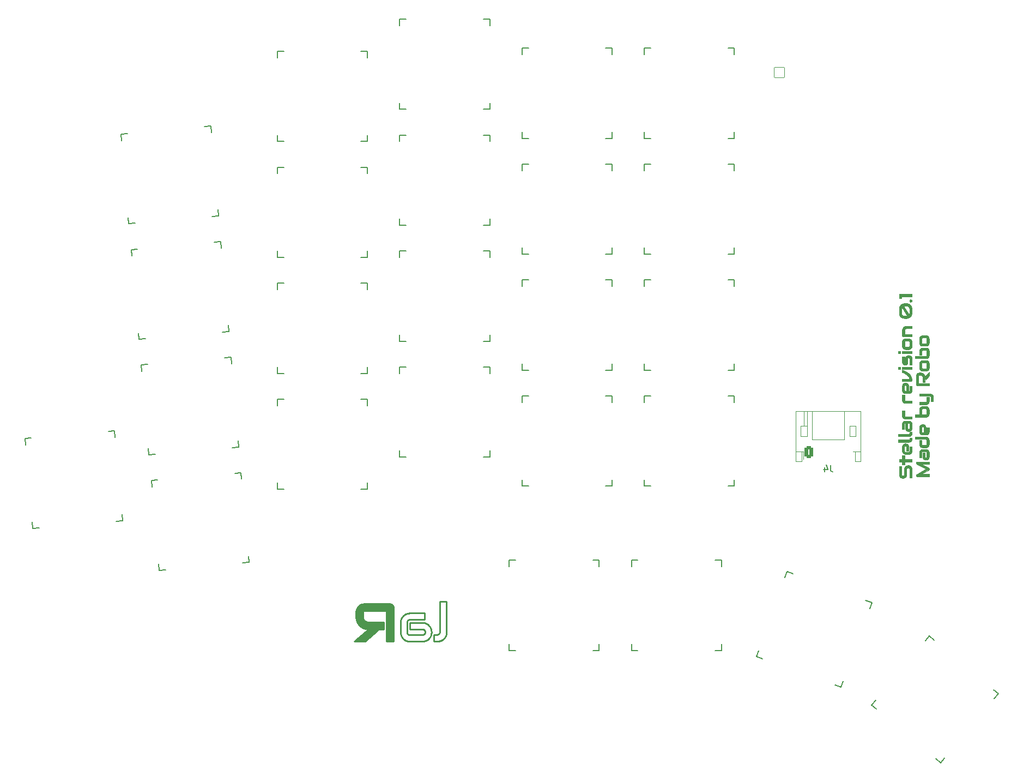
<source format=gbo>
G04 #@! TF.GenerationSoftware,KiCad,Pcbnew,8.0.5*
G04 #@! TF.CreationDate,2024-11-21T21:23:03+01:00*
G04 #@! TF.ProjectId,stellar,7374656c-6c61-4722-9e6b-696361645f70,rev?*
G04 #@! TF.SameCoordinates,Original*
G04 #@! TF.FileFunction,Legend,Bot*
G04 #@! TF.FilePolarity,Positive*
%FSLAX46Y46*%
G04 Gerber Fmt 4.6, Leading zero omitted, Abs format (unit mm)*
G04 Created by KiCad (PCBNEW 8.0.5) date 2024-11-21 21:23:03*
%MOMM*%
%LPD*%
G01*
G04 APERTURE LIST*
G04 Aperture macros list*
%AMRoundRect*
0 Rectangle with rounded corners*
0 $1 Rounding radius*
0 $2 $3 $4 $5 $6 $7 $8 $9 X,Y pos of 4 corners*
0 Add a 4 corners polygon primitive as box body*
4,1,4,$2,$3,$4,$5,$6,$7,$8,$9,$2,$3,0*
0 Add four circle primitives for the rounded corners*
1,1,$1+$1,$2,$3*
1,1,$1+$1,$4,$5*
1,1,$1+$1,$6,$7*
1,1,$1+$1,$8,$9*
0 Add four rect primitives between the rounded corners*
20,1,$1+$1,$2,$3,$4,$5,0*
20,1,$1+$1,$4,$5,$6,$7,0*
20,1,$1+$1,$6,$7,$8,$9,0*
20,1,$1+$1,$8,$9,$2,$3,0*%
G04 Aperture macros list end*
%ADD10C,0.088836*%
%ADD11C,0.261400*%
%ADD12C,0.150000*%
%ADD13C,0.120000*%
%ADD14C,2.700000*%
%ADD15C,3.600000*%
%ADD16RoundRect,0.050000X-0.800000X0.800000X-0.800000X-0.800000X0.800000X-0.800000X0.800000X0.800000X0*%
%ADD17C,1.700000*%
%ADD18C,2.600000*%
%ADD19C,1.801800*%
%ADD20C,3.529000*%
%ADD21C,3.100000*%
%ADD22RoundRect,0.270833X-0.379167X-0.654167X0.379167X-0.654167X0.379167X0.654167X-0.379167X0.654167X0*%
%ADD23O,1.300000X1.850000*%
G04 APERTURE END LIST*
D10*
X209159263Y-89279775D02*
X209206175Y-89295891D01*
X209252915Y-89312654D01*
X209299483Y-89330063D01*
X209345878Y-89348118D01*
X209392101Y-89366819D01*
X209438153Y-89386167D01*
X209484031Y-89406160D01*
X209529566Y-89426861D01*
X209574585Y-89448338D01*
X209619087Y-89470589D01*
X209663073Y-89493616D01*
X209706542Y-89517416D01*
X209749495Y-89541992D01*
X209791930Y-89567341D01*
X209833849Y-89593465D01*
X209874800Y-89620042D01*
X209915020Y-89647436D01*
X209954508Y-89675647D01*
X209993265Y-89704677D01*
X210031290Y-89734524D01*
X210068583Y-89765189D01*
X210105145Y-89796672D01*
X210140974Y-89828973D01*
X210175512Y-89861790D01*
X210192346Y-89878537D01*
X210208889Y-89895510D01*
X210225141Y-89912710D01*
X210241103Y-89930135D01*
X210256774Y-89947786D01*
X210272155Y-89965663D01*
X210287245Y-89983766D01*
X210302045Y-90002095D01*
X210316554Y-90020650D01*
X210330773Y-90039431D01*
X210344701Y-90058438D01*
X210358339Y-90077671D01*
X210371687Y-90097130D01*
X210384744Y-90116815D01*
X210409556Y-90156519D01*
X210433034Y-90197127D01*
X210455177Y-90238638D01*
X210475987Y-90281053D01*
X210495462Y-90324371D01*
X210513603Y-90368593D01*
X210530410Y-90413719D01*
X210545883Y-90459749D01*
X210559439Y-90506380D01*
X210571188Y-90554002D01*
X210581129Y-90602613D01*
X210589262Y-90652215D01*
X210595588Y-90702808D01*
X210600107Y-90754391D01*
X210602818Y-90806963D01*
X210603721Y-90860527D01*
X210603668Y-90865159D01*
X210603506Y-90869759D01*
X210603237Y-90874327D01*
X210602861Y-90878862D01*
X210602377Y-90883365D01*
X210601785Y-90887836D01*
X210601086Y-90892274D01*
X210600280Y-90896680D01*
X210599365Y-90901053D01*
X210598343Y-90905395D01*
X210597214Y-90909704D01*
X210595977Y-90913980D01*
X210594633Y-90918225D01*
X210593181Y-90922437D01*
X210591621Y-90926617D01*
X210589954Y-90930765D01*
X210588195Y-90934864D01*
X210586362Y-90938899D01*
X210584452Y-90942869D01*
X210582467Y-90946774D01*
X210580407Y-90950615D01*
X210578272Y-90954391D01*
X210576061Y-90958103D01*
X210573774Y-90961750D01*
X210571412Y-90965333D01*
X210568975Y-90968851D01*
X210566462Y-90972304D01*
X210563874Y-90975693D01*
X210561210Y-90979017D01*
X210558471Y-90982277D01*
X210555657Y-90985472D01*
X210552767Y-90988603D01*
X210549640Y-90991660D01*
X210546460Y-90994630D01*
X210543226Y-90997514D01*
X210539939Y-91000312D01*
X210536598Y-91003023D01*
X210533203Y-91005649D01*
X210529755Y-91008188D01*
X210526253Y-91010642D01*
X210522697Y-91013009D01*
X210519087Y-91015290D01*
X210515424Y-91017485D01*
X210511707Y-91019594D01*
X210507936Y-91021617D01*
X210504112Y-91023554D01*
X210500233Y-91025405D01*
X210496301Y-91027170D01*
X210492153Y-91028837D01*
X210487971Y-91030396D01*
X210483758Y-91031848D01*
X210479513Y-91033193D01*
X210475235Y-91034430D01*
X210470926Y-91035559D01*
X210466584Y-91036581D01*
X210462210Y-91037495D01*
X210457804Y-91038302D01*
X210453366Y-91039001D01*
X210448896Y-91039593D01*
X210444393Y-91040077D01*
X210439859Y-91040453D01*
X210435292Y-91040722D01*
X210430694Y-91040883D01*
X210426063Y-91040937D01*
X209112184Y-91040937D01*
X209112184Y-90682857D01*
X210231874Y-90682857D01*
X210231654Y-90666545D01*
X210230992Y-90650319D01*
X210229889Y-90634179D01*
X210228345Y-90618126D01*
X210226360Y-90602158D01*
X210223934Y-90586277D01*
X210221067Y-90570482D01*
X210217759Y-90554773D01*
X210214009Y-90539150D01*
X210209818Y-90523613D01*
X210205186Y-90508162D01*
X210200113Y-90492798D01*
X210194599Y-90477520D01*
X210188644Y-90462328D01*
X210182247Y-90447222D01*
X210175409Y-90432203D01*
X210160733Y-90402118D01*
X210144938Y-90372464D01*
X210128024Y-90343240D01*
X210109992Y-90314447D01*
X210090840Y-90286085D01*
X210070570Y-90258154D01*
X210049180Y-90230654D01*
X210026670Y-90203584D01*
X210002870Y-90176986D01*
X209978295Y-90150905D01*
X209952945Y-90125340D01*
X209926820Y-90100291D01*
X209899921Y-90075760D01*
X209872247Y-90051744D01*
X209843799Y-90028246D01*
X209814577Y-90005264D01*
X209784881Y-89982518D01*
X209755013Y-89960417D01*
X209724972Y-89938963D01*
X209694759Y-89918154D01*
X209664373Y-89897990D01*
X209633816Y-89878472D01*
X209603086Y-89859600D01*
X209572185Y-89841373D01*
X209540939Y-89823813D01*
X209509865Y-89806942D01*
X209478963Y-89790759D01*
X209448233Y-89775265D01*
X209417675Y-89760460D01*
X209387290Y-89746343D01*
X209357077Y-89732915D01*
X209327036Y-89720174D01*
X209297468Y-89707844D01*
X209268675Y-89696331D01*
X209240657Y-89685637D01*
X209213413Y-89675760D01*
X209186944Y-89666700D01*
X209161249Y-89658458D01*
X209136330Y-89651034D01*
X209112184Y-89644426D01*
X209112179Y-89264305D01*
X209159263Y-89279775D01*
G36*
X209159263Y-89279775D02*
G01*
X209206175Y-89295891D01*
X209252915Y-89312654D01*
X209299483Y-89330063D01*
X209345878Y-89348118D01*
X209392101Y-89366819D01*
X209438153Y-89386167D01*
X209484031Y-89406160D01*
X209529566Y-89426861D01*
X209574585Y-89448338D01*
X209619087Y-89470589D01*
X209663073Y-89493616D01*
X209706542Y-89517416D01*
X209749495Y-89541992D01*
X209791930Y-89567341D01*
X209833849Y-89593465D01*
X209874800Y-89620042D01*
X209915020Y-89647436D01*
X209954508Y-89675647D01*
X209993265Y-89704677D01*
X210031290Y-89734524D01*
X210068583Y-89765189D01*
X210105145Y-89796672D01*
X210140974Y-89828973D01*
X210175512Y-89861790D01*
X210192346Y-89878537D01*
X210208889Y-89895510D01*
X210225141Y-89912710D01*
X210241103Y-89930135D01*
X210256774Y-89947786D01*
X210272155Y-89965663D01*
X210287245Y-89983766D01*
X210302045Y-90002095D01*
X210316554Y-90020650D01*
X210330773Y-90039431D01*
X210344701Y-90058438D01*
X210358339Y-90077671D01*
X210371687Y-90097130D01*
X210384744Y-90116815D01*
X210409556Y-90156519D01*
X210433034Y-90197127D01*
X210455177Y-90238638D01*
X210475987Y-90281053D01*
X210495462Y-90324371D01*
X210513603Y-90368593D01*
X210530410Y-90413719D01*
X210545883Y-90459749D01*
X210559439Y-90506380D01*
X210571188Y-90554002D01*
X210581129Y-90602613D01*
X210589262Y-90652215D01*
X210595588Y-90702808D01*
X210600107Y-90754391D01*
X210602818Y-90806963D01*
X210603721Y-90860527D01*
X210603668Y-90865159D01*
X210603506Y-90869759D01*
X210603237Y-90874327D01*
X210602861Y-90878862D01*
X210602377Y-90883365D01*
X210601785Y-90887836D01*
X210601086Y-90892274D01*
X210600280Y-90896680D01*
X210599365Y-90901053D01*
X210598343Y-90905395D01*
X210597214Y-90909704D01*
X210595977Y-90913980D01*
X210594633Y-90918225D01*
X210593181Y-90922437D01*
X210591621Y-90926617D01*
X210589954Y-90930765D01*
X210588195Y-90934864D01*
X210586362Y-90938899D01*
X210584452Y-90942869D01*
X210582467Y-90946774D01*
X210580407Y-90950615D01*
X210578272Y-90954391D01*
X210576061Y-90958103D01*
X210573774Y-90961750D01*
X210571412Y-90965333D01*
X210568975Y-90968851D01*
X210566462Y-90972304D01*
X210563874Y-90975693D01*
X210561210Y-90979017D01*
X210558471Y-90982277D01*
X210555657Y-90985472D01*
X210552767Y-90988603D01*
X210549640Y-90991660D01*
X210546460Y-90994630D01*
X210543226Y-90997514D01*
X210539939Y-91000312D01*
X210536598Y-91003023D01*
X210533203Y-91005649D01*
X210529755Y-91008188D01*
X210526253Y-91010642D01*
X210522697Y-91013009D01*
X210519087Y-91015290D01*
X210515424Y-91017485D01*
X210511707Y-91019594D01*
X210507936Y-91021617D01*
X210504112Y-91023554D01*
X210500233Y-91025405D01*
X210496301Y-91027170D01*
X210492153Y-91028837D01*
X210487971Y-91030396D01*
X210483758Y-91031848D01*
X210479513Y-91033193D01*
X210475235Y-91034430D01*
X210470926Y-91035559D01*
X210466584Y-91036581D01*
X210462210Y-91037495D01*
X210457804Y-91038302D01*
X210453366Y-91039001D01*
X210448896Y-91039593D01*
X210444393Y-91040077D01*
X210439859Y-91040453D01*
X210435292Y-91040722D01*
X210430694Y-91040883D01*
X210426063Y-91040937D01*
X209112184Y-91040937D01*
X209112184Y-90682857D01*
X210231874Y-90682857D01*
X210231654Y-90666545D01*
X210230992Y-90650319D01*
X210229889Y-90634179D01*
X210228345Y-90618126D01*
X210226360Y-90602158D01*
X210223934Y-90586277D01*
X210221067Y-90570482D01*
X210217759Y-90554773D01*
X210214009Y-90539150D01*
X210209818Y-90523613D01*
X210205186Y-90508162D01*
X210200113Y-90492798D01*
X210194599Y-90477520D01*
X210188644Y-90462328D01*
X210182247Y-90447222D01*
X210175409Y-90432203D01*
X210160733Y-90402118D01*
X210144938Y-90372464D01*
X210128024Y-90343240D01*
X210109992Y-90314447D01*
X210090840Y-90286085D01*
X210070570Y-90258154D01*
X210049180Y-90230654D01*
X210026670Y-90203584D01*
X210002870Y-90176986D01*
X209978295Y-90150905D01*
X209952945Y-90125340D01*
X209926820Y-90100291D01*
X209899921Y-90075760D01*
X209872247Y-90051744D01*
X209843799Y-90028246D01*
X209814577Y-90005264D01*
X209784881Y-89982518D01*
X209755013Y-89960417D01*
X209724972Y-89938963D01*
X209694759Y-89918154D01*
X209664373Y-89897990D01*
X209633816Y-89878472D01*
X209603086Y-89859600D01*
X209572185Y-89841373D01*
X209540939Y-89823813D01*
X209509865Y-89806942D01*
X209478963Y-89790759D01*
X209448233Y-89775265D01*
X209417675Y-89760460D01*
X209387290Y-89746343D01*
X209357077Y-89732915D01*
X209327036Y-89720174D01*
X209297468Y-89707844D01*
X209268675Y-89696331D01*
X209240657Y-89685637D01*
X209213413Y-89675760D01*
X209186944Y-89666700D01*
X209161249Y-89658458D01*
X209136330Y-89651034D01*
X209112184Y-89644426D01*
X209112179Y-89264305D01*
X209159263Y-89279775D01*
G37*
X210425180Y-78344281D02*
X210429780Y-78344458D01*
X210434348Y-78344752D01*
X210438883Y-78345164D01*
X210443386Y-78345694D01*
X210447856Y-78346342D01*
X210452295Y-78347107D01*
X210456700Y-78347991D01*
X210461074Y-78348992D01*
X210465415Y-78350111D01*
X210469724Y-78351348D01*
X210474001Y-78352702D01*
X210478245Y-78354175D01*
X210482458Y-78355765D01*
X210486638Y-78357474D01*
X210490785Y-78359300D01*
X210494718Y-78361068D01*
X210498598Y-78362921D01*
X210502423Y-78364860D01*
X210506194Y-78366885D01*
X210509912Y-78368995D01*
X210513575Y-78371191D01*
X210517185Y-78373472D01*
X210520741Y-78375839D01*
X210524243Y-78378291D01*
X210527691Y-78380828D01*
X210531086Y-78383452D01*
X210534426Y-78386160D01*
X210537713Y-78388954D01*
X210540946Y-78391834D01*
X210544125Y-78394799D01*
X210547250Y-78397849D01*
X210550140Y-78400821D01*
X210552953Y-78403867D01*
X210555692Y-78406987D01*
X210558355Y-78410182D01*
X210560943Y-78413451D01*
X210563455Y-78416795D01*
X210565892Y-78420213D01*
X210568254Y-78423706D01*
X210570540Y-78427273D01*
X210572752Y-78430914D01*
X210574888Y-78434630D01*
X210576948Y-78438420D01*
X210578933Y-78442285D01*
X210580844Y-78446224D01*
X210582678Y-78450238D01*
X210584438Y-78454326D01*
X210586105Y-78458307D01*
X210587665Y-78462320D01*
X210589117Y-78466364D01*
X210590461Y-78470440D01*
X210591698Y-78474548D01*
X210592827Y-78478688D01*
X210593849Y-78482859D01*
X210594763Y-78487062D01*
X210595570Y-78491296D01*
X210596269Y-78495562D01*
X210596861Y-78499860D01*
X210597345Y-78504189D01*
X210597721Y-78508550D01*
X210597990Y-78512943D01*
X210598151Y-78517367D01*
X210598205Y-78521823D01*
X210598151Y-78526457D01*
X210597990Y-78531058D01*
X210597721Y-78535628D01*
X210597345Y-78540165D01*
X210596861Y-78544670D01*
X210596269Y-78549143D01*
X210595570Y-78553583D01*
X210594763Y-78557991D01*
X210593849Y-78562367D01*
X210592827Y-78566711D01*
X210591698Y-78571022D01*
X210590461Y-78575302D01*
X210589117Y-78579549D01*
X210587665Y-78583763D01*
X210586105Y-78587945D01*
X210584438Y-78592095D01*
X210582679Y-78596034D01*
X210580845Y-78599917D01*
X210578936Y-78603747D01*
X210576951Y-78607521D01*
X210574891Y-78611242D01*
X210572756Y-78614908D01*
X210570545Y-78618519D01*
X210568258Y-78622076D01*
X210565896Y-78625579D01*
X210563459Y-78629027D01*
X210560946Y-78632420D01*
X210558358Y-78635760D01*
X210555694Y-78639044D01*
X210552955Y-78642275D01*
X210550141Y-78645451D01*
X210547250Y-78648572D01*
X210544125Y-78651459D01*
X210540946Y-78654271D01*
X210537713Y-78657009D01*
X210534426Y-78659671D01*
X210531086Y-78662258D01*
X210527691Y-78664771D01*
X210524243Y-78667208D01*
X210520741Y-78669570D01*
X210517185Y-78671858D01*
X210513575Y-78674070D01*
X210509912Y-78676208D01*
X210506194Y-78678270D01*
X210502423Y-78680258D01*
X210498598Y-78682171D01*
X210494718Y-78684008D01*
X210490785Y-78685771D01*
X210486638Y-78687442D01*
X210482458Y-78689006D01*
X210478245Y-78690461D01*
X210474001Y-78691809D01*
X210469724Y-78693049D01*
X210465415Y-78694181D01*
X210461074Y-78695206D01*
X210456700Y-78696122D01*
X210452295Y-78696931D01*
X210447856Y-78697632D01*
X210443386Y-78698225D01*
X210438883Y-78698710D01*
X210434348Y-78699087D01*
X210429780Y-78699357D01*
X210425180Y-78699519D01*
X210420547Y-78699573D01*
X210416086Y-78699519D01*
X210411658Y-78699357D01*
X210407262Y-78699087D01*
X210402898Y-78698710D01*
X210398567Y-78698225D01*
X210394269Y-78697632D01*
X210390002Y-78696931D01*
X210385769Y-78696122D01*
X210381567Y-78695206D01*
X210377398Y-78694181D01*
X210373262Y-78693049D01*
X210369158Y-78691809D01*
X210365087Y-78690461D01*
X210361048Y-78689006D01*
X210357041Y-78687442D01*
X210353067Y-78685771D01*
X210348972Y-78684008D01*
X210344953Y-78682171D01*
X210341009Y-78680258D01*
X210337140Y-78678270D01*
X210333347Y-78676208D01*
X210329629Y-78674070D01*
X210325987Y-78671858D01*
X210322421Y-78669570D01*
X210318929Y-78667208D01*
X210315513Y-78664771D01*
X210312173Y-78662258D01*
X210308908Y-78659671D01*
X210305718Y-78657009D01*
X210302604Y-78654271D01*
X210299565Y-78651459D01*
X210296602Y-78648572D01*
X210293545Y-78645443D01*
X210290575Y-78642260D01*
X210287691Y-78639023D01*
X210284893Y-78635734D01*
X210282182Y-78632391D01*
X210279556Y-78628995D01*
X210277017Y-78625545D01*
X210274563Y-78622042D01*
X210272196Y-78618485D01*
X210269915Y-78614875D01*
X210267720Y-78611212D01*
X210265611Y-78607496D01*
X210263588Y-78603726D01*
X210261651Y-78599902D01*
X210259800Y-78596025D01*
X210258035Y-78592095D01*
X210256201Y-78587945D01*
X210254485Y-78583763D01*
X210252887Y-78579549D01*
X210251407Y-78575302D01*
X210250046Y-78571022D01*
X210248803Y-78566711D01*
X210247678Y-78562367D01*
X210246672Y-78557991D01*
X210245784Y-78553583D01*
X210245015Y-78549143D01*
X210244363Y-78544670D01*
X210243831Y-78540165D01*
X210243416Y-78535628D01*
X210243120Y-78531058D01*
X210242943Y-78526457D01*
X210242883Y-78521823D01*
X210242943Y-78517367D01*
X210243120Y-78512943D01*
X210243416Y-78508550D01*
X210243831Y-78504189D01*
X210244363Y-78499860D01*
X210245015Y-78495562D01*
X210245784Y-78491296D01*
X210246672Y-78487062D01*
X210247678Y-78482859D01*
X210248803Y-78478688D01*
X210250046Y-78474548D01*
X210251407Y-78470440D01*
X210252887Y-78466364D01*
X210254485Y-78462320D01*
X210256201Y-78458307D01*
X210258035Y-78454326D01*
X210259799Y-78450230D01*
X210261650Y-78446209D01*
X210263586Y-78442264D01*
X210265609Y-78438394D01*
X210267718Y-78434600D01*
X210269913Y-78430882D01*
X210272194Y-78427239D01*
X210274561Y-78423671D01*
X210277015Y-78420179D01*
X210279555Y-78416763D01*
X210282181Y-78413422D01*
X210284893Y-78410156D01*
X210287691Y-78406966D01*
X210290575Y-78403852D01*
X210293545Y-78400813D01*
X210296602Y-78397849D01*
X210299565Y-78394790D01*
X210302604Y-78391817D01*
X210305719Y-78388931D01*
X210308909Y-78386131D01*
X210312174Y-78383418D01*
X210315515Y-78380792D01*
X210318931Y-78378253D01*
X210322423Y-78375800D01*
X210325990Y-78373434D01*
X210329632Y-78371154D01*
X210333350Y-78368962D01*
X210337142Y-78366856D01*
X210341011Y-78364837D01*
X210344954Y-78362904D01*
X210348973Y-78361059D01*
X210353067Y-78359300D01*
X210357043Y-78357474D01*
X210361051Y-78355765D01*
X210365092Y-78354175D01*
X210369165Y-78352702D01*
X210373270Y-78351348D01*
X210377407Y-78350111D01*
X210381576Y-78348992D01*
X210385777Y-78347991D01*
X210390011Y-78347107D01*
X210394277Y-78346342D01*
X210398575Y-78345694D01*
X210402905Y-78345164D01*
X210407267Y-78344752D01*
X210411662Y-78344458D01*
X210416088Y-78344281D01*
X210420547Y-78344222D01*
X210425180Y-78344281D01*
G36*
X210425180Y-78344281D02*
G01*
X210429780Y-78344458D01*
X210434348Y-78344752D01*
X210438883Y-78345164D01*
X210443386Y-78345694D01*
X210447856Y-78346342D01*
X210452295Y-78347107D01*
X210456700Y-78347991D01*
X210461074Y-78348992D01*
X210465415Y-78350111D01*
X210469724Y-78351348D01*
X210474001Y-78352702D01*
X210478245Y-78354175D01*
X210482458Y-78355765D01*
X210486638Y-78357474D01*
X210490785Y-78359300D01*
X210494718Y-78361068D01*
X210498598Y-78362921D01*
X210502423Y-78364860D01*
X210506194Y-78366885D01*
X210509912Y-78368995D01*
X210513575Y-78371191D01*
X210517185Y-78373472D01*
X210520741Y-78375839D01*
X210524243Y-78378291D01*
X210527691Y-78380828D01*
X210531086Y-78383452D01*
X210534426Y-78386160D01*
X210537713Y-78388954D01*
X210540946Y-78391834D01*
X210544125Y-78394799D01*
X210547250Y-78397849D01*
X210550140Y-78400821D01*
X210552953Y-78403867D01*
X210555692Y-78406987D01*
X210558355Y-78410182D01*
X210560943Y-78413451D01*
X210563455Y-78416795D01*
X210565892Y-78420213D01*
X210568254Y-78423706D01*
X210570540Y-78427273D01*
X210572752Y-78430914D01*
X210574888Y-78434630D01*
X210576948Y-78438420D01*
X210578933Y-78442285D01*
X210580844Y-78446224D01*
X210582678Y-78450238D01*
X210584438Y-78454326D01*
X210586105Y-78458307D01*
X210587665Y-78462320D01*
X210589117Y-78466364D01*
X210590461Y-78470440D01*
X210591698Y-78474548D01*
X210592827Y-78478688D01*
X210593849Y-78482859D01*
X210594763Y-78487062D01*
X210595570Y-78491296D01*
X210596269Y-78495562D01*
X210596861Y-78499860D01*
X210597345Y-78504189D01*
X210597721Y-78508550D01*
X210597990Y-78512943D01*
X210598151Y-78517367D01*
X210598205Y-78521823D01*
X210598151Y-78526457D01*
X210597990Y-78531058D01*
X210597721Y-78535628D01*
X210597345Y-78540165D01*
X210596861Y-78544670D01*
X210596269Y-78549143D01*
X210595570Y-78553583D01*
X210594763Y-78557991D01*
X210593849Y-78562367D01*
X210592827Y-78566711D01*
X210591698Y-78571022D01*
X210590461Y-78575302D01*
X210589117Y-78579549D01*
X210587665Y-78583763D01*
X210586105Y-78587945D01*
X210584438Y-78592095D01*
X210582679Y-78596034D01*
X210580845Y-78599917D01*
X210578936Y-78603747D01*
X210576951Y-78607521D01*
X210574891Y-78611242D01*
X210572756Y-78614908D01*
X210570545Y-78618519D01*
X210568258Y-78622076D01*
X210565896Y-78625579D01*
X210563459Y-78629027D01*
X210560946Y-78632420D01*
X210558358Y-78635760D01*
X210555694Y-78639044D01*
X210552955Y-78642275D01*
X210550141Y-78645451D01*
X210547250Y-78648572D01*
X210544125Y-78651459D01*
X210540946Y-78654271D01*
X210537713Y-78657009D01*
X210534426Y-78659671D01*
X210531086Y-78662258D01*
X210527691Y-78664771D01*
X210524243Y-78667208D01*
X210520741Y-78669570D01*
X210517185Y-78671858D01*
X210513575Y-78674070D01*
X210509912Y-78676208D01*
X210506194Y-78678270D01*
X210502423Y-78680258D01*
X210498598Y-78682171D01*
X210494718Y-78684008D01*
X210490785Y-78685771D01*
X210486638Y-78687442D01*
X210482458Y-78689006D01*
X210478245Y-78690461D01*
X210474001Y-78691809D01*
X210469724Y-78693049D01*
X210465415Y-78694181D01*
X210461074Y-78695206D01*
X210456700Y-78696122D01*
X210452295Y-78696931D01*
X210447856Y-78697632D01*
X210443386Y-78698225D01*
X210438883Y-78698710D01*
X210434348Y-78699087D01*
X210429780Y-78699357D01*
X210425180Y-78699519D01*
X210420547Y-78699573D01*
X210416086Y-78699519D01*
X210411658Y-78699357D01*
X210407262Y-78699087D01*
X210402898Y-78698710D01*
X210398567Y-78698225D01*
X210394269Y-78697632D01*
X210390002Y-78696931D01*
X210385769Y-78696122D01*
X210381567Y-78695206D01*
X210377398Y-78694181D01*
X210373262Y-78693049D01*
X210369158Y-78691809D01*
X210365087Y-78690461D01*
X210361048Y-78689006D01*
X210357041Y-78687442D01*
X210353067Y-78685771D01*
X210348972Y-78684008D01*
X210344953Y-78682171D01*
X210341009Y-78680258D01*
X210337140Y-78678270D01*
X210333347Y-78676208D01*
X210329629Y-78674070D01*
X210325987Y-78671858D01*
X210322421Y-78669570D01*
X210318929Y-78667208D01*
X210315513Y-78664771D01*
X210312173Y-78662258D01*
X210308908Y-78659671D01*
X210305718Y-78657009D01*
X210302604Y-78654271D01*
X210299565Y-78651459D01*
X210296602Y-78648572D01*
X210293545Y-78645443D01*
X210290575Y-78642260D01*
X210287691Y-78639023D01*
X210284893Y-78635734D01*
X210282182Y-78632391D01*
X210279556Y-78628995D01*
X210277017Y-78625545D01*
X210274563Y-78622042D01*
X210272196Y-78618485D01*
X210269915Y-78614875D01*
X210267720Y-78611212D01*
X210265611Y-78607496D01*
X210263588Y-78603726D01*
X210261651Y-78599902D01*
X210259800Y-78596025D01*
X210258035Y-78592095D01*
X210256201Y-78587945D01*
X210254485Y-78583763D01*
X210252887Y-78579549D01*
X210251407Y-78575302D01*
X210250046Y-78571022D01*
X210248803Y-78566711D01*
X210247678Y-78562367D01*
X210246672Y-78557991D01*
X210245784Y-78553583D01*
X210245015Y-78549143D01*
X210244363Y-78544670D01*
X210243831Y-78540165D01*
X210243416Y-78535628D01*
X210243120Y-78531058D01*
X210242943Y-78526457D01*
X210242883Y-78521823D01*
X210242943Y-78517367D01*
X210243120Y-78512943D01*
X210243416Y-78508550D01*
X210243831Y-78504189D01*
X210244363Y-78499860D01*
X210245015Y-78495562D01*
X210245784Y-78491296D01*
X210246672Y-78487062D01*
X210247678Y-78482859D01*
X210248803Y-78478688D01*
X210250046Y-78474548D01*
X210251407Y-78470440D01*
X210252887Y-78466364D01*
X210254485Y-78462320D01*
X210256201Y-78458307D01*
X210258035Y-78454326D01*
X210259799Y-78450230D01*
X210261650Y-78446209D01*
X210263586Y-78442264D01*
X210265609Y-78438394D01*
X210267718Y-78434600D01*
X210269913Y-78430882D01*
X210272194Y-78427239D01*
X210274561Y-78423671D01*
X210277015Y-78420179D01*
X210279555Y-78416763D01*
X210282181Y-78413422D01*
X210284893Y-78410156D01*
X210287691Y-78406966D01*
X210290575Y-78403852D01*
X210293545Y-78400813D01*
X210296602Y-78397849D01*
X210299565Y-78394790D01*
X210302604Y-78391817D01*
X210305719Y-78388931D01*
X210308909Y-78386131D01*
X210312174Y-78383418D01*
X210315515Y-78380792D01*
X210318931Y-78378253D01*
X210322423Y-78375800D01*
X210325990Y-78373434D01*
X210329632Y-78371154D01*
X210333350Y-78368962D01*
X210337142Y-78366856D01*
X210341011Y-78364837D01*
X210344954Y-78362904D01*
X210348973Y-78361059D01*
X210353067Y-78359300D01*
X210357043Y-78357474D01*
X210361051Y-78355765D01*
X210365092Y-78354175D01*
X210369165Y-78352702D01*
X210373270Y-78351348D01*
X210377407Y-78350111D01*
X210381576Y-78348992D01*
X210385777Y-78347991D01*
X210390011Y-78347107D01*
X210394277Y-78346342D01*
X210398575Y-78345694D01*
X210402905Y-78345164D01*
X210407267Y-78344752D01*
X210411662Y-78344458D01*
X210416088Y-78344281D01*
X210420547Y-78344222D01*
X210425180Y-78344281D01*
G37*
X209470259Y-103159216D02*
X210600969Y-103159216D01*
X210600969Y-103521427D01*
X209470259Y-103521427D01*
X209470259Y-103986933D01*
X209112179Y-103986933D01*
X209112179Y-103521427D01*
X208626016Y-103521427D01*
X208626016Y-103159216D01*
X209112179Y-103159216D01*
X209112179Y-102533951D01*
X209470259Y-102533951D01*
X209470259Y-103159216D01*
G36*
X209470259Y-103159216D02*
G01*
X210600969Y-103159216D01*
X210600969Y-103521427D01*
X209470259Y-103521427D01*
X209470259Y-103986933D01*
X209112179Y-103986933D01*
X209112179Y-103521427D01*
X208626016Y-103521427D01*
X208626016Y-103159216D01*
X209112179Y-103159216D01*
X209112179Y-102533951D01*
X209470259Y-102533951D01*
X209470259Y-103159216D01*
G37*
X212774866Y-99661507D02*
X212797655Y-99661873D01*
X212819884Y-99662971D01*
X212841553Y-99664800D01*
X212862663Y-99667361D01*
X212883214Y-99670654D01*
X212903205Y-99674678D01*
X212922636Y-99679434D01*
X212941509Y-99684922D01*
X212959494Y-99691010D01*
X212976964Y-99697572D01*
X212993919Y-99704608D01*
X213010359Y-99712117D01*
X213026283Y-99720101D01*
X213041692Y-99728557D01*
X213056586Y-99737488D01*
X213070964Y-99746892D01*
X213077787Y-99751761D01*
X213084492Y-99756726D01*
X213091079Y-99761789D01*
X213097548Y-99766948D01*
X213103900Y-99772204D01*
X213110134Y-99777557D01*
X213116250Y-99783007D01*
X213122248Y-99788554D01*
X213128129Y-99794197D01*
X213133892Y-99799938D01*
X213139537Y-99805775D01*
X213145064Y-99811709D01*
X213150474Y-99817740D01*
X213155766Y-99823867D01*
X213160940Y-99830092D01*
X213165996Y-99836413D01*
X213175418Y-99849239D01*
X213184412Y-99862236D01*
X213192977Y-99875406D01*
X213201114Y-99888748D01*
X213208822Y-99902263D01*
X213216101Y-99915949D01*
X213222951Y-99929808D01*
X213229373Y-99943839D01*
X213235385Y-99957654D01*
X213241007Y-99971555D01*
X213246240Y-99985542D01*
X213251084Y-99999615D01*
X213255540Y-100013775D01*
X213259606Y-100028020D01*
X213263284Y-100042352D01*
X213266572Y-100056769D01*
X213269157Y-100070800D01*
X213271397Y-100084659D01*
X213273293Y-100098345D01*
X213274843Y-100111859D01*
X213276049Y-100125201D01*
X213276910Y-100138371D01*
X213277427Y-100151369D01*
X213277599Y-100164194D01*
X213277599Y-100810116D01*
X213277233Y-100832884D01*
X213276137Y-100855049D01*
X213274309Y-100876611D01*
X213271749Y-100897571D01*
X213268459Y-100917928D01*
X213264438Y-100937683D01*
X213259685Y-100956835D01*
X213254201Y-100975386D01*
X213248115Y-100993377D01*
X213241555Y-101010851D01*
X213234522Y-101027809D01*
X213227015Y-101044249D01*
X213219034Y-101060173D01*
X213210579Y-101075581D01*
X213201651Y-101090472D01*
X213192249Y-101104847D01*
X213187210Y-101111674D01*
X213182085Y-101118382D01*
X213176874Y-101124972D01*
X213171578Y-101131444D01*
X213166196Y-101137798D01*
X213160728Y-101144033D01*
X213155175Y-101150150D01*
X213149537Y-101156148D01*
X213143812Y-101162029D01*
X213138003Y-101167791D01*
X213132107Y-101173435D01*
X213126126Y-101178960D01*
X213120060Y-101184367D01*
X213113908Y-101189656D01*
X213107671Y-101194827D01*
X213101348Y-101199879D01*
X213088552Y-101209305D01*
X213075624Y-101218300D01*
X213062564Y-101226866D01*
X213049374Y-101235000D01*
X213036051Y-101242705D01*
X213022598Y-101249978D01*
X213009013Y-101256821D01*
X212995296Y-101263234D01*
X212981177Y-101269239D01*
X212967059Y-101274856D01*
X212952941Y-101280086D01*
X212938824Y-101284928D01*
X212924708Y-101289382D01*
X212910593Y-101293449D01*
X212896479Y-101297129D01*
X212882366Y-101300421D01*
X212868038Y-101303002D01*
X212853968Y-101305239D01*
X212840154Y-101307133D01*
X212826597Y-101308682D01*
X212813297Y-101309887D01*
X212800255Y-101310747D01*
X212787469Y-101311264D01*
X212774940Y-101311436D01*
X212290151Y-101311436D01*
X212273102Y-101311242D01*
X212256387Y-101310661D01*
X212240006Y-101309693D01*
X212223958Y-101308337D01*
X212208243Y-101306595D01*
X212192862Y-101304464D01*
X212177815Y-101301946D01*
X212163101Y-101299041D01*
X212148721Y-101295749D01*
X212134674Y-101292069D01*
X212120961Y-101288002D01*
X212107582Y-101283547D01*
X212094536Y-101278705D01*
X212081824Y-101273476D01*
X212069446Y-101267859D01*
X212057401Y-101261855D01*
X212045496Y-101255393D01*
X212033881Y-101248749D01*
X212022556Y-101241922D01*
X212011523Y-101234912D01*
X212000779Y-101227719D01*
X211990326Y-101220344D01*
X211980164Y-101212785D01*
X211970292Y-101205043D01*
X211960710Y-101197119D01*
X211951419Y-101189011D01*
X211942418Y-101180721D01*
X211933708Y-101172247D01*
X211925289Y-101163591D01*
X211917160Y-101154752D01*
X211909321Y-101145730D01*
X211901773Y-101136525D01*
X211894334Y-101127008D01*
X211887164Y-101117394D01*
X211880262Y-101107684D01*
X211873629Y-101097876D01*
X211867265Y-101087972D01*
X211861170Y-101077971D01*
X211855344Y-101067873D01*
X211849786Y-101057678D01*
X211844497Y-101047386D01*
X211839477Y-101036997D01*
X211834726Y-101026512D01*
X211830244Y-101015930D01*
X211826031Y-101005251D01*
X211822086Y-100994475D01*
X211818411Y-100983603D01*
X211815004Y-100972634D01*
X211808872Y-100950814D01*
X211803558Y-100929424D01*
X211799062Y-100908465D01*
X211795383Y-100887936D01*
X211792522Y-100867837D01*
X211790478Y-100848169D01*
X211789251Y-100828930D01*
X211788843Y-100810122D01*
X211788843Y-100164200D01*
X212146923Y-100164200D01*
X212146923Y-100807370D01*
X212147068Y-100816187D01*
X212147504Y-100824736D01*
X212148230Y-100833015D01*
X212149247Y-100841026D01*
X212150554Y-100848767D01*
X212152152Y-100856240D01*
X212154040Y-100863443D01*
X212156219Y-100870378D01*
X212158688Y-100877043D01*
X212161448Y-100883440D01*
X212164499Y-100889567D01*
X212167840Y-100895425D01*
X212171471Y-100901015D01*
X212175394Y-100906335D01*
X212179607Y-100911386D01*
X212184110Y-100916169D01*
X212188722Y-100920672D01*
X212193602Y-100924885D01*
X212198751Y-100928807D01*
X212204169Y-100932439D01*
X212209856Y-100935780D01*
X212215811Y-100938831D01*
X212222036Y-100941591D01*
X212228529Y-100944060D01*
X212235291Y-100946239D01*
X212242322Y-100948127D01*
X212249622Y-100949725D01*
X212257191Y-100951032D01*
X212265029Y-100952049D01*
X212273136Y-100952775D01*
X212281512Y-100953211D01*
X212290157Y-100953356D01*
X212772188Y-100953356D01*
X212781173Y-100953216D01*
X212789878Y-100952797D01*
X212798303Y-100952097D01*
X212806448Y-100951118D01*
X212814313Y-100949859D01*
X212821899Y-100948320D01*
X212829205Y-100946502D01*
X212836230Y-100944403D01*
X212842976Y-100942025D01*
X212849442Y-100939367D01*
X212855628Y-100936429D01*
X212861534Y-100933211D01*
X212867161Y-100929714D01*
X212872507Y-100925936D01*
X212877573Y-100921879D01*
X212882360Y-100917542D01*
X212886865Y-100912764D01*
X212891078Y-100907728D01*
X212895002Y-100902434D01*
X212898635Y-100896881D01*
X212901977Y-100891071D01*
X212905028Y-100885002D01*
X212907789Y-100878675D01*
X212910259Y-100872090D01*
X212912439Y-100865247D01*
X212914328Y-100858146D01*
X212915926Y-100850786D01*
X212917234Y-100843169D01*
X212918251Y-100835293D01*
X212918978Y-100827159D01*
X212919414Y-100818767D01*
X212919559Y-100810116D01*
X212919559Y-100164194D01*
X212919414Y-100155215D01*
X212918978Y-100146526D01*
X212918251Y-100138128D01*
X212917234Y-100130020D01*
X212915926Y-100122203D01*
X212914328Y-100114676D01*
X212912439Y-100107441D01*
X212910259Y-100100495D01*
X212907789Y-100093841D01*
X212905028Y-100087477D01*
X212901977Y-100081403D01*
X212898635Y-100075621D01*
X212895002Y-100070129D01*
X212891078Y-100064927D01*
X212886865Y-100060016D01*
X212882360Y-100055396D01*
X212877581Y-100051059D01*
X212872544Y-100047001D01*
X212867249Y-100043224D01*
X212861696Y-100039726D01*
X212855885Y-100036509D01*
X212849817Y-100033571D01*
X212843490Y-100030913D01*
X212836905Y-100028534D01*
X212830062Y-100026436D01*
X212822961Y-100024617D01*
X212815602Y-100023079D01*
X212807986Y-100021820D01*
X212800111Y-100020841D01*
X212791979Y-100020141D01*
X212783588Y-100019721D01*
X212774940Y-100019582D01*
X211159446Y-100019582D01*
X211159446Y-99661502D01*
X212774866Y-99661507D01*
G36*
X212774866Y-99661507D02*
G01*
X212797655Y-99661873D01*
X212819884Y-99662971D01*
X212841553Y-99664800D01*
X212862663Y-99667361D01*
X212883214Y-99670654D01*
X212903205Y-99674678D01*
X212922636Y-99679434D01*
X212941509Y-99684922D01*
X212959494Y-99691010D01*
X212976964Y-99697572D01*
X212993919Y-99704608D01*
X213010359Y-99712117D01*
X213026283Y-99720101D01*
X213041692Y-99728557D01*
X213056586Y-99737488D01*
X213070964Y-99746892D01*
X213077787Y-99751761D01*
X213084492Y-99756726D01*
X213091079Y-99761789D01*
X213097548Y-99766948D01*
X213103900Y-99772204D01*
X213110134Y-99777557D01*
X213116250Y-99783007D01*
X213122248Y-99788554D01*
X213128129Y-99794197D01*
X213133892Y-99799938D01*
X213139537Y-99805775D01*
X213145064Y-99811709D01*
X213150474Y-99817740D01*
X213155766Y-99823867D01*
X213160940Y-99830092D01*
X213165996Y-99836413D01*
X213175418Y-99849239D01*
X213184412Y-99862236D01*
X213192977Y-99875406D01*
X213201114Y-99888748D01*
X213208822Y-99902263D01*
X213216101Y-99915949D01*
X213222951Y-99929808D01*
X213229373Y-99943839D01*
X213235385Y-99957654D01*
X213241007Y-99971555D01*
X213246240Y-99985542D01*
X213251084Y-99999615D01*
X213255540Y-100013775D01*
X213259606Y-100028020D01*
X213263284Y-100042352D01*
X213266572Y-100056769D01*
X213269157Y-100070800D01*
X213271397Y-100084659D01*
X213273293Y-100098345D01*
X213274843Y-100111859D01*
X213276049Y-100125201D01*
X213276910Y-100138371D01*
X213277427Y-100151369D01*
X213277599Y-100164194D01*
X213277599Y-100810116D01*
X213277233Y-100832884D01*
X213276137Y-100855049D01*
X213274309Y-100876611D01*
X213271749Y-100897571D01*
X213268459Y-100917928D01*
X213264438Y-100937683D01*
X213259685Y-100956835D01*
X213254201Y-100975386D01*
X213248115Y-100993377D01*
X213241555Y-101010851D01*
X213234522Y-101027809D01*
X213227015Y-101044249D01*
X213219034Y-101060173D01*
X213210579Y-101075581D01*
X213201651Y-101090472D01*
X213192249Y-101104847D01*
X213187210Y-101111674D01*
X213182085Y-101118382D01*
X213176874Y-101124972D01*
X213171578Y-101131444D01*
X213166196Y-101137798D01*
X213160728Y-101144033D01*
X213155175Y-101150150D01*
X213149537Y-101156148D01*
X213143812Y-101162029D01*
X213138003Y-101167791D01*
X213132107Y-101173435D01*
X213126126Y-101178960D01*
X213120060Y-101184367D01*
X213113908Y-101189656D01*
X213107671Y-101194827D01*
X213101348Y-101199879D01*
X213088552Y-101209305D01*
X213075624Y-101218300D01*
X213062564Y-101226866D01*
X213049374Y-101235000D01*
X213036051Y-101242705D01*
X213022598Y-101249978D01*
X213009013Y-101256821D01*
X212995296Y-101263234D01*
X212981177Y-101269239D01*
X212967059Y-101274856D01*
X212952941Y-101280086D01*
X212938824Y-101284928D01*
X212924708Y-101289382D01*
X212910593Y-101293449D01*
X212896479Y-101297129D01*
X212882366Y-101300421D01*
X212868038Y-101303002D01*
X212853968Y-101305239D01*
X212840154Y-101307133D01*
X212826597Y-101308682D01*
X212813297Y-101309887D01*
X212800255Y-101310747D01*
X212787469Y-101311264D01*
X212774940Y-101311436D01*
X212290151Y-101311436D01*
X212273102Y-101311242D01*
X212256387Y-101310661D01*
X212240006Y-101309693D01*
X212223958Y-101308337D01*
X212208243Y-101306595D01*
X212192862Y-101304464D01*
X212177815Y-101301946D01*
X212163101Y-101299041D01*
X212148721Y-101295749D01*
X212134674Y-101292069D01*
X212120961Y-101288002D01*
X212107582Y-101283547D01*
X212094536Y-101278705D01*
X212081824Y-101273476D01*
X212069446Y-101267859D01*
X212057401Y-101261855D01*
X212045496Y-101255393D01*
X212033881Y-101248749D01*
X212022556Y-101241922D01*
X212011523Y-101234912D01*
X212000779Y-101227719D01*
X211990326Y-101220344D01*
X211980164Y-101212785D01*
X211970292Y-101205043D01*
X211960710Y-101197119D01*
X211951419Y-101189011D01*
X211942418Y-101180721D01*
X211933708Y-101172247D01*
X211925289Y-101163591D01*
X211917160Y-101154752D01*
X211909321Y-101145730D01*
X211901773Y-101136525D01*
X211894334Y-101127008D01*
X211887164Y-101117394D01*
X211880262Y-101107684D01*
X211873629Y-101097876D01*
X211867265Y-101087972D01*
X211861170Y-101077971D01*
X211855344Y-101067873D01*
X211849786Y-101057678D01*
X211844497Y-101047386D01*
X211839477Y-101036997D01*
X211834726Y-101026512D01*
X211830244Y-101015930D01*
X211826031Y-101005251D01*
X211822086Y-100994475D01*
X211818411Y-100983603D01*
X211815004Y-100972634D01*
X211808872Y-100950814D01*
X211803558Y-100929424D01*
X211799062Y-100908465D01*
X211795383Y-100887936D01*
X211792522Y-100867837D01*
X211790478Y-100848169D01*
X211789251Y-100828930D01*
X211788843Y-100810122D01*
X211788843Y-100164200D01*
X212146923Y-100164200D01*
X212146923Y-100807370D01*
X212147068Y-100816187D01*
X212147504Y-100824736D01*
X212148230Y-100833015D01*
X212149247Y-100841026D01*
X212150554Y-100848767D01*
X212152152Y-100856240D01*
X212154040Y-100863443D01*
X212156219Y-100870378D01*
X212158688Y-100877043D01*
X212161448Y-100883440D01*
X212164499Y-100889567D01*
X212167840Y-100895425D01*
X212171471Y-100901015D01*
X212175394Y-100906335D01*
X212179607Y-100911386D01*
X212184110Y-100916169D01*
X212188722Y-100920672D01*
X212193602Y-100924885D01*
X212198751Y-100928807D01*
X212204169Y-100932439D01*
X212209856Y-100935780D01*
X212215811Y-100938831D01*
X212222036Y-100941591D01*
X212228529Y-100944060D01*
X212235291Y-100946239D01*
X212242322Y-100948127D01*
X212249622Y-100949725D01*
X212257191Y-100951032D01*
X212265029Y-100952049D01*
X212273136Y-100952775D01*
X212281512Y-100953211D01*
X212290157Y-100953356D01*
X212772188Y-100953356D01*
X212781173Y-100953216D01*
X212789878Y-100952797D01*
X212798303Y-100952097D01*
X212806448Y-100951118D01*
X212814313Y-100949859D01*
X212821899Y-100948320D01*
X212829205Y-100946502D01*
X212836230Y-100944403D01*
X212842976Y-100942025D01*
X212849442Y-100939367D01*
X212855628Y-100936429D01*
X212861534Y-100933211D01*
X212867161Y-100929714D01*
X212872507Y-100925936D01*
X212877573Y-100921879D01*
X212882360Y-100917542D01*
X212886865Y-100912764D01*
X212891078Y-100907728D01*
X212895002Y-100902434D01*
X212898635Y-100896881D01*
X212901977Y-100891071D01*
X212905028Y-100885002D01*
X212907789Y-100878675D01*
X212910259Y-100872090D01*
X212912439Y-100865247D01*
X212914328Y-100858146D01*
X212915926Y-100850786D01*
X212917234Y-100843169D01*
X212918251Y-100835293D01*
X212918978Y-100827159D01*
X212919414Y-100818767D01*
X212919559Y-100810116D01*
X212919559Y-100164194D01*
X212919414Y-100155215D01*
X212918978Y-100146526D01*
X212918251Y-100138128D01*
X212917234Y-100130020D01*
X212915926Y-100122203D01*
X212914328Y-100114676D01*
X212912439Y-100107441D01*
X212910259Y-100100495D01*
X212907789Y-100093841D01*
X212905028Y-100087477D01*
X212901977Y-100081403D01*
X212898635Y-100075621D01*
X212895002Y-100070129D01*
X212891078Y-100064927D01*
X212886865Y-100060016D01*
X212882360Y-100055396D01*
X212877581Y-100051059D01*
X212872544Y-100047001D01*
X212867249Y-100043224D01*
X212861696Y-100039726D01*
X212855885Y-100036509D01*
X212849817Y-100033571D01*
X212843490Y-100030913D01*
X212836905Y-100028534D01*
X212830062Y-100026436D01*
X212822961Y-100024617D01*
X212815602Y-100023079D01*
X212807986Y-100021820D01*
X212800111Y-100020841D01*
X212791979Y-100020141D01*
X212783588Y-100019721D01*
X212774940Y-100019582D01*
X211159446Y-100019582D01*
X211159446Y-99661502D01*
X212774866Y-99661507D01*
G37*
X209470259Y-93919349D02*
X209470404Y-93928334D01*
X209470839Y-93937039D01*
X209471566Y-93945464D01*
X209472582Y-93953610D01*
X209473890Y-93961475D01*
X209475488Y-93969061D01*
X209477376Y-93976367D01*
X209479555Y-93983393D01*
X209482024Y-93990139D01*
X209484784Y-93996605D01*
X209487835Y-94002791D01*
X209491176Y-94008698D01*
X209494807Y-94014325D01*
X209498730Y-94019672D01*
X209502943Y-94024740D01*
X209507446Y-94029527D01*
X209512058Y-94034031D01*
X209516938Y-94038244D01*
X209522087Y-94042166D01*
X209527505Y-94045798D01*
X209533192Y-94049139D01*
X209539147Y-94052189D01*
X209545372Y-94054949D01*
X209551865Y-94057419D01*
X209558627Y-94059597D01*
X209565658Y-94061486D01*
X209572958Y-94063084D01*
X209580527Y-94064391D01*
X209588365Y-94065408D01*
X209596472Y-94066134D01*
X209604848Y-94066570D01*
X209613493Y-94066715D01*
X210600969Y-94066715D01*
X210600969Y-94424800D01*
X209613493Y-94424800D01*
X209590725Y-94424434D01*
X209568560Y-94423336D01*
X209546998Y-94421507D01*
X209526038Y-94418947D01*
X209505681Y-94415655D01*
X209485926Y-94411631D01*
X209466774Y-94406877D01*
X209448223Y-94401391D01*
X209430253Y-94395301D01*
X209412843Y-94388737D01*
X209395994Y-94381701D01*
X209379704Y-94374191D01*
X209363973Y-94366208D01*
X209348803Y-94357752D01*
X209334192Y-94348823D01*
X209320141Y-94339421D01*
X209313152Y-94334386D01*
X209306303Y-94329265D01*
X209299595Y-94324057D01*
X209293026Y-94318764D01*
X209286597Y-94313384D01*
X209280307Y-94307919D01*
X209274158Y-94302367D01*
X209268149Y-94296729D01*
X209262279Y-94291005D01*
X209256549Y-94285195D01*
X209250960Y-94279299D01*
X209245510Y-94273316D01*
X209240200Y-94267248D01*
X209235030Y-94261094D01*
X209229999Y-94254853D01*
X209225109Y-94248526D01*
X209215361Y-94235723D01*
X209206087Y-94222790D01*
X209197286Y-94209728D01*
X209188958Y-94196537D01*
X209181103Y-94183217D01*
X209173722Y-94169768D01*
X209166815Y-94156188D01*
X209160381Y-94142480D01*
X209154399Y-94128363D01*
X209148848Y-94114246D01*
X209143726Y-94100129D01*
X209139034Y-94086012D01*
X209134773Y-94071895D01*
X209130941Y-94057778D01*
X209127539Y-94043661D01*
X209124567Y-94029544D01*
X209121664Y-94015213D01*
X209119148Y-94001140D01*
X209117019Y-93987325D01*
X209115276Y-93973767D01*
X209113921Y-93960468D01*
X209112953Y-93947427D01*
X209112372Y-93934644D01*
X209112179Y-93922119D01*
X209112179Y-93113685D01*
X209470259Y-93113668D01*
X209470259Y-93919349D01*
G36*
X209470259Y-93919349D02*
G01*
X209470404Y-93928334D01*
X209470839Y-93937039D01*
X209471566Y-93945464D01*
X209472582Y-93953610D01*
X209473890Y-93961475D01*
X209475488Y-93969061D01*
X209477376Y-93976367D01*
X209479555Y-93983393D01*
X209482024Y-93990139D01*
X209484784Y-93996605D01*
X209487835Y-94002791D01*
X209491176Y-94008698D01*
X209494807Y-94014325D01*
X209498730Y-94019672D01*
X209502943Y-94024740D01*
X209507446Y-94029527D01*
X209512058Y-94034031D01*
X209516938Y-94038244D01*
X209522087Y-94042166D01*
X209527505Y-94045798D01*
X209533192Y-94049139D01*
X209539147Y-94052189D01*
X209545372Y-94054949D01*
X209551865Y-94057419D01*
X209558627Y-94059597D01*
X209565658Y-94061486D01*
X209572958Y-94063084D01*
X209580527Y-94064391D01*
X209588365Y-94065408D01*
X209596472Y-94066134D01*
X209604848Y-94066570D01*
X209613493Y-94066715D01*
X210600969Y-94066715D01*
X210600969Y-94424800D01*
X209613493Y-94424800D01*
X209590725Y-94424434D01*
X209568560Y-94423336D01*
X209546998Y-94421507D01*
X209526038Y-94418947D01*
X209505681Y-94415655D01*
X209485926Y-94411631D01*
X209466774Y-94406877D01*
X209448223Y-94401391D01*
X209430253Y-94395301D01*
X209412843Y-94388737D01*
X209395994Y-94381701D01*
X209379704Y-94374191D01*
X209363973Y-94366208D01*
X209348803Y-94357752D01*
X209334192Y-94348823D01*
X209320141Y-94339421D01*
X209313152Y-94334386D01*
X209306303Y-94329265D01*
X209299595Y-94324057D01*
X209293026Y-94318764D01*
X209286597Y-94313384D01*
X209280307Y-94307919D01*
X209274158Y-94302367D01*
X209268149Y-94296729D01*
X209262279Y-94291005D01*
X209256549Y-94285195D01*
X209250960Y-94279299D01*
X209245510Y-94273316D01*
X209240200Y-94267248D01*
X209235030Y-94261094D01*
X209229999Y-94254853D01*
X209225109Y-94248526D01*
X209215361Y-94235723D01*
X209206087Y-94222790D01*
X209197286Y-94209728D01*
X209188958Y-94196537D01*
X209181103Y-94183217D01*
X209173722Y-94169768D01*
X209166815Y-94156188D01*
X209160381Y-94142480D01*
X209154399Y-94128363D01*
X209148848Y-94114246D01*
X209143726Y-94100129D01*
X209139034Y-94086012D01*
X209134773Y-94071895D01*
X209130941Y-94057778D01*
X209127539Y-94043661D01*
X209124567Y-94029544D01*
X209121664Y-94015213D01*
X209119148Y-94001140D01*
X209117019Y-93987325D01*
X209115276Y-93973767D01*
X209113921Y-93960468D01*
X209112953Y-93947427D01*
X209112372Y-93934644D01*
X209112179Y-93922119D01*
X209112179Y-93113685D01*
X209470259Y-93113668D01*
X209470259Y-93919349D01*
G37*
X213277559Y-90166854D02*
X212631631Y-90913318D01*
X212631631Y-91170862D01*
X212273551Y-91170862D01*
X212273551Y-90361049D01*
X212271923Y-90344373D01*
X212269776Y-90328084D01*
X212267110Y-90312182D01*
X212263926Y-90296667D01*
X212260224Y-90281539D01*
X212256003Y-90266798D01*
X212251263Y-90252444D01*
X212246006Y-90238477D01*
X212243021Y-90231483D01*
X212239917Y-90224619D01*
X212236695Y-90217883D01*
X212233355Y-90211276D01*
X212229897Y-90204799D01*
X212226319Y-90198451D01*
X212222624Y-90192232D01*
X212218810Y-90186142D01*
X212214878Y-90180181D01*
X212210827Y-90174350D01*
X212206658Y-90168647D01*
X212202370Y-90163074D01*
X212197964Y-90157630D01*
X212193440Y-90152315D01*
X212188797Y-90147129D01*
X212184036Y-90142072D01*
X212179156Y-90136983D01*
X212174158Y-90132044D01*
X212169042Y-90127255D01*
X212163807Y-90122618D01*
X212158454Y-90118131D01*
X212152982Y-90113794D01*
X212147392Y-90109609D01*
X212141684Y-90105573D01*
X212135858Y-90101689D01*
X212129913Y-90097955D01*
X212123850Y-90094372D01*
X212117669Y-90090940D01*
X212111369Y-90087658D01*
X212104952Y-90084527D01*
X212098416Y-90081547D01*
X212091762Y-90078718D01*
X212084817Y-90076049D01*
X212077754Y-90073552D01*
X212070572Y-90071227D01*
X212063272Y-90069075D01*
X212055853Y-90067094D01*
X212048316Y-90065286D01*
X212040660Y-90063650D01*
X212032886Y-90062187D01*
X212024994Y-90060895D01*
X212016983Y-90059776D01*
X212008854Y-90058829D01*
X212000607Y-90058054D01*
X211992241Y-90057451D01*
X211983756Y-90057021D01*
X211975153Y-90056763D01*
X211966432Y-90056676D01*
X211740566Y-90056676D01*
X211733228Y-90056805D01*
X211729736Y-90056967D01*
X211726363Y-90057193D01*
X211723108Y-90057483D01*
X211719972Y-90057838D01*
X211716953Y-90058257D01*
X211714053Y-90058741D01*
X211711272Y-90059290D01*
X211708609Y-90059903D01*
X211706064Y-90060581D01*
X211703637Y-90061323D01*
X211701329Y-90062130D01*
X211699140Y-90063002D01*
X211697068Y-90063938D01*
X211695116Y-90064939D01*
X211693088Y-90065823D01*
X211691135Y-90066750D01*
X211689258Y-90067719D01*
X211687456Y-90068732D01*
X211685730Y-90069787D01*
X211684078Y-90070885D01*
X211682502Y-90072025D01*
X211681001Y-90073209D01*
X211679575Y-90074435D01*
X211678224Y-90075704D01*
X211676949Y-90077016D01*
X211675749Y-90078370D01*
X211674624Y-90079768D01*
X211673574Y-90081208D01*
X211672600Y-90082691D01*
X211671701Y-90084217D01*
X211670695Y-90085604D01*
X211669742Y-90087013D01*
X211668844Y-90088444D01*
X211667999Y-90089896D01*
X211667209Y-90091370D01*
X211666472Y-90092866D01*
X211665789Y-90094384D01*
X211665160Y-90095922D01*
X211664585Y-90097483D01*
X211664063Y-90099065D01*
X211663596Y-90100669D01*
X211663182Y-90102294D01*
X211662822Y-90103941D01*
X211662516Y-90105609D01*
X211662264Y-90107299D01*
X211662065Y-90109010D01*
X211661749Y-90112085D01*
X211661475Y-90115118D01*
X211661243Y-90118109D01*
X211661053Y-90121057D01*
X211660905Y-90123962D01*
X211660799Y-90126825D01*
X211660736Y-90129646D01*
X211660715Y-90132425D01*
X211660715Y-91314096D01*
X213277587Y-91314096D01*
X213277587Y-91672176D01*
X211483051Y-91672176D01*
X211478418Y-91672122D01*
X211473818Y-91671961D01*
X211469250Y-91671692D01*
X211464715Y-91671315D01*
X211460212Y-91670831D01*
X211455742Y-91670240D01*
X211451303Y-91669541D01*
X211446898Y-91668734D01*
X211442524Y-91667820D01*
X211438183Y-91666798D01*
X211433874Y-91665669D01*
X211429597Y-91664432D01*
X211425353Y-91663087D01*
X211421141Y-91661635D01*
X211416961Y-91660076D01*
X211412813Y-91658409D01*
X211408714Y-91656650D01*
X211404679Y-91654816D01*
X211400709Y-91652907D01*
X211396803Y-91650922D01*
X211392962Y-91648862D01*
X211389186Y-91646726D01*
X211385474Y-91644515D01*
X211381827Y-91642229D01*
X211378245Y-91639867D01*
X211374727Y-91637430D01*
X211371273Y-91634917D01*
X211367885Y-91632329D01*
X211364560Y-91629665D01*
X211361300Y-91626926D01*
X211358105Y-91624111D01*
X211354974Y-91621221D01*
X211351918Y-91618089D01*
X211348948Y-91614893D01*
X211346064Y-91611633D01*
X211343266Y-91608308D01*
X211340554Y-91604918D01*
X211337929Y-91601465D01*
X211335389Y-91597947D01*
X211332936Y-91594364D01*
X211330569Y-91590717D01*
X211328288Y-91587005D01*
X211326093Y-91583229D01*
X211323984Y-91579389D01*
X211321961Y-91575484D01*
X211320024Y-91571515D01*
X211318173Y-91567481D01*
X211316408Y-91563383D01*
X211314741Y-91559229D01*
X211313181Y-91555033D01*
X211311729Y-91550794D01*
X211310385Y-91546512D01*
X211309148Y-91542186D01*
X211308018Y-91537818D01*
X211306997Y-91533406D01*
X211306082Y-91528952D01*
X211305276Y-91524454D01*
X211304577Y-91519913D01*
X211303985Y-91515330D01*
X211303501Y-91510703D01*
X211303125Y-91506033D01*
X211302856Y-91501320D01*
X211302694Y-91496564D01*
X211302641Y-91491766D01*
X211302641Y-90132436D01*
X211302813Y-90117604D01*
X211303329Y-90103062D01*
X211304190Y-90088811D01*
X211305395Y-90074850D01*
X211306944Y-90061180D01*
X211308838Y-90047801D01*
X211311076Y-90034711D01*
X211313658Y-90021913D01*
X211316584Y-90009405D01*
X211319855Y-89997187D01*
X211323470Y-89985260D01*
X211327430Y-89973624D01*
X211331734Y-89962278D01*
X211336382Y-89951223D01*
X211341375Y-89940459D01*
X211346712Y-89929985D01*
X211352141Y-89919779D01*
X211357753Y-89909820D01*
X211363547Y-89900109D01*
X211369525Y-89890646D01*
X211375685Y-89881430D01*
X211382028Y-89872462D01*
X211388553Y-89863741D01*
X211395262Y-89855268D01*
X211402153Y-89847043D01*
X211409227Y-89839064D01*
X211416484Y-89831334D01*
X211423924Y-89823850D01*
X211431546Y-89816615D01*
X211439352Y-89809626D01*
X211447340Y-89802885D01*
X211455511Y-89796392D01*
X211463644Y-89789969D01*
X211471864Y-89783782D01*
X211480170Y-89777832D01*
X211488563Y-89772119D01*
X211497041Y-89766642D01*
X211505606Y-89761402D01*
X211514257Y-89756399D01*
X211522994Y-89751632D01*
X211531817Y-89747102D01*
X211540726Y-89742808D01*
X211549721Y-89738751D01*
X211558802Y-89734931D01*
X211567969Y-89731347D01*
X211577222Y-89728001D01*
X211586562Y-89724890D01*
X211595987Y-89722017D01*
X211614775Y-89716531D01*
X211633261Y-89711776D01*
X211651446Y-89707753D01*
X211669328Y-89704461D01*
X211686910Y-89701900D01*
X211704189Y-89700071D01*
X211721167Y-89698974D01*
X211737842Y-89698608D01*
X211966426Y-89698602D01*
X211996661Y-89699076D01*
X212026078Y-89700496D01*
X212054676Y-89702863D01*
X212082457Y-89706177D01*
X212109420Y-89710437D01*
X212135566Y-89715645D01*
X212160893Y-89721799D01*
X212185403Y-89728900D01*
X212209160Y-89736819D01*
X212232228Y-89745427D01*
X212254608Y-89754724D01*
X212276299Y-89764709D01*
X212297301Y-89775383D01*
X212317615Y-89786746D01*
X212337241Y-89798798D01*
X212356178Y-89811538D01*
X212365222Y-89817972D01*
X212374105Y-89824536D01*
X212382826Y-89831228D01*
X212391386Y-89838049D01*
X212399784Y-89845000D01*
X212408021Y-89852079D01*
X212416096Y-89859288D01*
X212424010Y-89866626D01*
X212431762Y-89874093D01*
X212439353Y-89881689D01*
X212446783Y-89889414D01*
X212454051Y-89897269D01*
X212461157Y-89905252D01*
X212468102Y-89913365D01*
X212474886Y-89921607D01*
X212481508Y-89929979D01*
X212494311Y-89946957D01*
X212506555Y-89964150D01*
X212518240Y-89981559D01*
X212529366Y-89999183D01*
X212539933Y-90017023D01*
X212549940Y-90035078D01*
X212559388Y-90053349D01*
X212568277Y-90071834D01*
X212576262Y-90090127D01*
X212583688Y-90108504D01*
X212590553Y-90126968D01*
X212596859Y-90145517D01*
X212602604Y-90164152D01*
X212607789Y-90182873D01*
X212612414Y-90201680D01*
X212616479Y-90220573D01*
X212620030Y-90239037D01*
X212623108Y-90257243D01*
X212625712Y-90275190D01*
X212627843Y-90292880D01*
X212629500Y-90310310D01*
X212630684Y-90327482D01*
X212631395Y-90344395D01*
X212631631Y-90361049D01*
X213277559Y-89613212D01*
X213277559Y-90166854D01*
G36*
X213277559Y-90166854D02*
G01*
X212631631Y-90913318D01*
X212631631Y-91170862D01*
X212273551Y-91170862D01*
X212273551Y-90361049D01*
X212271923Y-90344373D01*
X212269776Y-90328084D01*
X212267110Y-90312182D01*
X212263926Y-90296667D01*
X212260224Y-90281539D01*
X212256003Y-90266798D01*
X212251263Y-90252444D01*
X212246006Y-90238477D01*
X212243021Y-90231483D01*
X212239917Y-90224619D01*
X212236695Y-90217883D01*
X212233355Y-90211276D01*
X212229897Y-90204799D01*
X212226319Y-90198451D01*
X212222624Y-90192232D01*
X212218810Y-90186142D01*
X212214878Y-90180181D01*
X212210827Y-90174350D01*
X212206658Y-90168647D01*
X212202370Y-90163074D01*
X212197964Y-90157630D01*
X212193440Y-90152315D01*
X212188797Y-90147129D01*
X212184036Y-90142072D01*
X212179156Y-90136983D01*
X212174158Y-90132044D01*
X212169042Y-90127255D01*
X212163807Y-90122618D01*
X212158454Y-90118131D01*
X212152982Y-90113794D01*
X212147392Y-90109609D01*
X212141684Y-90105573D01*
X212135858Y-90101689D01*
X212129913Y-90097955D01*
X212123850Y-90094372D01*
X212117669Y-90090940D01*
X212111369Y-90087658D01*
X212104952Y-90084527D01*
X212098416Y-90081547D01*
X212091762Y-90078718D01*
X212084817Y-90076049D01*
X212077754Y-90073552D01*
X212070572Y-90071227D01*
X212063272Y-90069075D01*
X212055853Y-90067094D01*
X212048316Y-90065286D01*
X212040660Y-90063650D01*
X212032886Y-90062187D01*
X212024994Y-90060895D01*
X212016983Y-90059776D01*
X212008854Y-90058829D01*
X212000607Y-90058054D01*
X211992241Y-90057451D01*
X211983756Y-90057021D01*
X211975153Y-90056763D01*
X211966432Y-90056676D01*
X211740566Y-90056676D01*
X211733228Y-90056805D01*
X211729736Y-90056967D01*
X211726363Y-90057193D01*
X211723108Y-90057483D01*
X211719972Y-90057838D01*
X211716953Y-90058257D01*
X211714053Y-90058741D01*
X211711272Y-90059290D01*
X211708609Y-90059903D01*
X211706064Y-90060581D01*
X211703637Y-90061323D01*
X211701329Y-90062130D01*
X211699140Y-90063002D01*
X211697068Y-90063938D01*
X211695116Y-90064939D01*
X211693088Y-90065823D01*
X211691135Y-90066750D01*
X211689258Y-90067719D01*
X211687456Y-90068732D01*
X211685730Y-90069787D01*
X211684078Y-90070885D01*
X211682502Y-90072025D01*
X211681001Y-90073209D01*
X211679575Y-90074435D01*
X211678224Y-90075704D01*
X211676949Y-90077016D01*
X211675749Y-90078370D01*
X211674624Y-90079768D01*
X211673574Y-90081208D01*
X211672600Y-90082691D01*
X211671701Y-90084217D01*
X211670695Y-90085604D01*
X211669742Y-90087013D01*
X211668844Y-90088444D01*
X211667999Y-90089896D01*
X211667209Y-90091370D01*
X211666472Y-90092866D01*
X211665789Y-90094384D01*
X211665160Y-90095922D01*
X211664585Y-90097483D01*
X211664063Y-90099065D01*
X211663596Y-90100669D01*
X211663182Y-90102294D01*
X211662822Y-90103941D01*
X211662516Y-90105609D01*
X211662264Y-90107299D01*
X211662065Y-90109010D01*
X211661749Y-90112085D01*
X211661475Y-90115118D01*
X211661243Y-90118109D01*
X211661053Y-90121057D01*
X211660905Y-90123962D01*
X211660799Y-90126825D01*
X211660736Y-90129646D01*
X211660715Y-90132425D01*
X211660715Y-91314096D01*
X213277587Y-91314096D01*
X213277587Y-91672176D01*
X211483051Y-91672176D01*
X211478418Y-91672122D01*
X211473818Y-91671961D01*
X211469250Y-91671692D01*
X211464715Y-91671315D01*
X211460212Y-91670831D01*
X211455742Y-91670240D01*
X211451303Y-91669541D01*
X211446898Y-91668734D01*
X211442524Y-91667820D01*
X211438183Y-91666798D01*
X211433874Y-91665669D01*
X211429597Y-91664432D01*
X211425353Y-91663087D01*
X211421141Y-91661635D01*
X211416961Y-91660076D01*
X211412813Y-91658409D01*
X211408714Y-91656650D01*
X211404679Y-91654816D01*
X211400709Y-91652907D01*
X211396803Y-91650922D01*
X211392962Y-91648862D01*
X211389186Y-91646726D01*
X211385474Y-91644515D01*
X211381827Y-91642229D01*
X211378245Y-91639867D01*
X211374727Y-91637430D01*
X211371273Y-91634917D01*
X211367885Y-91632329D01*
X211364560Y-91629665D01*
X211361300Y-91626926D01*
X211358105Y-91624111D01*
X211354974Y-91621221D01*
X211351918Y-91618089D01*
X211348948Y-91614893D01*
X211346064Y-91611633D01*
X211343266Y-91608308D01*
X211340554Y-91604918D01*
X211337929Y-91601465D01*
X211335389Y-91597947D01*
X211332936Y-91594364D01*
X211330569Y-91590717D01*
X211328288Y-91587005D01*
X211326093Y-91583229D01*
X211323984Y-91579389D01*
X211321961Y-91575484D01*
X211320024Y-91571515D01*
X211318173Y-91567481D01*
X211316408Y-91563383D01*
X211314741Y-91559229D01*
X211313181Y-91555033D01*
X211311729Y-91550794D01*
X211310385Y-91546512D01*
X211309148Y-91542186D01*
X211308018Y-91537818D01*
X211306997Y-91533406D01*
X211306082Y-91528952D01*
X211305276Y-91524454D01*
X211304577Y-91519913D01*
X211303985Y-91515330D01*
X211303501Y-91510703D01*
X211303125Y-91506033D01*
X211302856Y-91501320D01*
X211302694Y-91496564D01*
X211302641Y-91491766D01*
X211302641Y-90132436D01*
X211302813Y-90117604D01*
X211303329Y-90103062D01*
X211304190Y-90088811D01*
X211305395Y-90074850D01*
X211306944Y-90061180D01*
X211308838Y-90047801D01*
X211311076Y-90034711D01*
X211313658Y-90021913D01*
X211316584Y-90009405D01*
X211319855Y-89997187D01*
X211323470Y-89985260D01*
X211327430Y-89973624D01*
X211331734Y-89962278D01*
X211336382Y-89951223D01*
X211341375Y-89940459D01*
X211346712Y-89929985D01*
X211352141Y-89919779D01*
X211357753Y-89909820D01*
X211363547Y-89900109D01*
X211369525Y-89890646D01*
X211375685Y-89881430D01*
X211382028Y-89872462D01*
X211388553Y-89863741D01*
X211395262Y-89855268D01*
X211402153Y-89847043D01*
X211409227Y-89839064D01*
X211416484Y-89831334D01*
X211423924Y-89823850D01*
X211431546Y-89816615D01*
X211439352Y-89809626D01*
X211447340Y-89802885D01*
X211455511Y-89796392D01*
X211463644Y-89789969D01*
X211471864Y-89783782D01*
X211480170Y-89777832D01*
X211488563Y-89772119D01*
X211497041Y-89766642D01*
X211505606Y-89761402D01*
X211514257Y-89756399D01*
X211522994Y-89751632D01*
X211531817Y-89747102D01*
X211540726Y-89742808D01*
X211549721Y-89738751D01*
X211558802Y-89734931D01*
X211567969Y-89731347D01*
X211577222Y-89728001D01*
X211586562Y-89724890D01*
X211595987Y-89722017D01*
X211614775Y-89716531D01*
X211633261Y-89711776D01*
X211651446Y-89707753D01*
X211669328Y-89704461D01*
X211686910Y-89701900D01*
X211704189Y-89700071D01*
X211721167Y-89698974D01*
X211737842Y-89698608D01*
X211966426Y-89698602D01*
X211996661Y-89699076D01*
X212026078Y-89700496D01*
X212054676Y-89702863D01*
X212082457Y-89706177D01*
X212109420Y-89710437D01*
X212135566Y-89715645D01*
X212160893Y-89721799D01*
X212185403Y-89728900D01*
X212209160Y-89736819D01*
X212232228Y-89745427D01*
X212254608Y-89754724D01*
X212276299Y-89764709D01*
X212297301Y-89775383D01*
X212317615Y-89786746D01*
X212337241Y-89798798D01*
X212356178Y-89811538D01*
X212365222Y-89817972D01*
X212374105Y-89824536D01*
X212382826Y-89831228D01*
X212391386Y-89838049D01*
X212399784Y-89845000D01*
X212408021Y-89852079D01*
X212416096Y-89859288D01*
X212424010Y-89866626D01*
X212431762Y-89874093D01*
X212439353Y-89881689D01*
X212446783Y-89889414D01*
X212454051Y-89897269D01*
X212461157Y-89905252D01*
X212468102Y-89913365D01*
X212474886Y-89921607D01*
X212481508Y-89929979D01*
X212494311Y-89946957D01*
X212506555Y-89964150D01*
X212518240Y-89981559D01*
X212529366Y-89999183D01*
X212539933Y-90017023D01*
X212549940Y-90035078D01*
X212559388Y-90053349D01*
X212568277Y-90071834D01*
X212576262Y-90090127D01*
X212583688Y-90108504D01*
X212590553Y-90126968D01*
X212596859Y-90145517D01*
X212602604Y-90164152D01*
X212607789Y-90182873D01*
X212612414Y-90201680D01*
X212616479Y-90220573D01*
X212620030Y-90239037D01*
X212623108Y-90257243D01*
X212625712Y-90275190D01*
X212627843Y-90292880D01*
X212629500Y-90310310D01*
X212630684Y-90327482D01*
X212631395Y-90344395D01*
X212631631Y-90361049D01*
X213277559Y-89613212D01*
X213277559Y-90166854D01*
G37*
X213420787Y-92970909D02*
X213443555Y-92971275D01*
X213465720Y-92972372D01*
X213487282Y-92974201D01*
X213508242Y-92976762D01*
X213528599Y-92980055D01*
X213548354Y-92984079D01*
X213567506Y-92988835D01*
X213586057Y-92994323D01*
X213604354Y-93000412D01*
X213622047Y-93006974D01*
X213639135Y-93014009D01*
X213655619Y-93021519D01*
X213671499Y-93029502D01*
X213686774Y-93037959D01*
X213701446Y-93046889D01*
X213715513Y-93056293D01*
X213722502Y-93061162D01*
X213729352Y-93066128D01*
X213736061Y-93071190D01*
X213742631Y-93076350D01*
X213749060Y-93081606D01*
X213755350Y-93086959D01*
X213761499Y-93092409D01*
X213767509Y-93097955D01*
X213773378Y-93103599D01*
X213779108Y-93109339D01*
X213784697Y-93115176D01*
X213790147Y-93121110D01*
X213795456Y-93127141D01*
X213800626Y-93133269D01*
X213805655Y-93139493D01*
X213810544Y-93145814D01*
X213820300Y-93158640D01*
X213829580Y-93171638D01*
X213838384Y-93184808D01*
X213846713Y-93198150D01*
X213854566Y-93211664D01*
X213861944Y-93225351D01*
X213868846Y-93239209D01*
X213875272Y-93253240D01*
X213881244Y-93267033D01*
X213886788Y-93280870D01*
X213891902Y-93294750D01*
X213896588Y-93308673D01*
X213900846Y-93322640D01*
X213904675Y-93336649D01*
X213908075Y-93350702D01*
X213911047Y-93364797D01*
X213913947Y-93378828D01*
X213916461Y-93392687D01*
X213918589Y-93406373D01*
X213920329Y-93419888D01*
X213921683Y-93433230D01*
X213922650Y-93446400D01*
X213923230Y-93459397D01*
X213923423Y-93472223D01*
X213923423Y-94118144D01*
X213565343Y-94118144D01*
X213565343Y-93472223D01*
X213565198Y-93463412D01*
X213564762Y-93454880D01*
X213564036Y-93446628D01*
X213563018Y-93438656D01*
X213561711Y-93430963D01*
X213560112Y-93423550D01*
X213558223Y-93416416D01*
X213556044Y-93409562D01*
X213553573Y-93402988D01*
X213550813Y-93396693D01*
X213547761Y-93390678D01*
X213544419Y-93384943D01*
X213540786Y-93379487D01*
X213536863Y-93374311D01*
X213532649Y-93369414D01*
X213528144Y-93364797D01*
X213523365Y-93360460D01*
X213518329Y-93356403D01*
X213513034Y-93352625D01*
X213507481Y-93349128D01*
X213501670Y-93345910D01*
X213495601Y-93342972D01*
X213489274Y-93340314D01*
X213482689Y-93337936D01*
X213475846Y-93335837D01*
X213468746Y-93334019D01*
X213461387Y-93332480D01*
X213453770Y-93331221D01*
X213445896Y-93330242D01*
X213437763Y-93329542D01*
X213429373Y-93329123D01*
X213420724Y-93328983D01*
X211788705Y-93328983D01*
X211788705Y-92970903D01*
X213420787Y-92970909D01*
G36*
X213420787Y-92970909D02*
G01*
X213443555Y-92971275D01*
X213465720Y-92972372D01*
X213487282Y-92974201D01*
X213508242Y-92976762D01*
X213528599Y-92980055D01*
X213548354Y-92984079D01*
X213567506Y-92988835D01*
X213586057Y-92994323D01*
X213604354Y-93000412D01*
X213622047Y-93006974D01*
X213639135Y-93014009D01*
X213655619Y-93021519D01*
X213671499Y-93029502D01*
X213686774Y-93037959D01*
X213701446Y-93046889D01*
X213715513Y-93056293D01*
X213722502Y-93061162D01*
X213729352Y-93066128D01*
X213736061Y-93071190D01*
X213742631Y-93076350D01*
X213749060Y-93081606D01*
X213755350Y-93086959D01*
X213761499Y-93092409D01*
X213767509Y-93097955D01*
X213773378Y-93103599D01*
X213779108Y-93109339D01*
X213784697Y-93115176D01*
X213790147Y-93121110D01*
X213795456Y-93127141D01*
X213800626Y-93133269D01*
X213805655Y-93139493D01*
X213810544Y-93145814D01*
X213820300Y-93158640D01*
X213829580Y-93171638D01*
X213838384Y-93184808D01*
X213846713Y-93198150D01*
X213854566Y-93211664D01*
X213861944Y-93225351D01*
X213868846Y-93239209D01*
X213875272Y-93253240D01*
X213881244Y-93267033D01*
X213886788Y-93280870D01*
X213891902Y-93294750D01*
X213896588Y-93308673D01*
X213900846Y-93322640D01*
X213904675Y-93336649D01*
X213908075Y-93350702D01*
X213911047Y-93364797D01*
X213913947Y-93378828D01*
X213916461Y-93392687D01*
X213918589Y-93406373D01*
X213920329Y-93419888D01*
X213921683Y-93433230D01*
X213922650Y-93446400D01*
X213923230Y-93459397D01*
X213923423Y-93472223D01*
X213923423Y-94118144D01*
X213565343Y-94118144D01*
X213565343Y-93472223D01*
X213565198Y-93463412D01*
X213564762Y-93454880D01*
X213564036Y-93446628D01*
X213563018Y-93438656D01*
X213561711Y-93430963D01*
X213560112Y-93423550D01*
X213558223Y-93416416D01*
X213556044Y-93409562D01*
X213553573Y-93402988D01*
X213550813Y-93396693D01*
X213547761Y-93390678D01*
X213544419Y-93384943D01*
X213540786Y-93379487D01*
X213536863Y-93374311D01*
X213532649Y-93369414D01*
X213528144Y-93364797D01*
X213523365Y-93360460D01*
X213518329Y-93356403D01*
X213513034Y-93352625D01*
X213507481Y-93349128D01*
X213501670Y-93345910D01*
X213495601Y-93342972D01*
X213489274Y-93340314D01*
X213482689Y-93337936D01*
X213475846Y-93335837D01*
X213468746Y-93334019D01*
X213461387Y-93332480D01*
X213453770Y-93331221D01*
X213445896Y-93330242D01*
X213437763Y-93329542D01*
X213429373Y-93329123D01*
X213420724Y-93328983D01*
X211788705Y-93328983D01*
X211788705Y-92970903D01*
X213420787Y-92970909D01*
G37*
X213277553Y-103506745D02*
X213277553Y-103867583D01*
X212101392Y-103867583D01*
X213218330Y-104502489D01*
X213223584Y-104505491D01*
X213228677Y-104508644D01*
X213233608Y-104511947D01*
X213238379Y-104515401D01*
X213242988Y-104519006D01*
X213247437Y-104522761D01*
X213251724Y-104526667D01*
X213255850Y-104530723D01*
X213259815Y-104534930D01*
X213263619Y-104539288D01*
X213267262Y-104543796D01*
X213270743Y-104548455D01*
X213274064Y-104553264D01*
X213277223Y-104558224D01*
X213280221Y-104563335D01*
X213283058Y-104568596D01*
X213285728Y-104573788D01*
X213288226Y-104579033D01*
X213290551Y-104584333D01*
X213292705Y-104589686D01*
X213294686Y-104595093D01*
X213296495Y-104600553D01*
X213298132Y-104606068D01*
X213299597Y-104611636D01*
X213300889Y-104617258D01*
X213302009Y-104622934D01*
X213302956Y-104628663D01*
X213303732Y-104634446D01*
X213304335Y-104640283D01*
X213304766Y-104646174D01*
X213305024Y-104652119D01*
X213305110Y-104658117D01*
X213305024Y-104663950D01*
X213304766Y-104669739D01*
X213304335Y-104675485D01*
X213303732Y-104681188D01*
X213302956Y-104686847D01*
X213302009Y-104692464D01*
X213300889Y-104698038D01*
X213299597Y-104703568D01*
X213298132Y-104709056D01*
X213296495Y-104714500D01*
X213294686Y-104719901D01*
X213292705Y-104725259D01*
X213290551Y-104730574D01*
X213288226Y-104735846D01*
X213285728Y-104741074D01*
X213283058Y-104746260D01*
X213280221Y-104751188D01*
X213277223Y-104755988D01*
X213274064Y-104760658D01*
X213270743Y-104765199D01*
X213267262Y-104769611D01*
X213263619Y-104773894D01*
X213259815Y-104778048D01*
X213255850Y-104782072D01*
X213251724Y-104785967D01*
X213247437Y-104789733D01*
X213242988Y-104793370D01*
X213238379Y-104796877D01*
X213233608Y-104800255D01*
X213228677Y-104803504D01*
X213223584Y-104806624D01*
X213218330Y-104809614D01*
X212101392Y-105447273D01*
X213277553Y-105447273D01*
X213277553Y-105805342D01*
X211455471Y-105805342D01*
X211447778Y-105805202D01*
X211440193Y-105804782D01*
X211432716Y-105804083D01*
X211425346Y-105803104D01*
X211418084Y-105801845D01*
X211410929Y-105800306D01*
X211403882Y-105798487D01*
X211396942Y-105796389D01*
X211390110Y-105794011D01*
X211383385Y-105791353D01*
X211376768Y-105788415D01*
X211370258Y-105785197D01*
X211363855Y-105781699D01*
X211357560Y-105777922D01*
X211351373Y-105773865D01*
X211345293Y-105769527D01*
X211339391Y-105764793D01*
X211333737Y-105759886D01*
X211328330Y-105754807D01*
X211323171Y-105749556D01*
X211318259Y-105744133D01*
X211313595Y-105738538D01*
X211309178Y-105732770D01*
X211305009Y-105726831D01*
X211301087Y-105720720D01*
X211297413Y-105714436D01*
X211293986Y-105707981D01*
X211290807Y-105701353D01*
X211287875Y-105694554D01*
X211285191Y-105687582D01*
X211282754Y-105680438D01*
X211280565Y-105673122D01*
X211278990Y-105665891D01*
X211277714Y-105658661D01*
X211276739Y-105651431D01*
X211276064Y-105644201D01*
X211275689Y-105636972D01*
X211275614Y-105629742D01*
X211275839Y-105622513D01*
X211276365Y-105615284D01*
X211276571Y-105611679D01*
X211276853Y-105608096D01*
X211277211Y-105604534D01*
X211277645Y-105600994D01*
X211278154Y-105597476D01*
X211278739Y-105593979D01*
X211279400Y-105590504D01*
X211280137Y-105587050D01*
X211280949Y-105583618D01*
X211281837Y-105580207D01*
X211282800Y-105576819D01*
X211283839Y-105573451D01*
X211284954Y-105570106D01*
X211286145Y-105566781D01*
X211287411Y-105563479D01*
X211288753Y-105560198D01*
X211289996Y-105556776D01*
X211291314Y-105553398D01*
X211292707Y-105550062D01*
X211294176Y-105546770D01*
X211295720Y-105543520D01*
X211297339Y-105540314D01*
X211299034Y-105537150D01*
X211300804Y-105534030D01*
X211302649Y-105530952D01*
X211304570Y-105527918D01*
X211306566Y-105524926D01*
X211308638Y-105521978D01*
X211310785Y-105519073D01*
X211313007Y-105516211D01*
X211315305Y-105513392D01*
X211317678Y-105510616D01*
X211319948Y-105507889D01*
X211322283Y-105505215D01*
X211324683Y-105502596D01*
X211327146Y-105500029D01*
X211329675Y-105497517D01*
X211332268Y-105495058D01*
X211334925Y-105492653D01*
X211337647Y-105490302D01*
X211340434Y-105488004D01*
X211343285Y-105485760D01*
X211346201Y-105483571D01*
X211349181Y-105481434D01*
X211352227Y-105479352D01*
X211355336Y-105477324D01*
X211358510Y-105475349D01*
X211361749Y-105473429D01*
X212778923Y-104658106D01*
X211361749Y-103842783D01*
X211355326Y-103838732D01*
X211349140Y-103834498D01*
X211343190Y-103830081D01*
X211337477Y-103825481D01*
X211332000Y-103820698D01*
X211326760Y-103815732D01*
X211321756Y-103810584D01*
X211316989Y-103805252D01*
X211312459Y-103799738D01*
X211308166Y-103794041D01*
X211304109Y-103788160D01*
X211300288Y-103782097D01*
X211296705Y-103775851D01*
X211293358Y-103769422D01*
X211290248Y-103762809D01*
X211287374Y-103756014D01*
X211284764Y-103748939D01*
X211282445Y-103741833D01*
X211280416Y-103734694D01*
X211278677Y-103727522D01*
X211277229Y-103720319D01*
X211276072Y-103713083D01*
X211275205Y-103705815D01*
X211274628Y-103698515D01*
X211274342Y-103691182D01*
X211274347Y-103683817D01*
X211274642Y-103676420D01*
X211275227Y-103668990D01*
X211276103Y-103661528D01*
X211277269Y-103654033D01*
X211278726Y-103646506D01*
X211280473Y-103638947D01*
X211282662Y-103631797D01*
X211285099Y-103624809D01*
X211287783Y-103617982D01*
X211290715Y-103611317D01*
X211293894Y-103604813D01*
X211297321Y-103598470D01*
X211300995Y-103592288D01*
X211304917Y-103586268D01*
X211309087Y-103580409D01*
X211313503Y-103574712D01*
X211318168Y-103569176D01*
X211323079Y-103563801D01*
X211328239Y-103558587D01*
X211333645Y-103553535D01*
X211339300Y-103548644D01*
X211345201Y-103543915D01*
X211351280Y-103539412D01*
X211357467Y-103535199D01*
X211363761Y-103531276D01*
X211370163Y-103527645D01*
X211376672Y-103524304D01*
X211383289Y-103521253D01*
X211390014Y-103518493D01*
X211396846Y-103516024D01*
X211403786Y-103513845D01*
X211410834Y-103511956D01*
X211417989Y-103510359D01*
X211425251Y-103509051D01*
X211432622Y-103508035D01*
X211440100Y-103507308D01*
X211447686Y-103506873D01*
X211455379Y-103506727D01*
X213277553Y-103506745D01*
G36*
X213277553Y-103506745D02*
G01*
X213277553Y-103867583D01*
X212101392Y-103867583D01*
X213218330Y-104502489D01*
X213223584Y-104505491D01*
X213228677Y-104508644D01*
X213233608Y-104511947D01*
X213238379Y-104515401D01*
X213242988Y-104519006D01*
X213247437Y-104522761D01*
X213251724Y-104526667D01*
X213255850Y-104530723D01*
X213259815Y-104534930D01*
X213263619Y-104539288D01*
X213267262Y-104543796D01*
X213270743Y-104548455D01*
X213274064Y-104553264D01*
X213277223Y-104558224D01*
X213280221Y-104563335D01*
X213283058Y-104568596D01*
X213285728Y-104573788D01*
X213288226Y-104579033D01*
X213290551Y-104584333D01*
X213292705Y-104589686D01*
X213294686Y-104595093D01*
X213296495Y-104600553D01*
X213298132Y-104606068D01*
X213299597Y-104611636D01*
X213300889Y-104617258D01*
X213302009Y-104622934D01*
X213302956Y-104628663D01*
X213303732Y-104634446D01*
X213304335Y-104640283D01*
X213304766Y-104646174D01*
X213305024Y-104652119D01*
X213305110Y-104658117D01*
X213305024Y-104663950D01*
X213304766Y-104669739D01*
X213304335Y-104675485D01*
X213303732Y-104681188D01*
X213302956Y-104686847D01*
X213302009Y-104692464D01*
X213300889Y-104698038D01*
X213299597Y-104703568D01*
X213298132Y-104709056D01*
X213296495Y-104714500D01*
X213294686Y-104719901D01*
X213292705Y-104725259D01*
X213290551Y-104730574D01*
X213288226Y-104735846D01*
X213285728Y-104741074D01*
X213283058Y-104746260D01*
X213280221Y-104751188D01*
X213277223Y-104755988D01*
X213274064Y-104760658D01*
X213270743Y-104765199D01*
X213267262Y-104769611D01*
X213263619Y-104773894D01*
X213259815Y-104778048D01*
X213255850Y-104782072D01*
X213251724Y-104785967D01*
X213247437Y-104789733D01*
X213242988Y-104793370D01*
X213238379Y-104796877D01*
X213233608Y-104800255D01*
X213228677Y-104803504D01*
X213223584Y-104806624D01*
X213218330Y-104809614D01*
X212101392Y-105447273D01*
X213277553Y-105447273D01*
X213277553Y-105805342D01*
X211455471Y-105805342D01*
X211447778Y-105805202D01*
X211440193Y-105804782D01*
X211432716Y-105804083D01*
X211425346Y-105803104D01*
X211418084Y-105801845D01*
X211410929Y-105800306D01*
X211403882Y-105798487D01*
X211396942Y-105796389D01*
X211390110Y-105794011D01*
X211383385Y-105791353D01*
X211376768Y-105788415D01*
X211370258Y-105785197D01*
X211363855Y-105781699D01*
X211357560Y-105777922D01*
X211351373Y-105773865D01*
X211345293Y-105769527D01*
X211339391Y-105764793D01*
X211333737Y-105759886D01*
X211328330Y-105754807D01*
X211323171Y-105749556D01*
X211318259Y-105744133D01*
X211313595Y-105738538D01*
X211309178Y-105732770D01*
X211305009Y-105726831D01*
X211301087Y-105720720D01*
X211297413Y-105714436D01*
X211293986Y-105707981D01*
X211290807Y-105701353D01*
X211287875Y-105694554D01*
X211285191Y-105687582D01*
X211282754Y-105680438D01*
X211280565Y-105673122D01*
X211278990Y-105665891D01*
X211277714Y-105658661D01*
X211276739Y-105651431D01*
X211276064Y-105644201D01*
X211275689Y-105636972D01*
X211275614Y-105629742D01*
X211275839Y-105622513D01*
X211276365Y-105615284D01*
X211276571Y-105611679D01*
X211276853Y-105608096D01*
X211277211Y-105604534D01*
X211277645Y-105600994D01*
X211278154Y-105597476D01*
X211278739Y-105593979D01*
X211279400Y-105590504D01*
X211280137Y-105587050D01*
X211280949Y-105583618D01*
X211281837Y-105580207D01*
X211282800Y-105576819D01*
X211283839Y-105573451D01*
X211284954Y-105570106D01*
X211286145Y-105566781D01*
X211287411Y-105563479D01*
X211288753Y-105560198D01*
X211289996Y-105556776D01*
X211291314Y-105553398D01*
X211292707Y-105550062D01*
X211294176Y-105546770D01*
X211295720Y-105543520D01*
X211297339Y-105540314D01*
X211299034Y-105537150D01*
X211300804Y-105534030D01*
X211302649Y-105530952D01*
X211304570Y-105527918D01*
X211306566Y-105524926D01*
X211308638Y-105521978D01*
X211310785Y-105519073D01*
X211313007Y-105516211D01*
X211315305Y-105513392D01*
X211317678Y-105510616D01*
X211319948Y-105507889D01*
X211322283Y-105505215D01*
X211324683Y-105502596D01*
X211327146Y-105500029D01*
X211329675Y-105497517D01*
X211332268Y-105495058D01*
X211334925Y-105492653D01*
X211337647Y-105490302D01*
X211340434Y-105488004D01*
X211343285Y-105485760D01*
X211346201Y-105483571D01*
X211349181Y-105481434D01*
X211352227Y-105479352D01*
X211355336Y-105477324D01*
X211358510Y-105475349D01*
X211361749Y-105473429D01*
X212778923Y-104658106D01*
X211361749Y-103842783D01*
X211355326Y-103838732D01*
X211349140Y-103834498D01*
X211343190Y-103830081D01*
X211337477Y-103825481D01*
X211332000Y-103820698D01*
X211326760Y-103815732D01*
X211321756Y-103810584D01*
X211316989Y-103805252D01*
X211312459Y-103799738D01*
X211308166Y-103794041D01*
X211304109Y-103788160D01*
X211300288Y-103782097D01*
X211296705Y-103775851D01*
X211293358Y-103769422D01*
X211290248Y-103762809D01*
X211287374Y-103756014D01*
X211284764Y-103748939D01*
X211282445Y-103741833D01*
X211280416Y-103734694D01*
X211278677Y-103727522D01*
X211277229Y-103720319D01*
X211276072Y-103713083D01*
X211275205Y-103705815D01*
X211274628Y-103698515D01*
X211274342Y-103691182D01*
X211274347Y-103683817D01*
X211274642Y-103676420D01*
X211275227Y-103668990D01*
X211276103Y-103661528D01*
X211277269Y-103654033D01*
X211278726Y-103646506D01*
X211280473Y-103638947D01*
X211282662Y-103631797D01*
X211285099Y-103624809D01*
X211287783Y-103617982D01*
X211290715Y-103611317D01*
X211293894Y-103604813D01*
X211297321Y-103598470D01*
X211300995Y-103592288D01*
X211304917Y-103586268D01*
X211309087Y-103580409D01*
X211313503Y-103574712D01*
X211318168Y-103569176D01*
X211323079Y-103563801D01*
X211328239Y-103558587D01*
X211333645Y-103553535D01*
X211339300Y-103548644D01*
X211345201Y-103543915D01*
X211351280Y-103539412D01*
X211357467Y-103535199D01*
X211363761Y-103531276D01*
X211370163Y-103527645D01*
X211376672Y-103524304D01*
X211383289Y-103521253D01*
X211390014Y-103518493D01*
X211396846Y-103516024D01*
X211403786Y-103513845D01*
X211410834Y-103511956D01*
X211417989Y-103510359D01*
X211425251Y-103509051D01*
X211432622Y-103508035D01*
X211440100Y-103507308D01*
X211447686Y-103506873D01*
X211455379Y-103506727D01*
X213277553Y-103506745D01*
G37*
X210600963Y-77855302D02*
X208984091Y-77855302D01*
X208984091Y-78178941D01*
X208626011Y-78178941D01*
X208626011Y-77495843D01*
X210600963Y-77495843D01*
X210600963Y-77855302D01*
G36*
X210600963Y-77855302D02*
G01*
X208984091Y-77855302D01*
X208984091Y-78178941D01*
X208626011Y-78178941D01*
X208626011Y-77495843D01*
X210600963Y-77495843D01*
X210600963Y-77855302D01*
G37*
D11*
X134944882Y-128030169D02*
X132630925Y-128030169D01*
X132606881Y-128030644D01*
X132583375Y-128032069D01*
X132560407Y-128034443D01*
X132537977Y-128037768D01*
X132516085Y-128042042D01*
X132494732Y-128047266D01*
X132473916Y-128053440D01*
X132453639Y-128060563D01*
X132433899Y-128068637D01*
X132414698Y-128077660D01*
X132396034Y-128087633D01*
X132377909Y-128098556D01*
X132360321Y-128110428D01*
X132343272Y-128123250D01*
X132326761Y-128137022D01*
X132310788Y-128151743D01*
X132295085Y-128167275D01*
X132280395Y-128183471D01*
X132266719Y-128200331D01*
X132254055Y-128217856D01*
X132242405Y-128236046D01*
X132231767Y-128254900D01*
X132222142Y-128274418D01*
X132213531Y-128294602D01*
X132205933Y-128315450D01*
X132199347Y-128336963D01*
X132193775Y-128359140D01*
X132189216Y-128381982D01*
X132185670Y-128405489D01*
X132183137Y-128429660D01*
X132181617Y-128454497D01*
X132181111Y-128479998D01*
X132181111Y-129951045D01*
X132181570Y-129975106D01*
X132182947Y-129998661D01*
X132185243Y-130021709D01*
X132188456Y-130044251D01*
X132192588Y-130066286D01*
X132197638Y-130087815D01*
X132203606Y-130108837D01*
X132210493Y-130129353D01*
X132218297Y-130149362D01*
X132227019Y-130168865D01*
X132236660Y-130187861D01*
X132247219Y-130206350D01*
X132258695Y-130224333D01*
X132271090Y-130241809D01*
X132284403Y-130258778D01*
X132298634Y-130275241D01*
X132313702Y-130290945D01*
X132329531Y-130305635D01*
X132346119Y-130319313D01*
X132363468Y-130331978D01*
X132381576Y-130343629D01*
X132400445Y-130354267D01*
X132420073Y-130363892D01*
X132440462Y-130372504D01*
X132461610Y-130380103D01*
X132483519Y-130386688D01*
X132506187Y-130392261D01*
X132529616Y-130396820D01*
X132553805Y-130400366D01*
X132578754Y-130402899D01*
X132604463Y-130404418D01*
X132630932Y-130404925D01*
X134523442Y-130404925D01*
X134546553Y-130404482D01*
X134569285Y-130403152D01*
X134591637Y-130400936D01*
X134613608Y-130397833D01*
X134635200Y-130393843D01*
X134656412Y-130388967D01*
X134677244Y-130383205D01*
X134697696Y-130376556D01*
X134717768Y-130369021D01*
X134737461Y-130360599D01*
X134756773Y-130351291D01*
X134775706Y-130341096D01*
X134794258Y-130330015D01*
X134812431Y-130318047D01*
X134830224Y-130305193D01*
X134847638Y-130291453D01*
X134863832Y-130276414D01*
X134878982Y-130260678D01*
X134893087Y-130244246D01*
X134906147Y-130227117D01*
X134918162Y-130209292D01*
X134929133Y-130190771D01*
X134939058Y-130171554D01*
X134947939Y-130151640D01*
X134955775Y-130131029D01*
X134962567Y-130109723D01*
X134968313Y-130087719D01*
X134973015Y-130065020D01*
X134976672Y-130041624D01*
X134979284Y-130017531D01*
X134980851Y-129992743D01*
X134981373Y-129967257D01*
X134980914Y-129943196D01*
X134979537Y-129919642D01*
X134977241Y-129896594D01*
X134974028Y-129874052D01*
X134969896Y-129852017D01*
X134964846Y-129830489D01*
X134958878Y-129809467D01*
X134951992Y-129788952D01*
X134944187Y-129768943D01*
X134935465Y-129749440D01*
X134925824Y-129730444D01*
X134915265Y-129711955D01*
X134903789Y-129693972D01*
X134891394Y-129676495D01*
X134878081Y-129659525D01*
X134863850Y-129643061D01*
X134848782Y-129626867D01*
X134832953Y-129611717D01*
X134816365Y-129597612D01*
X134799016Y-129584552D01*
X134780908Y-129572537D01*
X134762039Y-129561566D01*
X134742411Y-129551640D01*
X134722023Y-129542760D01*
X134700874Y-129534924D01*
X134678965Y-129528132D01*
X134656297Y-129522386D01*
X134632868Y-129517684D01*
X134608679Y-129514027D01*
X134583730Y-129511415D01*
X134558021Y-129509848D01*
X134531552Y-129509326D01*
X132630940Y-129509326D01*
X132630940Y-128504313D01*
X134531552Y-128504313D01*
X134580736Y-128504883D01*
X134629001Y-128506592D01*
X134676349Y-128509442D01*
X134722778Y-128513431D01*
X134768289Y-128518560D01*
X134812882Y-128524829D01*
X134856557Y-128532237D01*
X134899313Y-128540785D01*
X134941152Y-128550473D01*
X134982072Y-128561301D01*
X135022074Y-128573268D01*
X135061157Y-128586376D01*
X135099323Y-128600623D01*
X135136570Y-128616009D01*
X135172899Y-128632536D01*
X135208310Y-128650202D01*
X135242361Y-128668722D01*
X135275620Y-128687812D01*
X135308088Y-128707472D01*
X135339764Y-128727702D01*
X135370648Y-128748502D01*
X135400741Y-128769872D01*
X135430042Y-128791812D01*
X135458552Y-128814322D01*
X135486270Y-128837402D01*
X135513196Y-128861052D01*
X135539331Y-128885273D01*
X135564674Y-128910063D01*
X135589226Y-128935424D01*
X135612986Y-128961354D01*
X135635954Y-128987855D01*
X135658131Y-129014925D01*
X135679042Y-129041930D01*
X135699224Y-129069252D01*
X135718679Y-129096890D01*
X135737406Y-129124846D01*
X135755404Y-129153118D01*
X135772675Y-129181707D01*
X135789218Y-129210612D01*
X135805032Y-129239834D01*
X135820119Y-129269373D01*
X135834477Y-129299229D01*
X135848108Y-129329401D01*
X135861010Y-129359890D01*
X135873184Y-129390695D01*
X135884631Y-129421817D01*
X135895349Y-129453256D01*
X135905339Y-129485011D01*
X135923382Y-129548265D01*
X135939019Y-129610379D01*
X135952250Y-129671355D01*
X135963075Y-129731191D01*
X135971495Y-129789889D01*
X135977508Y-129847447D01*
X135981117Y-129903866D01*
X135982319Y-129959147D01*
X135981749Y-130008331D01*
X135980040Y-130056597D01*
X135977190Y-130103945D01*
X135973201Y-130150375D01*
X135968072Y-130195886D01*
X135961804Y-130240480D01*
X135954395Y-130284155D01*
X135945847Y-130326913D01*
X135936159Y-130368752D01*
X135925331Y-130409672D01*
X135913364Y-130449675D01*
X135900257Y-130488759D01*
X135886010Y-130526925D01*
X135870623Y-130564172D01*
X135854096Y-130600502D01*
X135836430Y-130635913D01*
X135817926Y-130669963D01*
X135798884Y-130703223D01*
X135779303Y-130735690D01*
X135759184Y-130767367D01*
X135738526Y-130798251D01*
X135717330Y-130828344D01*
X135695596Y-130857645D01*
X135673323Y-130886155D01*
X135650512Y-130913873D01*
X135627162Y-130940799D01*
X135603274Y-130966934D01*
X135578848Y-130992277D01*
X135553883Y-131016829D01*
X135528380Y-131040589D01*
X135502338Y-131063557D01*
X135475758Y-131085734D01*
X135448278Y-131106649D01*
X135420545Y-131126834D01*
X135392559Y-131146292D01*
X135364319Y-131165020D01*
X135335825Y-131183020D01*
X135307078Y-131200292D01*
X135278077Y-131216835D01*
X135248824Y-131232649D01*
X135219316Y-131247735D01*
X135189556Y-131262093D01*
X135159542Y-131275722D01*
X135129275Y-131288623D01*
X135098754Y-131300795D01*
X135067980Y-131312239D01*
X135036953Y-131322954D01*
X135005673Y-131332942D01*
X134942414Y-131350990D01*
X134880296Y-131366633D01*
X134819318Y-131379869D01*
X134759481Y-131390699D01*
X134700784Y-131399122D01*
X134643228Y-131405139D01*
X134586812Y-131408749D01*
X134531537Y-131409953D01*
X132630925Y-131409953D01*
X132581758Y-131409383D01*
X132533541Y-131407673D01*
X132486273Y-131404824D01*
X132439956Y-131400835D01*
X132394588Y-131395706D01*
X132350169Y-131389437D01*
X132306701Y-131382029D01*
X132264182Y-131373480D01*
X132222612Y-131363793D01*
X132181993Y-131352965D01*
X132142323Y-131340997D01*
X132103602Y-131327890D01*
X132065832Y-131313643D01*
X132029011Y-131298256D01*
X131993140Y-131281730D01*
X131958218Y-131264064D01*
X131923692Y-131245560D01*
X131890022Y-131226517D01*
X131857206Y-131206936D01*
X131825245Y-131186817D01*
X131794139Y-131166160D01*
X131763888Y-131144964D01*
X131734492Y-131123229D01*
X131705950Y-131100957D01*
X131678264Y-131078145D01*
X131651432Y-131054796D01*
X131625456Y-131030908D01*
X131600334Y-131006481D01*
X131576067Y-130981516D01*
X131552656Y-130956013D01*
X131530099Y-130929972D01*
X131508397Y-130903392D01*
X131486994Y-130875912D01*
X131466352Y-130848179D01*
X131446469Y-130820192D01*
X131427346Y-130791952D01*
X131408984Y-130763458D01*
X131391381Y-130734711D01*
X131374538Y-130705711D01*
X131358454Y-130676457D01*
X131343131Y-130646950D01*
X131328567Y-130617189D01*
X131314763Y-130587175D01*
X131301718Y-130556908D01*
X131289434Y-130526388D01*
X131277909Y-130495614D01*
X131267143Y-130464587D01*
X131257138Y-130433306D01*
X131239089Y-130370052D01*
X131223448Y-130307938D01*
X131210213Y-130246962D01*
X131199384Y-130187126D01*
X131190962Y-130128429D01*
X131184947Y-130070870D01*
X131181337Y-130014451D01*
X131180134Y-129959170D01*
X131180134Y-128480013D01*
X131180704Y-128430845D01*
X131182414Y-128382627D01*
X131185263Y-128335358D01*
X131189252Y-128289039D01*
X131194381Y-128243670D01*
X131200650Y-128199250D01*
X131208058Y-128155780D01*
X131216607Y-128113261D01*
X131226295Y-128071691D01*
X131237122Y-128031071D01*
X131249090Y-127991400D01*
X131262197Y-127952680D01*
X131276444Y-127914910D01*
X131291831Y-127878090D01*
X131308357Y-127842219D01*
X131326024Y-127807299D01*
X131344543Y-127772773D01*
X131363633Y-127739103D01*
X131383293Y-127706287D01*
X131403523Y-127674326D01*
X131424323Y-127643220D01*
X131445693Y-127612969D01*
X131467633Y-127583573D01*
X131490143Y-127555031D01*
X131513224Y-127527345D01*
X131536874Y-127500513D01*
X131561094Y-127474537D01*
X131585885Y-127449415D01*
X131611245Y-127425148D01*
X131637176Y-127401737D01*
X131663676Y-127379180D01*
X131690747Y-127357478D01*
X131717753Y-127336072D01*
X131745076Y-127315428D01*
X131772715Y-127295543D01*
X131800671Y-127276419D01*
X131828944Y-127258055D01*
X131857534Y-127240451D01*
X131886440Y-127223607D01*
X131915662Y-127207524D01*
X131945201Y-127192200D01*
X131975057Y-127177637D01*
X132005230Y-127163834D01*
X132035719Y-127150791D01*
X132066524Y-127138508D01*
X132097646Y-127126985D01*
X132129085Y-127116222D01*
X132160840Y-127106219D01*
X132223142Y-127088170D01*
X132284431Y-127072527D01*
X132344709Y-127059291D01*
X132403975Y-127048461D01*
X132462229Y-127040038D01*
X132519470Y-127034021D01*
X132575700Y-127030411D01*
X132630917Y-127029208D01*
X134944882Y-127029208D01*
X134944882Y-128030169D01*
D10*
X210600969Y-99082602D02*
X210600560Y-99102056D01*
X210599334Y-99121855D01*
X210597290Y-99141997D01*
X210594428Y-99162484D01*
X210590748Y-99183315D01*
X210586251Y-99204490D01*
X210580936Y-99226009D01*
X210574802Y-99247872D01*
X210571403Y-99258675D01*
X210567745Y-99269391D01*
X210563829Y-99280022D01*
X210559655Y-99290566D01*
X210555222Y-99301025D01*
X210550532Y-99311397D01*
X210545582Y-99321683D01*
X210540375Y-99331883D01*
X210534909Y-99341997D01*
X210529184Y-99352025D01*
X210523202Y-99361967D01*
X210516961Y-99371822D01*
X210510461Y-99381592D01*
X210503703Y-99391275D01*
X210496687Y-99400873D01*
X210489412Y-99410384D01*
X210481704Y-99419751D01*
X210473727Y-99428913D01*
X210465480Y-99437871D01*
X210456965Y-99446625D01*
X210448180Y-99455174D01*
X210439126Y-99463518D01*
X210429803Y-99471658D01*
X210420211Y-99479594D01*
X210410350Y-99487324D01*
X210400219Y-99494851D01*
X210389820Y-99502173D01*
X210379151Y-99509290D01*
X210368213Y-99516203D01*
X210357006Y-99522911D01*
X210345529Y-99529415D01*
X210333784Y-99535714D01*
X210321566Y-99541718D01*
X210309015Y-99547335D01*
X210296131Y-99552565D01*
X210282913Y-99557407D01*
X210269361Y-99561861D01*
X210255476Y-99565929D01*
X210241257Y-99569608D01*
X210226705Y-99572901D01*
X210211819Y-99575806D01*
X210196599Y-99578324D01*
X210181046Y-99580454D01*
X210165160Y-99582197D01*
X210148939Y-99583553D01*
X210132385Y-99584521D01*
X210115497Y-99585102D01*
X210098276Y-99585295D01*
X208482777Y-99585295D01*
X208482777Y-99227216D01*
X210098270Y-99227216D01*
X210106431Y-99227054D01*
X210114388Y-99226570D01*
X210122140Y-99225763D01*
X210129688Y-99224633D01*
X210137032Y-99223181D01*
X210144171Y-99221405D01*
X210151106Y-99219307D01*
X210157836Y-99216886D01*
X210164362Y-99214142D01*
X210170683Y-99211075D01*
X210176800Y-99207686D01*
X210182712Y-99203974D01*
X210188420Y-99199939D01*
X210193924Y-99195581D01*
X210199222Y-99190900D01*
X210204317Y-99185897D01*
X210208987Y-99180651D01*
X210213355Y-99175244D01*
X210217423Y-99169676D01*
X210221189Y-99163946D01*
X210224654Y-99158056D01*
X210227817Y-99152003D01*
X210230680Y-99145789D01*
X210233241Y-99139414D01*
X210235501Y-99132878D01*
X210237459Y-99126180D01*
X210239117Y-99119321D01*
X210240473Y-99112300D01*
X210241527Y-99105118D01*
X210242281Y-99097774D01*
X210242733Y-99090269D01*
X210242883Y-99082602D01*
X210242883Y-98922843D01*
X210600969Y-98922843D01*
X210600969Y-99082602D01*
G36*
X210600969Y-99082602D02*
G01*
X210600560Y-99102056D01*
X210599334Y-99121855D01*
X210597290Y-99141997D01*
X210594428Y-99162484D01*
X210590748Y-99183315D01*
X210586251Y-99204490D01*
X210580936Y-99226009D01*
X210574802Y-99247872D01*
X210571403Y-99258675D01*
X210567745Y-99269391D01*
X210563829Y-99280022D01*
X210559655Y-99290566D01*
X210555222Y-99301025D01*
X210550532Y-99311397D01*
X210545582Y-99321683D01*
X210540375Y-99331883D01*
X210534909Y-99341997D01*
X210529184Y-99352025D01*
X210523202Y-99361967D01*
X210516961Y-99371822D01*
X210510461Y-99381592D01*
X210503703Y-99391275D01*
X210496687Y-99400873D01*
X210489412Y-99410384D01*
X210481704Y-99419751D01*
X210473727Y-99428913D01*
X210465480Y-99437871D01*
X210456965Y-99446625D01*
X210448180Y-99455174D01*
X210439126Y-99463518D01*
X210429803Y-99471658D01*
X210420211Y-99479594D01*
X210410350Y-99487324D01*
X210400219Y-99494851D01*
X210389820Y-99502173D01*
X210379151Y-99509290D01*
X210368213Y-99516203D01*
X210357006Y-99522911D01*
X210345529Y-99529415D01*
X210333784Y-99535714D01*
X210321566Y-99541718D01*
X210309015Y-99547335D01*
X210296131Y-99552565D01*
X210282913Y-99557407D01*
X210269361Y-99561861D01*
X210255476Y-99565929D01*
X210241257Y-99569608D01*
X210226705Y-99572901D01*
X210211819Y-99575806D01*
X210196599Y-99578324D01*
X210181046Y-99580454D01*
X210165160Y-99582197D01*
X210148939Y-99583553D01*
X210132385Y-99584521D01*
X210115497Y-99585102D01*
X210098276Y-99585295D01*
X208482777Y-99585295D01*
X208482777Y-99227216D01*
X210098270Y-99227216D01*
X210106431Y-99227054D01*
X210114388Y-99226570D01*
X210122140Y-99225763D01*
X210129688Y-99224633D01*
X210137032Y-99223181D01*
X210144171Y-99221405D01*
X210151106Y-99219307D01*
X210157836Y-99216886D01*
X210164362Y-99214142D01*
X210170683Y-99211075D01*
X210176800Y-99207686D01*
X210182712Y-99203974D01*
X210188420Y-99199939D01*
X210193924Y-99195581D01*
X210199222Y-99190900D01*
X210204317Y-99185897D01*
X210208987Y-99180651D01*
X210213355Y-99175244D01*
X210217423Y-99169676D01*
X210221189Y-99163946D01*
X210224654Y-99158056D01*
X210227817Y-99152003D01*
X210230680Y-99145789D01*
X210233241Y-99139414D01*
X210235501Y-99132878D01*
X210237459Y-99126180D01*
X210239117Y-99119321D01*
X210240473Y-99112300D01*
X210241527Y-99105118D01*
X210242281Y-99097774D01*
X210242733Y-99090269D01*
X210242883Y-99082602D01*
X210242883Y-98922843D01*
X210600969Y-98922843D01*
X210600969Y-99082602D01*
G37*
X210600969Y-86734331D02*
X209112179Y-86734331D01*
X209112179Y-86376251D01*
X210600969Y-86376251D01*
X210600969Y-86734331D01*
G36*
X210600969Y-86734331D02*
G01*
X209112179Y-86734331D01*
X209112179Y-86376251D01*
X210600969Y-86376251D01*
X210600969Y-86734331D01*
G37*
X208806433Y-89130712D02*
X208482782Y-89130712D01*
X208482782Y-88772632D01*
X208806433Y-88772632D01*
X208806433Y-89130712D01*
G36*
X208806433Y-89130712D02*
G01*
X208482782Y-89130712D01*
X208482782Y-88772632D01*
X208806433Y-88772632D01*
X208806433Y-89130712D01*
G37*
X212787685Y-85828765D02*
X212800683Y-85829345D01*
X212813853Y-85830313D01*
X212827195Y-85831669D01*
X212840709Y-85833411D01*
X212854396Y-85835540D01*
X212868255Y-85838056D01*
X212882286Y-85840959D01*
X212896404Y-85843928D01*
X212910523Y-85847328D01*
X212924640Y-85851158D01*
X212938757Y-85855420D01*
X212952873Y-85860113D01*
X212966988Y-85865236D01*
X212981103Y-85870789D01*
X212995216Y-85876773D01*
X213008932Y-85883209D01*
X213022518Y-85890117D01*
X213035971Y-85897498D01*
X213049294Y-85905352D01*
X213062484Y-85913679D01*
X213075544Y-85922480D01*
X213088472Y-85931754D01*
X213101268Y-85941501D01*
X213107591Y-85946392D01*
X213113828Y-85951422D01*
X213119980Y-85956592D01*
X213126046Y-85961902D01*
X213132027Y-85967352D01*
X213137922Y-85972942D01*
X213143732Y-85978671D01*
X213149456Y-85984541D01*
X213155095Y-85990550D01*
X213160648Y-85996700D01*
X213166116Y-86002989D01*
X213171498Y-86009418D01*
X213176794Y-86015987D01*
X213182004Y-86022696D01*
X213187129Y-86029544D01*
X213192169Y-86036533D01*
X213196928Y-86043489D01*
X213201569Y-86050584D01*
X213206091Y-86057820D01*
X213210496Y-86065195D01*
X213214782Y-86072710D01*
X213218949Y-86080366D01*
X213222999Y-86088161D01*
X213226930Y-86096096D01*
X213230743Y-86104171D01*
X213234438Y-86112386D01*
X213238014Y-86120741D01*
X213241472Y-86129236D01*
X213244812Y-86137871D01*
X213248033Y-86146645D01*
X213254121Y-86164615D01*
X213256955Y-86173815D01*
X213259605Y-86183166D01*
X213262073Y-86192667D01*
X213264358Y-86202319D01*
X213266460Y-86212121D01*
X213268379Y-86222074D01*
X213271669Y-86242431D01*
X213274228Y-86263390D01*
X213276056Y-86284952D01*
X213277153Y-86307117D01*
X213277519Y-86329885D01*
X213277519Y-86975807D01*
X213277347Y-86988632D01*
X213276830Y-87001630D01*
X213275969Y-87014800D01*
X213274763Y-87028142D01*
X213273212Y-87041656D01*
X213271317Y-87055343D01*
X213269077Y-87069202D01*
X213266492Y-87083232D01*
X213263204Y-87097349D01*
X213259526Y-87111466D01*
X213255460Y-87125582D01*
X213251004Y-87139698D01*
X213246160Y-87153814D01*
X213240927Y-87167930D01*
X213235304Y-87182046D01*
X213229293Y-87196163D01*
X213222873Y-87209870D01*
X213216024Y-87223448D01*
X213208745Y-87236898D01*
X213201038Y-87250218D01*
X213192901Y-87263410D01*
X213184335Y-87276472D01*
X213175340Y-87289405D01*
X213165916Y-87302209D01*
X213160861Y-87308536D01*
X213155687Y-87314777D01*
X213150396Y-87320931D01*
X213144987Y-87326999D01*
X213139461Y-87332982D01*
X213133816Y-87338878D01*
X213128053Y-87344688D01*
X213122173Y-87350412D01*
X213116175Y-87356050D01*
X213110059Y-87361602D01*
X213103825Y-87367067D01*
X213097474Y-87372447D01*
X213091004Y-87377740D01*
X213084417Y-87382948D01*
X213077713Y-87388069D01*
X213070890Y-87393104D01*
X213063766Y-87397865D01*
X213056513Y-87402508D01*
X213049131Y-87407033D01*
X213041620Y-87411439D01*
X213033979Y-87415726D01*
X213026210Y-87419895D01*
X213018312Y-87423946D01*
X213010285Y-87427878D01*
X212993844Y-87435388D01*
X212976886Y-87442423D01*
X212959413Y-87448986D01*
X212941423Y-87455074D01*
X212932053Y-87457909D01*
X212922544Y-87460562D01*
X212912896Y-87463031D01*
X212903108Y-87465318D01*
X212883114Y-87469342D01*
X212862562Y-87472635D01*
X212841453Y-87475196D01*
X212819786Y-87477025D01*
X212797562Y-87478123D01*
X212774780Y-87478488D01*
X211159286Y-87478488D01*
X211159286Y-87120409D01*
X212774780Y-87120409D01*
X212782941Y-87120247D01*
X212790898Y-87119763D01*
X212798650Y-87118956D01*
X212806198Y-87117826D01*
X212813542Y-87116374D01*
X212820681Y-87114598D01*
X212827615Y-87112500D01*
X212834346Y-87110079D01*
X212840871Y-87107335D01*
X212847193Y-87104268D01*
X212853310Y-87100879D01*
X212859222Y-87097167D01*
X212864930Y-87093132D01*
X212870433Y-87088774D01*
X212875732Y-87084093D01*
X212880826Y-87079090D01*
X212885494Y-87073844D01*
X212889861Y-87068437D01*
X212893927Y-87062869D01*
X212897691Y-87057139D01*
X212901154Y-87051248D01*
X212904317Y-87045196D01*
X212907178Y-87038982D01*
X212909738Y-87032607D01*
X212911997Y-87026071D01*
X212913954Y-87019373D01*
X212915611Y-87012514D01*
X212916966Y-87005493D01*
X212918020Y-86998311D01*
X212918773Y-86990967D01*
X212919225Y-86983462D01*
X212919376Y-86975795D01*
X212919376Y-86329874D01*
X212919220Y-86321557D01*
X212918753Y-86313477D01*
X212917973Y-86305634D01*
X212916882Y-86298027D01*
X212915480Y-86290657D01*
X212913765Y-86283524D01*
X212911739Y-86276627D01*
X212909402Y-86269967D01*
X212906752Y-86263544D01*
X212903791Y-86257357D01*
X212900518Y-86251407D01*
X212896933Y-86245694D01*
X212893036Y-86240217D01*
X212888828Y-86234977D01*
X212884308Y-86229973D01*
X212879476Y-86225206D01*
X212874383Y-86220536D01*
X212869097Y-86216167D01*
X212863617Y-86212100D01*
X212857945Y-86208334D01*
X212852079Y-86204869D01*
X212846020Y-86201705D01*
X212839767Y-86198843D01*
X212833322Y-86196282D01*
X212826684Y-86194022D01*
X212819852Y-86192063D01*
X212812827Y-86190406D01*
X212805610Y-86189050D01*
X212798199Y-86187995D01*
X212790595Y-86187242D01*
X212782798Y-86186790D01*
X212774808Y-86186639D01*
X212290020Y-86186639D01*
X212281703Y-86186795D01*
X212273623Y-86187263D01*
X212265780Y-86188044D01*
X212258173Y-86189136D01*
X212250803Y-86190540D01*
X212243670Y-86192257D01*
X212236773Y-86194285D01*
X212230113Y-86196626D01*
X212223690Y-86199278D01*
X212217503Y-86202243D01*
X212211553Y-86205520D01*
X212205840Y-86209109D01*
X212200363Y-86213010D01*
X212195123Y-86217223D01*
X212190119Y-86221748D01*
X212185352Y-86226585D01*
X212180682Y-86231669D01*
X212176313Y-86236935D01*
X212172246Y-86242385D01*
X212168480Y-86248018D01*
X212165015Y-86253833D01*
X212161851Y-86259832D01*
X212158989Y-86266014D01*
X212156428Y-86272378D01*
X212154168Y-86278926D01*
X212152209Y-86285656D01*
X212150552Y-86292570D01*
X212149196Y-86299666D01*
X212148141Y-86306945D01*
X212147388Y-86314407D01*
X212146936Y-86322052D01*
X212146785Y-86329879D01*
X212146785Y-86975801D01*
X211788705Y-86975801D01*
X211788705Y-86329879D01*
X211788899Y-86317054D01*
X211789480Y-86304056D01*
X211790448Y-86290886D01*
X211791803Y-86277544D01*
X211793545Y-86264030D01*
X211795675Y-86250343D01*
X211798191Y-86236485D01*
X211801094Y-86222454D01*
X211804062Y-86208358D01*
X211807462Y-86194306D01*
X211811293Y-86180298D01*
X211815555Y-86166332D01*
X211820247Y-86152409D01*
X211825370Y-86138529D01*
X211830924Y-86124691D01*
X211836908Y-86110897D01*
X211843343Y-86096866D01*
X211850251Y-86083007D01*
X211857633Y-86069320D01*
X211865487Y-86055806D01*
X211873814Y-86042464D01*
X211882614Y-86029294D01*
X211891888Y-86016296D01*
X211901636Y-86003471D01*
X211906526Y-85997150D01*
X211911556Y-85990925D01*
X211916726Y-85984798D01*
X211922036Y-85978767D01*
X211927486Y-85972833D01*
X211933076Y-85966996D01*
X211938805Y-85961255D01*
X211944675Y-85955612D01*
X211950684Y-85950065D01*
X211956833Y-85944615D01*
X211963121Y-85939262D01*
X211969550Y-85934006D01*
X211976118Y-85928847D01*
X211982826Y-85923784D01*
X211989674Y-85918818D01*
X211996662Y-85913950D01*
X212003617Y-85909188D01*
X212010713Y-85904545D01*
X212017948Y-85900021D01*
X212025324Y-85895615D01*
X212032839Y-85891327D01*
X212040494Y-85887158D01*
X212048290Y-85883108D01*
X212056225Y-85879175D01*
X212064300Y-85875361D01*
X212072515Y-85871666D01*
X212080870Y-85868089D01*
X212089364Y-85864630D01*
X212097999Y-85861290D01*
X212106774Y-85858068D01*
X212124744Y-85851980D01*
X212133944Y-85849145D01*
X212143295Y-85846494D01*
X212152796Y-85844025D01*
X212162447Y-85841739D01*
X212172250Y-85839636D01*
X212182202Y-85837716D01*
X212202559Y-85834424D01*
X212223519Y-85831863D01*
X212245081Y-85830034D01*
X212267246Y-85828937D01*
X212290014Y-85828571D01*
X212774860Y-85828571D01*
X212787685Y-85828765D01*
G36*
X212787685Y-85828765D02*
G01*
X212800683Y-85829345D01*
X212813853Y-85830313D01*
X212827195Y-85831669D01*
X212840709Y-85833411D01*
X212854396Y-85835540D01*
X212868255Y-85838056D01*
X212882286Y-85840959D01*
X212896404Y-85843928D01*
X212910523Y-85847328D01*
X212924640Y-85851158D01*
X212938757Y-85855420D01*
X212952873Y-85860113D01*
X212966988Y-85865236D01*
X212981103Y-85870789D01*
X212995216Y-85876773D01*
X213008932Y-85883209D01*
X213022518Y-85890117D01*
X213035971Y-85897498D01*
X213049294Y-85905352D01*
X213062484Y-85913679D01*
X213075544Y-85922480D01*
X213088472Y-85931754D01*
X213101268Y-85941501D01*
X213107591Y-85946392D01*
X213113828Y-85951422D01*
X213119980Y-85956592D01*
X213126046Y-85961902D01*
X213132027Y-85967352D01*
X213137922Y-85972942D01*
X213143732Y-85978671D01*
X213149456Y-85984541D01*
X213155095Y-85990550D01*
X213160648Y-85996700D01*
X213166116Y-86002989D01*
X213171498Y-86009418D01*
X213176794Y-86015987D01*
X213182004Y-86022696D01*
X213187129Y-86029544D01*
X213192169Y-86036533D01*
X213196928Y-86043489D01*
X213201569Y-86050584D01*
X213206091Y-86057820D01*
X213210496Y-86065195D01*
X213214782Y-86072710D01*
X213218949Y-86080366D01*
X213222999Y-86088161D01*
X213226930Y-86096096D01*
X213230743Y-86104171D01*
X213234438Y-86112386D01*
X213238014Y-86120741D01*
X213241472Y-86129236D01*
X213244812Y-86137871D01*
X213248033Y-86146645D01*
X213254121Y-86164615D01*
X213256955Y-86173815D01*
X213259605Y-86183166D01*
X213262073Y-86192667D01*
X213264358Y-86202319D01*
X213266460Y-86212121D01*
X213268379Y-86222074D01*
X213271669Y-86242431D01*
X213274228Y-86263390D01*
X213276056Y-86284952D01*
X213277153Y-86307117D01*
X213277519Y-86329885D01*
X213277519Y-86975807D01*
X213277347Y-86988632D01*
X213276830Y-87001630D01*
X213275969Y-87014800D01*
X213274763Y-87028142D01*
X213273212Y-87041656D01*
X213271317Y-87055343D01*
X213269077Y-87069202D01*
X213266492Y-87083232D01*
X213263204Y-87097349D01*
X213259526Y-87111466D01*
X213255460Y-87125582D01*
X213251004Y-87139698D01*
X213246160Y-87153814D01*
X213240927Y-87167930D01*
X213235304Y-87182046D01*
X213229293Y-87196163D01*
X213222873Y-87209870D01*
X213216024Y-87223448D01*
X213208745Y-87236898D01*
X213201038Y-87250218D01*
X213192901Y-87263410D01*
X213184335Y-87276472D01*
X213175340Y-87289405D01*
X213165916Y-87302209D01*
X213160861Y-87308536D01*
X213155687Y-87314777D01*
X213150396Y-87320931D01*
X213144987Y-87326999D01*
X213139461Y-87332982D01*
X213133816Y-87338878D01*
X213128053Y-87344688D01*
X213122173Y-87350412D01*
X213116175Y-87356050D01*
X213110059Y-87361602D01*
X213103825Y-87367067D01*
X213097474Y-87372447D01*
X213091004Y-87377740D01*
X213084417Y-87382948D01*
X213077713Y-87388069D01*
X213070890Y-87393104D01*
X213063766Y-87397865D01*
X213056513Y-87402508D01*
X213049131Y-87407033D01*
X213041620Y-87411439D01*
X213033979Y-87415726D01*
X213026210Y-87419895D01*
X213018312Y-87423946D01*
X213010285Y-87427878D01*
X212993844Y-87435388D01*
X212976886Y-87442423D01*
X212959413Y-87448986D01*
X212941423Y-87455074D01*
X212932053Y-87457909D01*
X212922544Y-87460562D01*
X212912896Y-87463031D01*
X212903108Y-87465318D01*
X212883114Y-87469342D01*
X212862562Y-87472635D01*
X212841453Y-87475196D01*
X212819786Y-87477025D01*
X212797562Y-87478123D01*
X212774780Y-87478488D01*
X211159286Y-87478488D01*
X211159286Y-87120409D01*
X212774780Y-87120409D01*
X212782941Y-87120247D01*
X212790898Y-87119763D01*
X212798650Y-87118956D01*
X212806198Y-87117826D01*
X212813542Y-87116374D01*
X212820681Y-87114598D01*
X212827615Y-87112500D01*
X212834346Y-87110079D01*
X212840871Y-87107335D01*
X212847193Y-87104268D01*
X212853310Y-87100879D01*
X212859222Y-87097167D01*
X212864930Y-87093132D01*
X212870433Y-87088774D01*
X212875732Y-87084093D01*
X212880826Y-87079090D01*
X212885494Y-87073844D01*
X212889861Y-87068437D01*
X212893927Y-87062869D01*
X212897691Y-87057139D01*
X212901154Y-87051248D01*
X212904317Y-87045196D01*
X212907178Y-87038982D01*
X212909738Y-87032607D01*
X212911997Y-87026071D01*
X212913954Y-87019373D01*
X212915611Y-87012514D01*
X212916966Y-87005493D01*
X212918020Y-86998311D01*
X212918773Y-86990967D01*
X212919225Y-86983462D01*
X212919376Y-86975795D01*
X212919376Y-86329874D01*
X212919220Y-86321557D01*
X212918753Y-86313477D01*
X212917973Y-86305634D01*
X212916882Y-86298027D01*
X212915480Y-86290657D01*
X212913765Y-86283524D01*
X212911739Y-86276627D01*
X212909402Y-86269967D01*
X212906752Y-86263544D01*
X212903791Y-86257357D01*
X212900518Y-86251407D01*
X212896933Y-86245694D01*
X212893036Y-86240217D01*
X212888828Y-86234977D01*
X212884308Y-86229973D01*
X212879476Y-86225206D01*
X212874383Y-86220536D01*
X212869097Y-86216167D01*
X212863617Y-86212100D01*
X212857945Y-86208334D01*
X212852079Y-86204869D01*
X212846020Y-86201705D01*
X212839767Y-86198843D01*
X212833322Y-86196282D01*
X212826684Y-86194022D01*
X212819852Y-86192063D01*
X212812827Y-86190406D01*
X212805610Y-86189050D01*
X212798199Y-86187995D01*
X212790595Y-86187242D01*
X212782798Y-86186790D01*
X212774808Y-86186639D01*
X212290020Y-86186639D01*
X212281703Y-86186795D01*
X212273623Y-86187263D01*
X212265780Y-86188044D01*
X212258173Y-86189136D01*
X212250803Y-86190540D01*
X212243670Y-86192257D01*
X212236773Y-86194285D01*
X212230113Y-86196626D01*
X212223690Y-86199278D01*
X212217503Y-86202243D01*
X212211553Y-86205520D01*
X212205840Y-86209109D01*
X212200363Y-86213010D01*
X212195123Y-86217223D01*
X212190119Y-86221748D01*
X212185352Y-86226585D01*
X212180682Y-86231669D01*
X212176313Y-86236935D01*
X212172246Y-86242385D01*
X212168480Y-86248018D01*
X212165015Y-86253833D01*
X212161851Y-86259832D01*
X212158989Y-86266014D01*
X212156428Y-86272378D01*
X212154168Y-86278926D01*
X212152209Y-86285656D01*
X212150552Y-86292570D01*
X212149196Y-86299666D01*
X212148141Y-86306945D01*
X212147388Y-86314407D01*
X212146936Y-86322052D01*
X212146785Y-86329879D01*
X212146785Y-86975801D01*
X211788705Y-86975801D01*
X211788705Y-86329879D01*
X211788899Y-86317054D01*
X211789480Y-86304056D01*
X211790448Y-86290886D01*
X211791803Y-86277544D01*
X211793545Y-86264030D01*
X211795675Y-86250343D01*
X211798191Y-86236485D01*
X211801094Y-86222454D01*
X211804062Y-86208358D01*
X211807462Y-86194306D01*
X211811293Y-86180298D01*
X211815555Y-86166332D01*
X211820247Y-86152409D01*
X211825370Y-86138529D01*
X211830924Y-86124691D01*
X211836908Y-86110897D01*
X211843343Y-86096866D01*
X211850251Y-86083007D01*
X211857633Y-86069320D01*
X211865487Y-86055806D01*
X211873814Y-86042464D01*
X211882614Y-86029294D01*
X211891888Y-86016296D01*
X211901636Y-86003471D01*
X211906526Y-85997150D01*
X211911556Y-85990925D01*
X211916726Y-85984798D01*
X211922036Y-85978767D01*
X211927486Y-85972833D01*
X211933076Y-85966996D01*
X211938805Y-85961255D01*
X211944675Y-85955612D01*
X211950684Y-85950065D01*
X211956833Y-85944615D01*
X211963121Y-85939262D01*
X211969550Y-85934006D01*
X211976118Y-85928847D01*
X211982826Y-85923784D01*
X211989674Y-85918818D01*
X211996662Y-85913950D01*
X212003617Y-85909188D01*
X212010713Y-85904545D01*
X212017948Y-85900021D01*
X212025324Y-85895615D01*
X212032839Y-85891327D01*
X212040494Y-85887158D01*
X212048290Y-85883108D01*
X212056225Y-85879175D01*
X212064300Y-85875361D01*
X212072515Y-85871666D01*
X212080870Y-85868089D01*
X212089364Y-85864630D01*
X212097999Y-85861290D01*
X212106774Y-85858068D01*
X212124744Y-85851980D01*
X212133944Y-85849145D01*
X212143295Y-85846494D01*
X212152796Y-85844025D01*
X212162447Y-85841739D01*
X212172250Y-85839636D01*
X212182202Y-85837716D01*
X212202559Y-85834424D01*
X212223519Y-85831863D01*
X212245081Y-85830034D01*
X212267246Y-85828937D01*
X212290014Y-85828571D01*
X212774860Y-85828571D01*
X212787685Y-85828765D01*
G37*
X212787691Y-94918508D02*
X212800688Y-94919089D01*
X212813857Y-94920057D01*
X212827198Y-94921412D01*
X212840711Y-94923155D01*
X212854397Y-94925284D01*
X212868255Y-94927800D01*
X212882286Y-94930703D01*
X212896404Y-94933672D01*
X212910523Y-94937071D01*
X212924641Y-94940902D01*
X212938758Y-94945164D01*
X212952875Y-94949856D01*
X212966991Y-94954980D01*
X212981106Y-94960533D01*
X212995222Y-94966517D01*
X213008938Y-94972953D01*
X213022522Y-94979861D01*
X213035975Y-94987242D01*
X213049296Y-94995096D01*
X213062485Y-95003423D01*
X213075542Y-95012224D01*
X213088468Y-95021498D01*
X213101263Y-95031245D01*
X213107585Y-95036135D01*
X213113823Y-95041166D01*
X213119974Y-95046336D01*
X213126041Y-95051646D01*
X213132021Y-95057096D01*
X213137917Y-95062685D01*
X213143727Y-95068415D01*
X213149451Y-95074284D01*
X213155089Y-95080293D01*
X213160643Y-95086442D01*
X213166110Y-95092731D01*
X213171492Y-95099159D01*
X213176788Y-95105728D01*
X213181999Y-95112436D01*
X213187124Y-95119283D01*
X213192163Y-95126271D01*
X213196922Y-95133227D01*
X213201563Y-95140322D01*
X213206086Y-95147558D01*
X213210490Y-95154933D01*
X213214776Y-95162449D01*
X213218944Y-95170104D01*
X213222993Y-95177899D01*
X213226924Y-95185834D01*
X213230737Y-95193909D01*
X213234432Y-95202124D01*
X213238008Y-95210479D01*
X213241466Y-95218974D01*
X213244806Y-95227609D01*
X213248027Y-95236384D01*
X213254116Y-95254353D01*
X213256949Y-95263553D01*
X213259599Y-95272904D01*
X213262067Y-95282405D01*
X213264352Y-95292057D01*
X213266454Y-95301859D01*
X213268373Y-95311812D01*
X213271664Y-95332169D01*
X213274223Y-95353128D01*
X213276051Y-95374691D01*
X213277147Y-95396855D01*
X213277513Y-95419623D01*
X213277513Y-96065545D01*
X213277341Y-96078370D01*
X213276824Y-96091368D01*
X213275963Y-96104538D01*
X213274757Y-96117880D01*
X213273207Y-96131394D01*
X213271311Y-96145081D01*
X213269071Y-96158940D01*
X213266487Y-96172971D01*
X213263198Y-96187088D01*
X213259520Y-96201205D01*
X213255454Y-96215322D01*
X213250999Y-96229439D01*
X213246154Y-96243556D01*
X213240921Y-96257673D01*
X213235299Y-96271790D01*
X213229288Y-96285907D01*
X213222867Y-96299614D01*
X213216018Y-96313192D01*
X213208740Y-96326642D01*
X213201032Y-96339962D01*
X213192895Y-96353154D01*
X213184329Y-96366216D01*
X213175334Y-96379149D01*
X213165910Y-96391953D01*
X213160855Y-96398280D01*
X213155682Y-96404520D01*
X213150391Y-96410675D01*
X213144982Y-96416743D01*
X213139455Y-96422726D01*
X213133810Y-96428622D01*
X213128048Y-96434432D01*
X213122167Y-96440156D01*
X213116169Y-96445794D01*
X213110053Y-96451345D01*
X213103820Y-96456811D01*
X213097468Y-96462191D01*
X213090999Y-96467484D01*
X213084412Y-96472691D01*
X213077707Y-96477813D01*
X213070884Y-96482848D01*
X213063760Y-96487609D01*
X213056507Y-96492252D01*
X213049126Y-96496776D01*
X213041615Y-96501182D01*
X213033975Y-96505470D01*
X213026207Y-96509639D01*
X213018309Y-96513690D01*
X213010283Y-96517622D01*
X212993843Y-96525132D01*
X212976888Y-96532167D01*
X212959416Y-96538729D01*
X212941429Y-96544818D01*
X212932059Y-96547653D01*
X212922550Y-96550306D01*
X212912902Y-96552775D01*
X212903114Y-96555062D01*
X212883120Y-96559086D01*
X212862567Y-96562379D01*
X212841457Y-96564940D01*
X212819789Y-96566769D01*
X212797564Y-96567866D01*
X212774780Y-96568232D01*
X211159286Y-96568232D01*
X211159286Y-96210152D01*
X212774780Y-96210152D01*
X212782941Y-96209991D01*
X212790898Y-96209507D01*
X212798650Y-96208700D01*
X212806198Y-96207570D01*
X212813542Y-96206117D01*
X212820681Y-96204342D01*
X212827615Y-96202244D01*
X212834346Y-96199823D01*
X212840871Y-96197079D01*
X212847193Y-96194012D01*
X212853310Y-96190623D01*
X212859222Y-96186911D01*
X212864930Y-96182875D01*
X212870433Y-96178518D01*
X212875732Y-96173837D01*
X212880826Y-96168834D01*
X212885494Y-96163588D01*
X212889861Y-96158181D01*
X212893927Y-96152613D01*
X212897691Y-96146883D01*
X212901154Y-96140992D01*
X212904317Y-96134940D01*
X212907178Y-96128726D01*
X212909738Y-96122351D01*
X212911997Y-96115815D01*
X212913954Y-96109117D01*
X212915611Y-96102257D01*
X212916966Y-96095237D01*
X212918020Y-96088054D01*
X212918773Y-96080711D01*
X212919225Y-96073206D01*
X212919376Y-96065539D01*
X212919376Y-95419617D01*
X212919220Y-95411301D01*
X212918751Y-95403221D01*
X212917970Y-95395378D01*
X212916877Y-95387771D01*
X212915472Y-95380401D01*
X212913754Y-95373268D01*
X212911724Y-95366371D01*
X212909382Y-95359711D01*
X212906727Y-95353288D01*
X212903760Y-95347101D01*
X212900481Y-95341151D01*
X212896890Y-95335438D01*
X212892986Y-95329961D01*
X212888770Y-95324721D01*
X212884242Y-95319717D01*
X212879402Y-95314950D01*
X212874309Y-95310280D01*
X212869022Y-95305911D01*
X212863543Y-95301844D01*
X212857870Y-95298078D01*
X212852004Y-95294613D01*
X212845945Y-95291449D01*
X212839693Y-95288587D01*
X212833248Y-95286026D01*
X212826609Y-95283766D01*
X212819778Y-95281807D01*
X212812753Y-95280150D01*
X212805535Y-95278794D01*
X212798124Y-95277739D01*
X212790521Y-95276986D01*
X212782724Y-95276534D01*
X212774734Y-95276383D01*
X212290071Y-95276383D01*
X212281754Y-95276539D01*
X212273674Y-95277007D01*
X212265831Y-95277788D01*
X212258225Y-95278880D01*
X212250855Y-95280284D01*
X212243721Y-95282001D01*
X212236825Y-95284029D01*
X212230165Y-95286370D01*
X212223741Y-95289022D01*
X212217555Y-95291987D01*
X212211605Y-95295264D01*
X212205891Y-95298853D01*
X212200414Y-95302754D01*
X212195174Y-95306967D01*
X212190170Y-95311492D01*
X212185403Y-95316329D01*
X212180733Y-95321412D01*
X212176365Y-95326679D01*
X212172297Y-95332129D01*
X212168531Y-95337762D01*
X212165066Y-95343577D01*
X212161903Y-95349576D01*
X212159040Y-95355758D01*
X212156479Y-95362122D01*
X212154219Y-95368670D01*
X212152261Y-95375400D01*
X212150603Y-95382314D01*
X212149247Y-95389410D01*
X212148193Y-95396689D01*
X212147439Y-95404151D01*
X212146987Y-95411796D01*
X212146837Y-95419623D01*
X212146837Y-96065545D01*
X211788757Y-96065545D01*
X211788757Y-95419623D01*
X211788950Y-95406798D01*
X211789531Y-95393800D01*
X211790499Y-95380630D01*
X211791855Y-95367288D01*
X211793597Y-95353774D01*
X211795726Y-95340087D01*
X211798242Y-95326228D01*
X211801145Y-95312197D01*
X211804114Y-95298102D01*
X211807514Y-95284050D01*
X211811344Y-95270041D01*
X211815606Y-95256076D01*
X211820299Y-95242153D01*
X211825422Y-95228273D01*
X211830975Y-95214435D01*
X211836959Y-95200640D01*
X211843395Y-95186610D01*
X211850303Y-95172751D01*
X211857684Y-95159064D01*
X211865538Y-95145550D01*
X211873865Y-95132208D01*
X211882666Y-95119038D01*
X211891940Y-95106040D01*
X211901687Y-95093215D01*
X211906578Y-95086893D01*
X211911608Y-95080669D01*
X211916778Y-95074541D01*
X211922088Y-95068511D01*
X211927538Y-95062577D01*
X211933128Y-95056739D01*
X211938857Y-95050999D01*
X211944727Y-95045356D01*
X211950736Y-95039809D01*
X211956886Y-95034359D01*
X211963175Y-95029006D01*
X211969604Y-95023750D01*
X211976173Y-95018590D01*
X211982882Y-95013528D01*
X211989730Y-95008562D01*
X211996719Y-95003693D01*
X212003675Y-94998932D01*
X212010770Y-94994289D01*
X212018006Y-94989765D01*
X212025381Y-94985359D01*
X212032896Y-94981071D01*
X212040552Y-94976902D01*
X212048347Y-94972851D01*
X212056282Y-94968919D01*
X212064357Y-94965105D01*
X212072572Y-94961410D01*
X212080927Y-94957833D01*
X212089422Y-94954374D01*
X212098057Y-94951034D01*
X212106831Y-94947812D01*
X212124801Y-94941724D01*
X212134001Y-94938889D01*
X212143352Y-94936238D01*
X212152853Y-94933769D01*
X212162505Y-94931483D01*
X212172307Y-94929380D01*
X212182259Y-94927460D01*
X212202617Y-94924168D01*
X212223576Y-94921607D01*
X212245138Y-94919778D01*
X212267303Y-94918681D01*
X212290071Y-94918315D01*
X212774866Y-94918315D01*
X212787691Y-94918508D01*
G36*
X212787691Y-94918508D02*
G01*
X212800688Y-94919089D01*
X212813857Y-94920057D01*
X212827198Y-94921412D01*
X212840711Y-94923155D01*
X212854397Y-94925284D01*
X212868255Y-94927800D01*
X212882286Y-94930703D01*
X212896404Y-94933672D01*
X212910523Y-94937071D01*
X212924641Y-94940902D01*
X212938758Y-94945164D01*
X212952875Y-94949856D01*
X212966991Y-94954980D01*
X212981106Y-94960533D01*
X212995222Y-94966517D01*
X213008938Y-94972953D01*
X213022522Y-94979861D01*
X213035975Y-94987242D01*
X213049296Y-94995096D01*
X213062485Y-95003423D01*
X213075542Y-95012224D01*
X213088468Y-95021498D01*
X213101263Y-95031245D01*
X213107585Y-95036135D01*
X213113823Y-95041166D01*
X213119974Y-95046336D01*
X213126041Y-95051646D01*
X213132021Y-95057096D01*
X213137917Y-95062685D01*
X213143727Y-95068415D01*
X213149451Y-95074284D01*
X213155089Y-95080293D01*
X213160643Y-95086442D01*
X213166110Y-95092731D01*
X213171492Y-95099159D01*
X213176788Y-95105728D01*
X213181999Y-95112436D01*
X213187124Y-95119283D01*
X213192163Y-95126271D01*
X213196922Y-95133227D01*
X213201563Y-95140322D01*
X213206086Y-95147558D01*
X213210490Y-95154933D01*
X213214776Y-95162449D01*
X213218944Y-95170104D01*
X213222993Y-95177899D01*
X213226924Y-95185834D01*
X213230737Y-95193909D01*
X213234432Y-95202124D01*
X213238008Y-95210479D01*
X213241466Y-95218974D01*
X213244806Y-95227609D01*
X213248027Y-95236384D01*
X213254116Y-95254353D01*
X213256949Y-95263553D01*
X213259599Y-95272904D01*
X213262067Y-95282405D01*
X213264352Y-95292057D01*
X213266454Y-95301859D01*
X213268373Y-95311812D01*
X213271664Y-95332169D01*
X213274223Y-95353128D01*
X213276051Y-95374691D01*
X213277147Y-95396855D01*
X213277513Y-95419623D01*
X213277513Y-96065545D01*
X213277341Y-96078370D01*
X213276824Y-96091368D01*
X213275963Y-96104538D01*
X213274757Y-96117880D01*
X213273207Y-96131394D01*
X213271311Y-96145081D01*
X213269071Y-96158940D01*
X213266487Y-96172971D01*
X213263198Y-96187088D01*
X213259520Y-96201205D01*
X213255454Y-96215322D01*
X213250999Y-96229439D01*
X213246154Y-96243556D01*
X213240921Y-96257673D01*
X213235299Y-96271790D01*
X213229288Y-96285907D01*
X213222867Y-96299614D01*
X213216018Y-96313192D01*
X213208740Y-96326642D01*
X213201032Y-96339962D01*
X213192895Y-96353154D01*
X213184329Y-96366216D01*
X213175334Y-96379149D01*
X213165910Y-96391953D01*
X213160855Y-96398280D01*
X213155682Y-96404520D01*
X213150391Y-96410675D01*
X213144982Y-96416743D01*
X213139455Y-96422726D01*
X213133810Y-96428622D01*
X213128048Y-96434432D01*
X213122167Y-96440156D01*
X213116169Y-96445794D01*
X213110053Y-96451345D01*
X213103820Y-96456811D01*
X213097468Y-96462191D01*
X213090999Y-96467484D01*
X213084412Y-96472691D01*
X213077707Y-96477813D01*
X213070884Y-96482848D01*
X213063760Y-96487609D01*
X213056507Y-96492252D01*
X213049126Y-96496776D01*
X213041615Y-96501182D01*
X213033975Y-96505470D01*
X213026207Y-96509639D01*
X213018309Y-96513690D01*
X213010283Y-96517622D01*
X212993843Y-96525132D01*
X212976888Y-96532167D01*
X212959416Y-96538729D01*
X212941429Y-96544818D01*
X212932059Y-96547653D01*
X212922550Y-96550306D01*
X212912902Y-96552775D01*
X212903114Y-96555062D01*
X212883120Y-96559086D01*
X212862567Y-96562379D01*
X212841457Y-96564940D01*
X212819789Y-96566769D01*
X212797564Y-96567866D01*
X212774780Y-96568232D01*
X211159286Y-96568232D01*
X211159286Y-96210152D01*
X212774780Y-96210152D01*
X212782941Y-96209991D01*
X212790898Y-96209507D01*
X212798650Y-96208700D01*
X212806198Y-96207570D01*
X212813542Y-96206117D01*
X212820681Y-96204342D01*
X212827615Y-96202244D01*
X212834346Y-96199823D01*
X212840871Y-96197079D01*
X212847193Y-96194012D01*
X212853310Y-96190623D01*
X212859222Y-96186911D01*
X212864930Y-96182875D01*
X212870433Y-96178518D01*
X212875732Y-96173837D01*
X212880826Y-96168834D01*
X212885494Y-96163588D01*
X212889861Y-96158181D01*
X212893927Y-96152613D01*
X212897691Y-96146883D01*
X212901154Y-96140992D01*
X212904317Y-96134940D01*
X212907178Y-96128726D01*
X212909738Y-96122351D01*
X212911997Y-96115815D01*
X212913954Y-96109117D01*
X212915611Y-96102257D01*
X212916966Y-96095237D01*
X212918020Y-96088054D01*
X212918773Y-96080711D01*
X212919225Y-96073206D01*
X212919376Y-96065539D01*
X212919376Y-95419617D01*
X212919220Y-95411301D01*
X212918751Y-95403221D01*
X212917970Y-95395378D01*
X212916877Y-95387771D01*
X212915472Y-95380401D01*
X212913754Y-95373268D01*
X212911724Y-95366371D01*
X212909382Y-95359711D01*
X212906727Y-95353288D01*
X212903760Y-95347101D01*
X212900481Y-95341151D01*
X212896890Y-95335438D01*
X212892986Y-95329961D01*
X212888770Y-95324721D01*
X212884242Y-95319717D01*
X212879402Y-95314950D01*
X212874309Y-95310280D01*
X212869022Y-95305911D01*
X212863543Y-95301844D01*
X212857870Y-95298078D01*
X212852004Y-95294613D01*
X212845945Y-95291449D01*
X212839693Y-95288587D01*
X212833248Y-95286026D01*
X212826609Y-95283766D01*
X212819778Y-95281807D01*
X212812753Y-95280150D01*
X212805535Y-95278794D01*
X212798124Y-95277739D01*
X212790521Y-95276986D01*
X212782724Y-95276534D01*
X212774734Y-95276383D01*
X212290071Y-95276383D01*
X212281754Y-95276539D01*
X212273674Y-95277007D01*
X212265831Y-95277788D01*
X212258225Y-95278880D01*
X212250855Y-95280284D01*
X212243721Y-95282001D01*
X212236825Y-95284029D01*
X212230165Y-95286370D01*
X212223741Y-95289022D01*
X212217555Y-95291987D01*
X212211605Y-95295264D01*
X212205891Y-95298853D01*
X212200414Y-95302754D01*
X212195174Y-95306967D01*
X212190170Y-95311492D01*
X212185403Y-95316329D01*
X212180733Y-95321412D01*
X212176365Y-95326679D01*
X212172297Y-95332129D01*
X212168531Y-95337762D01*
X212165066Y-95343577D01*
X212161903Y-95349576D01*
X212159040Y-95355758D01*
X212156479Y-95362122D01*
X212154219Y-95368670D01*
X212152261Y-95375400D01*
X212150603Y-95382314D01*
X212149247Y-95389410D01*
X212148193Y-95396689D01*
X212147439Y-95404151D01*
X212146987Y-95411796D01*
X212146837Y-95419623D01*
X212146837Y-96065545D01*
X211788757Y-96065545D01*
X211788757Y-95419623D01*
X211788950Y-95406798D01*
X211789531Y-95393800D01*
X211790499Y-95380630D01*
X211791855Y-95367288D01*
X211793597Y-95353774D01*
X211795726Y-95340087D01*
X211798242Y-95326228D01*
X211801145Y-95312197D01*
X211804114Y-95298102D01*
X211807514Y-95284050D01*
X211811344Y-95270041D01*
X211815606Y-95256076D01*
X211820299Y-95242153D01*
X211825422Y-95228273D01*
X211830975Y-95214435D01*
X211836959Y-95200640D01*
X211843395Y-95186610D01*
X211850303Y-95172751D01*
X211857684Y-95159064D01*
X211865538Y-95145550D01*
X211873865Y-95132208D01*
X211882666Y-95119038D01*
X211891940Y-95106040D01*
X211901687Y-95093215D01*
X211906578Y-95086893D01*
X211911608Y-95080669D01*
X211916778Y-95074541D01*
X211922088Y-95068511D01*
X211927538Y-95062577D01*
X211933128Y-95056739D01*
X211938857Y-95050999D01*
X211944727Y-95045356D01*
X211950736Y-95039809D01*
X211956886Y-95034359D01*
X211963175Y-95029006D01*
X211969604Y-95023750D01*
X211976173Y-95018590D01*
X211982882Y-95013528D01*
X211989730Y-95008562D01*
X211996719Y-95003693D01*
X212003675Y-94998932D01*
X212010770Y-94994289D01*
X212018006Y-94989765D01*
X212025381Y-94985359D01*
X212032896Y-94981071D01*
X212040552Y-94976902D01*
X212048347Y-94972851D01*
X212056282Y-94968919D01*
X212064357Y-94965105D01*
X212072572Y-94961410D01*
X212080927Y-94957833D01*
X212089422Y-94954374D01*
X212098057Y-94951034D01*
X212106831Y-94947812D01*
X212124801Y-94941724D01*
X212134001Y-94938889D01*
X212143352Y-94936238D01*
X212152853Y-94933769D01*
X212162505Y-94931483D01*
X212172307Y-94929380D01*
X212182259Y-94927460D01*
X212202617Y-94924168D01*
X212223576Y-94921607D01*
X212245138Y-94919778D01*
X212267303Y-94918681D01*
X212290071Y-94918315D01*
X212774866Y-94918315D01*
X212787691Y-94918508D01*
G37*
X209605230Y-91281950D02*
X209624017Y-91282358D01*
X209643191Y-91283585D01*
X209662752Y-91285628D01*
X209682701Y-91288490D01*
X209703037Y-91292169D01*
X209723760Y-91296665D01*
X209744871Y-91301979D01*
X209766369Y-91308111D01*
X209777000Y-91311511D01*
X209787544Y-91315170D01*
X209798003Y-91319087D01*
X209808375Y-91323262D01*
X209818662Y-91327695D01*
X209828862Y-91332387D01*
X209838976Y-91337337D01*
X209849004Y-91342545D01*
X209858945Y-91348011D01*
X209868801Y-91353735D01*
X209878571Y-91359717D01*
X209888254Y-91365958D01*
X209897852Y-91372457D01*
X209907363Y-91379213D01*
X209916789Y-91386228D01*
X209926128Y-91393501D01*
X209935162Y-91400876D01*
X209944012Y-91408542D01*
X209952679Y-91416499D01*
X209961163Y-91424746D01*
X209969464Y-91433283D01*
X209977583Y-91442111D01*
X209985518Y-91451230D01*
X209993270Y-91460639D01*
X210000839Y-91470339D01*
X210008225Y-91480329D01*
X210015428Y-91490611D01*
X210022449Y-91501182D01*
X210029286Y-91512045D01*
X210035940Y-91523198D01*
X210042412Y-91534642D01*
X210048700Y-91546377D01*
X210054704Y-91558244D01*
X210060321Y-91570435D01*
X210065551Y-91582948D01*
X210070393Y-91595784D01*
X210074847Y-91608943D01*
X210078915Y-91622425D01*
X210082594Y-91636229D01*
X210085887Y-91650356D01*
X210088792Y-91664806D01*
X210091310Y-91679579D01*
X210093440Y-91694675D01*
X210095183Y-91710093D01*
X210096539Y-91725835D01*
X210097507Y-91741899D01*
X210098088Y-91758286D01*
X210098282Y-91774995D01*
X210098282Y-92420917D01*
X209758106Y-92420917D01*
X209758106Y-91774995D01*
X209757934Y-91766000D01*
X209757417Y-91757262D01*
X209756557Y-91748784D01*
X209755352Y-91740563D01*
X209753803Y-91732601D01*
X209751909Y-91724897D01*
X209749671Y-91717452D01*
X209747089Y-91710265D01*
X209744162Y-91703336D01*
X209740892Y-91696665D01*
X209737276Y-91690253D01*
X209733317Y-91684099D01*
X209729013Y-91678203D01*
X209724365Y-91672566D01*
X209719372Y-91667186D01*
X209714035Y-91662065D01*
X209708273Y-91657228D01*
X209702350Y-91652703D01*
X209696266Y-91648490D01*
X209690019Y-91644589D01*
X209683612Y-91641000D01*
X209677043Y-91637723D01*
X209670313Y-91634758D01*
X209663421Y-91632106D01*
X209656368Y-91629765D01*
X209649154Y-91627737D01*
X209641778Y-91626020D01*
X209634240Y-91624616D01*
X209626542Y-91623524D01*
X209618682Y-91622744D01*
X209610660Y-91622275D01*
X209602478Y-91622119D01*
X209593817Y-91622297D01*
X209585392Y-91622830D01*
X209577204Y-91623717D01*
X209569253Y-91624960D01*
X209561538Y-91626558D01*
X209554060Y-91628511D01*
X209546819Y-91630820D01*
X209539814Y-91633483D01*
X209533046Y-91636501D01*
X209526515Y-91639874D01*
X209520221Y-91643603D01*
X209514163Y-91647686D01*
X209508342Y-91652124D01*
X209502758Y-91656918D01*
X209497410Y-91662066D01*
X209492300Y-91667570D01*
X209487464Y-91673154D01*
X209482939Y-91678889D01*
X209478727Y-91684775D01*
X209474827Y-91690812D01*
X209471239Y-91696999D01*
X209467962Y-91703336D01*
X209464998Y-91709824D01*
X209462346Y-91716463D01*
X209460005Y-91723253D01*
X209457977Y-91730193D01*
X209456261Y-91737283D01*
X209454856Y-91744524D01*
X209453764Y-91751916D01*
X209452984Y-91759459D01*
X209452516Y-91767152D01*
X209452360Y-91774995D01*
X209452360Y-92420917D01*
X209452538Y-92429912D01*
X209453070Y-92438648D01*
X209453958Y-92447127D01*
X209455201Y-92455347D01*
X209456799Y-92463309D01*
X209458752Y-92471013D01*
X209461060Y-92478458D01*
X209463723Y-92485646D01*
X209466741Y-92492575D01*
X209470115Y-92499246D01*
X209473843Y-92505658D01*
X209477927Y-92511813D01*
X209482365Y-92517709D01*
X209487158Y-92523347D01*
X209492307Y-92528726D01*
X209497810Y-92533847D01*
X209503405Y-92538685D01*
X209509173Y-92543210D01*
X209515112Y-92547423D01*
X209521224Y-92551324D01*
X209527507Y-92554912D01*
X209533963Y-92558189D01*
X209540591Y-92561154D01*
X209547391Y-92563807D01*
X209554363Y-92566147D01*
X209561507Y-92568176D01*
X209568824Y-92569892D01*
X209576312Y-92571296D01*
X209583973Y-92572389D01*
X209591806Y-92573169D01*
X209599811Y-92573637D01*
X209607988Y-92573793D01*
X210107923Y-92573793D01*
X210116751Y-92573621D01*
X210125331Y-92573104D01*
X210133664Y-92572244D01*
X210141749Y-92571039D01*
X210149587Y-92569490D01*
X210157178Y-92567596D01*
X210164521Y-92565358D01*
X210171617Y-92562776D01*
X210178466Y-92559849D01*
X210185067Y-92556578D01*
X210191421Y-92552963D01*
X210197528Y-92549004D01*
X210203387Y-92544700D01*
X210208999Y-92540051D01*
X210214363Y-92535059D01*
X210219480Y-92529722D01*
X210224316Y-92523960D01*
X210228841Y-92518037D01*
X210233053Y-92511952D01*
X210236953Y-92505706D01*
X210240541Y-92499299D01*
X210243818Y-92492730D01*
X210246782Y-92486000D01*
X210249434Y-92479108D01*
X210251775Y-92472055D01*
X210253803Y-92464841D01*
X210255519Y-92457465D01*
X210256924Y-92449927D01*
X210258016Y-92442229D01*
X210258796Y-92434369D01*
X210259264Y-92426347D01*
X210259420Y-92418165D01*
X210259420Y-91774995D01*
X210600975Y-91774995D01*
X210600975Y-92420917D01*
X210600566Y-92439704D01*
X210599340Y-92458878D01*
X210597296Y-92478439D01*
X210594434Y-92498388D01*
X210590754Y-92518724D01*
X210586257Y-92539447D01*
X210580941Y-92560558D01*
X210574808Y-92582056D01*
X210571414Y-92592687D01*
X210567772Y-92603231D01*
X210563883Y-92613690D01*
X210559747Y-92624062D01*
X210555362Y-92634349D01*
X210550731Y-92644549D01*
X210545851Y-92654663D01*
X210540724Y-92664691D01*
X210535350Y-92674632D01*
X210529728Y-92684488D01*
X210523858Y-92694258D01*
X210517741Y-92703941D01*
X210511376Y-92713539D01*
X210504764Y-92723050D01*
X210497904Y-92732476D01*
X210490797Y-92741815D01*
X210483260Y-92750848D01*
X210475455Y-92759699D01*
X210467380Y-92768366D01*
X210459036Y-92776850D01*
X210450423Y-92785151D01*
X210441542Y-92793270D01*
X210432391Y-92801205D01*
X210422970Y-92808957D01*
X210413281Y-92816526D01*
X210403323Y-92823912D01*
X210393096Y-92831115D01*
X210382600Y-92838136D01*
X210371835Y-92844973D01*
X210360801Y-92851627D01*
X210349498Y-92858099D01*
X210337927Y-92864387D01*
X210325893Y-92870391D01*
X210313546Y-92876008D01*
X210300888Y-92881238D01*
X210287917Y-92886080D01*
X210274635Y-92890534D01*
X210261040Y-92894602D01*
X210247133Y-92898281D01*
X210232914Y-92901574D01*
X210218383Y-92904479D01*
X210203540Y-92906997D01*
X210188385Y-92909127D01*
X210172918Y-92910870D01*
X210157138Y-92912226D01*
X210141047Y-92913194D01*
X210124644Y-92913775D01*
X210107929Y-92913969D01*
X209605236Y-92913969D01*
X209586471Y-92913560D01*
X209567361Y-92912333D01*
X209547907Y-92910288D01*
X209528109Y-92907425D01*
X209507967Y-92903744D01*
X209487481Y-92899246D01*
X209466650Y-92893930D01*
X209445476Y-92887796D01*
X209434684Y-92884402D01*
X209424000Y-92880761D01*
X209413423Y-92876871D01*
X209402954Y-92872735D01*
X209392592Y-92868351D01*
X209382338Y-92863719D01*
X209372191Y-92858839D01*
X209362153Y-92853713D01*
X209352221Y-92848338D01*
X209342398Y-92842716D01*
X209332682Y-92836846D01*
X209323073Y-92830729D01*
X209313573Y-92824365D01*
X209304180Y-92817752D01*
X209294894Y-92810892D01*
X209285717Y-92803785D01*
X209276517Y-92796248D01*
X209267511Y-92788443D01*
X209258699Y-92780368D01*
X209250080Y-92772024D01*
X209241655Y-92763412D01*
X209233424Y-92754530D01*
X209225386Y-92745379D01*
X209217542Y-92735959D01*
X209209892Y-92726270D01*
X209202436Y-92716311D01*
X209195173Y-92706084D01*
X209188104Y-92695588D01*
X209181229Y-92684823D01*
X209174547Y-92673789D01*
X209168060Y-92662486D01*
X209161766Y-92650915D01*
X209155762Y-92638881D01*
X209150145Y-92626535D01*
X209144915Y-92613876D01*
X209140073Y-92600906D01*
X209135619Y-92587623D01*
X209131551Y-92574028D01*
X209127871Y-92560121D01*
X209124579Y-92545902D01*
X209121674Y-92531371D01*
X209119156Y-92516528D01*
X209117026Y-92501373D01*
X209115283Y-92485906D01*
X209113927Y-92470127D01*
X209112959Y-92454035D01*
X209112378Y-92437632D01*
X209112184Y-92420917D01*
X209112184Y-91774995D01*
X209112593Y-91756232D01*
X209113820Y-91737124D01*
X209115865Y-91717671D01*
X209118728Y-91697873D01*
X209122409Y-91677730D01*
X209126907Y-91657243D01*
X209132223Y-91636412D01*
X209138357Y-91615236D01*
X209141757Y-91604444D01*
X209145416Y-91593759D01*
X209149333Y-91583183D01*
X209153508Y-91572713D01*
X209157941Y-91562352D01*
X209162633Y-91552097D01*
X209167583Y-91541951D01*
X209172791Y-91531912D01*
X209178257Y-91521981D01*
X209183981Y-91512157D01*
X209189964Y-91502441D01*
X209196204Y-91492833D01*
X209202703Y-91483332D01*
X209209459Y-91473939D01*
X209216474Y-91464654D01*
X209223747Y-91455476D01*
X209231122Y-91446278D01*
X209238788Y-91437272D01*
X209246745Y-91428461D01*
X209254992Y-91419843D01*
X209263529Y-91411418D01*
X209272357Y-91403187D01*
X209281475Y-91395150D01*
X209290885Y-91387306D01*
X209300584Y-91379656D01*
X209310574Y-91372199D01*
X209320855Y-91364936D01*
X209331426Y-91357867D01*
X209342288Y-91350991D01*
X209353441Y-91344309D01*
X209364884Y-91337820D01*
X209376617Y-91331525D01*
X209388485Y-91325521D01*
X209400675Y-91319904D01*
X209413189Y-91314675D01*
X209426025Y-91309833D01*
X209439183Y-91305378D01*
X209452665Y-91301311D01*
X209466470Y-91297631D01*
X209480597Y-91294339D01*
X209495047Y-91291433D01*
X209509820Y-91288916D01*
X209524915Y-91286785D01*
X209540334Y-91285042D01*
X209556075Y-91283687D01*
X209572139Y-91282718D01*
X209588526Y-91282137D01*
X209605236Y-91281944D01*
X209605230Y-91281950D01*
G36*
X209605230Y-91281950D02*
G01*
X209624017Y-91282358D01*
X209643191Y-91283585D01*
X209662752Y-91285628D01*
X209682701Y-91288490D01*
X209703037Y-91292169D01*
X209723760Y-91296665D01*
X209744871Y-91301979D01*
X209766369Y-91308111D01*
X209777000Y-91311511D01*
X209787544Y-91315170D01*
X209798003Y-91319087D01*
X209808375Y-91323262D01*
X209818662Y-91327695D01*
X209828862Y-91332387D01*
X209838976Y-91337337D01*
X209849004Y-91342545D01*
X209858945Y-91348011D01*
X209868801Y-91353735D01*
X209878571Y-91359717D01*
X209888254Y-91365958D01*
X209897852Y-91372457D01*
X209907363Y-91379213D01*
X209916789Y-91386228D01*
X209926128Y-91393501D01*
X209935162Y-91400876D01*
X209944012Y-91408542D01*
X209952679Y-91416499D01*
X209961163Y-91424746D01*
X209969464Y-91433283D01*
X209977583Y-91442111D01*
X209985518Y-91451230D01*
X209993270Y-91460639D01*
X210000839Y-91470339D01*
X210008225Y-91480329D01*
X210015428Y-91490611D01*
X210022449Y-91501182D01*
X210029286Y-91512045D01*
X210035940Y-91523198D01*
X210042412Y-91534642D01*
X210048700Y-91546377D01*
X210054704Y-91558244D01*
X210060321Y-91570435D01*
X210065551Y-91582948D01*
X210070393Y-91595784D01*
X210074847Y-91608943D01*
X210078915Y-91622425D01*
X210082594Y-91636229D01*
X210085887Y-91650356D01*
X210088792Y-91664806D01*
X210091310Y-91679579D01*
X210093440Y-91694675D01*
X210095183Y-91710093D01*
X210096539Y-91725835D01*
X210097507Y-91741899D01*
X210098088Y-91758286D01*
X210098282Y-91774995D01*
X210098282Y-92420917D01*
X209758106Y-92420917D01*
X209758106Y-91774995D01*
X209757934Y-91766000D01*
X209757417Y-91757262D01*
X209756557Y-91748784D01*
X209755352Y-91740563D01*
X209753803Y-91732601D01*
X209751909Y-91724897D01*
X209749671Y-91717452D01*
X209747089Y-91710265D01*
X209744162Y-91703336D01*
X209740892Y-91696665D01*
X209737276Y-91690253D01*
X209733317Y-91684099D01*
X209729013Y-91678203D01*
X209724365Y-91672566D01*
X209719372Y-91667186D01*
X209714035Y-91662065D01*
X209708273Y-91657228D01*
X209702350Y-91652703D01*
X209696266Y-91648490D01*
X209690019Y-91644589D01*
X209683612Y-91641000D01*
X209677043Y-91637723D01*
X209670313Y-91634758D01*
X209663421Y-91632106D01*
X209656368Y-91629765D01*
X209649154Y-91627737D01*
X209641778Y-91626020D01*
X209634240Y-91624616D01*
X209626542Y-91623524D01*
X209618682Y-91622744D01*
X209610660Y-91622275D01*
X209602478Y-91622119D01*
X209593817Y-91622297D01*
X209585392Y-91622830D01*
X209577204Y-91623717D01*
X209569253Y-91624960D01*
X209561538Y-91626558D01*
X209554060Y-91628511D01*
X209546819Y-91630820D01*
X209539814Y-91633483D01*
X209533046Y-91636501D01*
X209526515Y-91639874D01*
X209520221Y-91643603D01*
X209514163Y-91647686D01*
X209508342Y-91652124D01*
X209502758Y-91656918D01*
X209497410Y-91662066D01*
X209492300Y-91667570D01*
X209487464Y-91673154D01*
X209482939Y-91678889D01*
X209478727Y-91684775D01*
X209474827Y-91690812D01*
X209471239Y-91696999D01*
X209467962Y-91703336D01*
X209464998Y-91709824D01*
X209462346Y-91716463D01*
X209460005Y-91723253D01*
X209457977Y-91730193D01*
X209456261Y-91737283D01*
X209454856Y-91744524D01*
X209453764Y-91751916D01*
X209452984Y-91759459D01*
X209452516Y-91767152D01*
X209452360Y-91774995D01*
X209452360Y-92420917D01*
X209452538Y-92429912D01*
X209453070Y-92438648D01*
X209453958Y-92447127D01*
X209455201Y-92455347D01*
X209456799Y-92463309D01*
X209458752Y-92471013D01*
X209461060Y-92478458D01*
X209463723Y-92485646D01*
X209466741Y-92492575D01*
X209470115Y-92499246D01*
X209473843Y-92505658D01*
X209477927Y-92511813D01*
X209482365Y-92517709D01*
X209487158Y-92523347D01*
X209492307Y-92528726D01*
X209497810Y-92533847D01*
X209503405Y-92538685D01*
X209509173Y-92543210D01*
X209515112Y-92547423D01*
X209521224Y-92551324D01*
X209527507Y-92554912D01*
X209533963Y-92558189D01*
X209540591Y-92561154D01*
X209547391Y-92563807D01*
X209554363Y-92566147D01*
X209561507Y-92568176D01*
X209568824Y-92569892D01*
X209576312Y-92571296D01*
X209583973Y-92572389D01*
X209591806Y-92573169D01*
X209599811Y-92573637D01*
X209607988Y-92573793D01*
X210107923Y-92573793D01*
X210116751Y-92573621D01*
X210125331Y-92573104D01*
X210133664Y-92572244D01*
X210141749Y-92571039D01*
X210149587Y-92569490D01*
X210157178Y-92567596D01*
X210164521Y-92565358D01*
X210171617Y-92562776D01*
X210178466Y-92559849D01*
X210185067Y-92556578D01*
X210191421Y-92552963D01*
X210197528Y-92549004D01*
X210203387Y-92544700D01*
X210208999Y-92540051D01*
X210214363Y-92535059D01*
X210219480Y-92529722D01*
X210224316Y-92523960D01*
X210228841Y-92518037D01*
X210233053Y-92511952D01*
X210236953Y-92505706D01*
X210240541Y-92499299D01*
X210243818Y-92492730D01*
X210246782Y-92486000D01*
X210249434Y-92479108D01*
X210251775Y-92472055D01*
X210253803Y-92464841D01*
X210255519Y-92457465D01*
X210256924Y-92449927D01*
X210258016Y-92442229D01*
X210258796Y-92434369D01*
X210259264Y-92426347D01*
X210259420Y-92418165D01*
X210259420Y-91774995D01*
X210600975Y-91774995D01*
X210600975Y-92420917D01*
X210600566Y-92439704D01*
X210599340Y-92458878D01*
X210597296Y-92478439D01*
X210594434Y-92498388D01*
X210590754Y-92518724D01*
X210586257Y-92539447D01*
X210580941Y-92560558D01*
X210574808Y-92582056D01*
X210571414Y-92592687D01*
X210567772Y-92603231D01*
X210563883Y-92613690D01*
X210559747Y-92624062D01*
X210555362Y-92634349D01*
X210550731Y-92644549D01*
X210545851Y-92654663D01*
X210540724Y-92664691D01*
X210535350Y-92674632D01*
X210529728Y-92684488D01*
X210523858Y-92694258D01*
X210517741Y-92703941D01*
X210511376Y-92713539D01*
X210504764Y-92723050D01*
X210497904Y-92732476D01*
X210490797Y-92741815D01*
X210483260Y-92750848D01*
X210475455Y-92759699D01*
X210467380Y-92768366D01*
X210459036Y-92776850D01*
X210450423Y-92785151D01*
X210441542Y-92793270D01*
X210432391Y-92801205D01*
X210422970Y-92808957D01*
X210413281Y-92816526D01*
X210403323Y-92823912D01*
X210393096Y-92831115D01*
X210382600Y-92838136D01*
X210371835Y-92844973D01*
X210360801Y-92851627D01*
X210349498Y-92858099D01*
X210337927Y-92864387D01*
X210325893Y-92870391D01*
X210313546Y-92876008D01*
X210300888Y-92881238D01*
X210287917Y-92886080D01*
X210274635Y-92890534D01*
X210261040Y-92894602D01*
X210247133Y-92898281D01*
X210232914Y-92901574D01*
X210218383Y-92904479D01*
X210203540Y-92906997D01*
X210188385Y-92909127D01*
X210172918Y-92910870D01*
X210157138Y-92912226D01*
X210141047Y-92913194D01*
X210124644Y-92913775D01*
X210107929Y-92913969D01*
X209605236Y-92913969D01*
X209586471Y-92913560D01*
X209567361Y-92912333D01*
X209547907Y-92910288D01*
X209528109Y-92907425D01*
X209507967Y-92903744D01*
X209487481Y-92899246D01*
X209466650Y-92893930D01*
X209445476Y-92887796D01*
X209434684Y-92884402D01*
X209424000Y-92880761D01*
X209413423Y-92876871D01*
X209402954Y-92872735D01*
X209392592Y-92868351D01*
X209382338Y-92863719D01*
X209372191Y-92858839D01*
X209362153Y-92853713D01*
X209352221Y-92848338D01*
X209342398Y-92842716D01*
X209332682Y-92836846D01*
X209323073Y-92830729D01*
X209313573Y-92824365D01*
X209304180Y-92817752D01*
X209294894Y-92810892D01*
X209285717Y-92803785D01*
X209276517Y-92796248D01*
X209267511Y-92788443D01*
X209258699Y-92780368D01*
X209250080Y-92772024D01*
X209241655Y-92763412D01*
X209233424Y-92754530D01*
X209225386Y-92745379D01*
X209217542Y-92735959D01*
X209209892Y-92726270D01*
X209202436Y-92716311D01*
X209195173Y-92706084D01*
X209188104Y-92695588D01*
X209181229Y-92684823D01*
X209174547Y-92673789D01*
X209168060Y-92662486D01*
X209161766Y-92650915D01*
X209155762Y-92638881D01*
X209150145Y-92626535D01*
X209144915Y-92613876D01*
X209140073Y-92600906D01*
X209135619Y-92587623D01*
X209131551Y-92574028D01*
X209127871Y-92560121D01*
X209124579Y-92545902D01*
X209121674Y-92531371D01*
X209119156Y-92516528D01*
X209117026Y-92501373D01*
X209115283Y-92485906D01*
X209113927Y-92470127D01*
X209112959Y-92454035D01*
X209112378Y-92437632D01*
X209112184Y-92420917D01*
X209112184Y-91774995D01*
X209112593Y-91756232D01*
X209113820Y-91737124D01*
X209115865Y-91717671D01*
X209118728Y-91697873D01*
X209122409Y-91677730D01*
X209126907Y-91657243D01*
X209132223Y-91636412D01*
X209138357Y-91615236D01*
X209141757Y-91604444D01*
X209145416Y-91593759D01*
X209149333Y-91583183D01*
X209153508Y-91572713D01*
X209157941Y-91562352D01*
X209162633Y-91552097D01*
X209167583Y-91541951D01*
X209172791Y-91531912D01*
X209178257Y-91521981D01*
X209183981Y-91512157D01*
X209189964Y-91502441D01*
X209196204Y-91492833D01*
X209202703Y-91483332D01*
X209209459Y-91473939D01*
X209216474Y-91464654D01*
X209223747Y-91455476D01*
X209231122Y-91446278D01*
X209238788Y-91437272D01*
X209246745Y-91428461D01*
X209254992Y-91419843D01*
X209263529Y-91411418D01*
X209272357Y-91403187D01*
X209281475Y-91395150D01*
X209290885Y-91387306D01*
X209300584Y-91379656D01*
X209310574Y-91372199D01*
X209320855Y-91364936D01*
X209331426Y-91357867D01*
X209342288Y-91350991D01*
X209353441Y-91344309D01*
X209364884Y-91337820D01*
X209376617Y-91331525D01*
X209388485Y-91325521D01*
X209400675Y-91319904D01*
X209413189Y-91314675D01*
X209426025Y-91309833D01*
X209439183Y-91305378D01*
X209452665Y-91301311D01*
X209466470Y-91297631D01*
X209480597Y-91294339D01*
X209495047Y-91291433D01*
X209509820Y-91288916D01*
X209524915Y-91286785D01*
X209540334Y-91285042D01*
X209556075Y-91283687D01*
X209572139Y-91282718D01*
X209588526Y-91282137D01*
X209605236Y-91281944D01*
X209605230Y-91281950D01*
G37*
X212774860Y-87774604D02*
X212797649Y-87774970D01*
X212819878Y-87776068D01*
X212841548Y-87777897D01*
X212862658Y-87780457D01*
X212883208Y-87783749D01*
X212903199Y-87787773D01*
X212922630Y-87792527D01*
X212941503Y-87798013D01*
X212959489Y-87804103D01*
X212976959Y-87810667D01*
X212993913Y-87817703D01*
X213010353Y-87825213D01*
X213026277Y-87833196D01*
X213041686Y-87841652D01*
X213056580Y-87850581D01*
X213070959Y-87859983D01*
X213077781Y-87864852D01*
X213084486Y-87869818D01*
X213091073Y-87874880D01*
X213097543Y-87880039D01*
X213103894Y-87885296D01*
X213110128Y-87890649D01*
X213116244Y-87896099D01*
X213122242Y-87901645D01*
X213128123Y-87907289D01*
X213133886Y-87913029D01*
X213139531Y-87918866D01*
X213145058Y-87924800D01*
X213150468Y-87930831D01*
X213155760Y-87936959D01*
X213160934Y-87943183D01*
X213165990Y-87949504D01*
X213175413Y-87962330D01*
X213184406Y-87975328D01*
X213192971Y-87988498D01*
X213201108Y-88001840D01*
X213208816Y-88015354D01*
X213216095Y-88029040D01*
X213222946Y-88042899D01*
X213229368Y-88056930D01*
X213235379Y-88070745D01*
X213241001Y-88084646D01*
X213246234Y-88098633D01*
X213251079Y-88112706D01*
X213255534Y-88126866D01*
X213259601Y-88141111D01*
X213263278Y-88155443D01*
X213266567Y-88169860D01*
X213269152Y-88183891D01*
X213271392Y-88197750D01*
X213273287Y-88211437D01*
X213274837Y-88224951D01*
X213276043Y-88238293D01*
X213276904Y-88251463D01*
X213277421Y-88264461D01*
X213277593Y-88277286D01*
X213277593Y-88923208D01*
X213277184Y-88942016D01*
X213275957Y-88961254D01*
X213273912Y-88980923D01*
X213271049Y-89001022D01*
X213267369Y-89021551D01*
X213262870Y-89042510D01*
X213257554Y-89063900D01*
X213251420Y-89085720D01*
X213248020Y-89096689D01*
X213244361Y-89107561D01*
X213240445Y-89118337D01*
X213236269Y-89129016D01*
X213231836Y-89139598D01*
X213227144Y-89150083D01*
X213222195Y-89160472D01*
X213216987Y-89170764D01*
X213211521Y-89180958D01*
X213205796Y-89191057D01*
X213199814Y-89201058D01*
X213193573Y-89210962D01*
X213187075Y-89220770D01*
X213180318Y-89230480D01*
X213173303Y-89240094D01*
X213166030Y-89249610D01*
X213158320Y-89258816D01*
X213150342Y-89267838D01*
X213142094Y-89276677D01*
X213133578Y-89285333D01*
X213124792Y-89293807D01*
X213115738Y-89302097D01*
X213106415Y-89310205D01*
X213096824Y-89318129D01*
X213086963Y-89325871D01*
X213076833Y-89333429D01*
X213066435Y-89340805D01*
X213055767Y-89347998D01*
X213044831Y-89355008D01*
X213033626Y-89361835D01*
X213022151Y-89368479D01*
X213010408Y-89374940D01*
X212998190Y-89380945D01*
X212985638Y-89386562D01*
X212972752Y-89391791D01*
X212959534Y-89396633D01*
X212945982Y-89401088D01*
X212932096Y-89405155D01*
X212917877Y-89408835D01*
X212903325Y-89412127D01*
X212888439Y-89415032D01*
X212873220Y-89417550D01*
X212857667Y-89419680D01*
X212841780Y-89421423D01*
X212825561Y-89422779D01*
X212809007Y-89423747D01*
X212792120Y-89424328D01*
X212774900Y-89424522D01*
X212290111Y-89424522D01*
X212290071Y-89424521D01*
X212273062Y-89424328D01*
X212256347Y-89423747D01*
X212239966Y-89422779D01*
X212223917Y-89421423D01*
X212208203Y-89419680D01*
X212192822Y-89417550D01*
X212177775Y-89415032D01*
X212163061Y-89412127D01*
X212148681Y-89408835D01*
X212134634Y-89405155D01*
X212120921Y-89401088D01*
X212107542Y-89396633D01*
X212094496Y-89391791D01*
X212081784Y-89386562D01*
X212069406Y-89380945D01*
X212057361Y-89374940D01*
X212045456Y-89368479D01*
X212033841Y-89361835D01*
X212022516Y-89355008D01*
X212011482Y-89347998D01*
X212000739Y-89340805D01*
X211990286Y-89333429D01*
X211980124Y-89325871D01*
X211970252Y-89318129D01*
X211960670Y-89310205D01*
X211951379Y-89302097D01*
X211942378Y-89293807D01*
X211933668Y-89285333D01*
X211925249Y-89276677D01*
X211917120Y-89267838D01*
X211909281Y-89258816D01*
X211901733Y-89249610D01*
X211894294Y-89240093D01*
X211887123Y-89230478D01*
X211880222Y-89220767D01*
X211873589Y-89210960D01*
X211867225Y-89201055D01*
X211861130Y-89191054D01*
X211855304Y-89180956D01*
X211849746Y-89170761D01*
X211844457Y-89160470D01*
X211839437Y-89150082D01*
X211834686Y-89139597D01*
X211830204Y-89129015D01*
X211825991Y-89118336D01*
X211822046Y-89107561D01*
X211818371Y-89096689D01*
X211814964Y-89085720D01*
X211808832Y-89063900D01*
X211803518Y-89042510D01*
X211799022Y-89021551D01*
X211795343Y-89001022D01*
X211792482Y-88980923D01*
X211790438Y-88961254D01*
X211789211Y-88942016D01*
X211788803Y-88923208D01*
X211788803Y-88277298D01*
X212146837Y-88277298D01*
X212146837Y-88920467D01*
X212146982Y-88929284D01*
X212147418Y-88937831D01*
X212148144Y-88946110D01*
X212149161Y-88954120D01*
X212150468Y-88961861D01*
X212152066Y-88969333D01*
X212153954Y-88976537D01*
X212156133Y-88983471D01*
X212158602Y-88990136D01*
X212161362Y-88996533D01*
X212164413Y-89002661D01*
X212167754Y-89008520D01*
X212171386Y-89014109D01*
X212175308Y-89019431D01*
X212179521Y-89024483D01*
X212184024Y-89029266D01*
X212188636Y-89033769D01*
X212193516Y-89037982D01*
X212198665Y-89041905D01*
X212204083Y-89045536D01*
X212209770Y-89048877D01*
X212215725Y-89051928D01*
X212221950Y-89054688D01*
X212228443Y-89057157D01*
X212235205Y-89059336D01*
X212242236Y-89061224D01*
X212249536Y-89062822D01*
X212257105Y-89064130D01*
X212264943Y-89065146D01*
X212273050Y-89065873D01*
X212281426Y-89066308D01*
X212290071Y-89066453D01*
X212774860Y-89066453D01*
X212783510Y-89066308D01*
X212791902Y-89065873D01*
X212800036Y-89065146D01*
X212807912Y-89064130D01*
X212815530Y-89062822D01*
X212822889Y-89061224D01*
X212829991Y-89059336D01*
X212836834Y-89057157D01*
X212843419Y-89054688D01*
X212849746Y-89051928D01*
X212855815Y-89048877D01*
X212861625Y-89045536D01*
X212867177Y-89041905D01*
X212872472Y-89037982D01*
X212877508Y-89033769D01*
X212882286Y-89029266D01*
X212886790Y-89024483D01*
X212891004Y-89019431D01*
X212894927Y-89014109D01*
X212898560Y-89008520D01*
X212901902Y-89002661D01*
X212904954Y-88996533D01*
X212907715Y-88990136D01*
X212910185Y-88983471D01*
X212912364Y-88976537D01*
X212914254Y-88969333D01*
X212915852Y-88961861D01*
X212917160Y-88954120D01*
X212918177Y-88946110D01*
X212918903Y-88937831D01*
X212919339Y-88929284D01*
X212919485Y-88920467D01*
X212919485Y-88277298D01*
X212919339Y-88268318D01*
X212918903Y-88259629D01*
X212918177Y-88251231D01*
X212917160Y-88243123D01*
X212915852Y-88235306D01*
X212914254Y-88227779D01*
X212912364Y-88220544D01*
X212910185Y-88213598D01*
X212907715Y-88206944D01*
X212904954Y-88200580D01*
X212901902Y-88194506D01*
X212898560Y-88188723D01*
X212894927Y-88183231D01*
X212891004Y-88178030D01*
X212886790Y-88173119D01*
X212882286Y-88168499D01*
X212877507Y-88164161D01*
X212872470Y-88160104D01*
X212867175Y-88156327D01*
X212861622Y-88152829D01*
X212855811Y-88149611D01*
X212849742Y-88146673D01*
X212843415Y-88144015D01*
X212836830Y-88141637D01*
X212829987Y-88139539D01*
X212822885Y-88137720D01*
X212815526Y-88136181D01*
X212807909Y-88134922D01*
X212800034Y-88133943D01*
X212791901Y-88133244D01*
X212783509Y-88132824D01*
X212774860Y-88132684D01*
X212292829Y-88132684D01*
X212283683Y-88132829D01*
X212274839Y-88133265D01*
X212266295Y-88133991D01*
X212258054Y-88135008D01*
X212250113Y-88136315D01*
X212242474Y-88137913D01*
X212235136Y-88139802D01*
X212228099Y-88141980D01*
X212221364Y-88144450D01*
X212214930Y-88147210D01*
X212208797Y-88150260D01*
X212202965Y-88153601D01*
X212197435Y-88157233D01*
X212192206Y-88161155D01*
X212187278Y-88165368D01*
X212182651Y-88169872D01*
X212178314Y-88174650D01*
X212174257Y-88179686D01*
X212170479Y-88184980D01*
X212166981Y-88190532D01*
X212163764Y-88196343D01*
X212160826Y-88202412D01*
X212158168Y-88208738D01*
X212155790Y-88215323D01*
X212153691Y-88222167D01*
X212151873Y-88229268D01*
X212150334Y-88236628D01*
X212149075Y-88244245D01*
X212148096Y-88252121D01*
X212147396Y-88260255D01*
X212146977Y-88268647D01*
X212146837Y-88277298D01*
X211788803Y-88277298D01*
X211788803Y-88277286D01*
X211788996Y-88260232D01*
X211789577Y-88243501D01*
X211790546Y-88227092D01*
X211791901Y-88211007D01*
X211793644Y-88195244D01*
X211795775Y-88179804D01*
X211798292Y-88164686D01*
X211801197Y-88149892D01*
X211804490Y-88135420D01*
X211808170Y-88121271D01*
X211812237Y-88107445D01*
X211816691Y-88093942D01*
X211821533Y-88080762D01*
X211826763Y-88067904D01*
X211832380Y-88055369D01*
X211838384Y-88043157D01*
X211844684Y-88031252D01*
X211851189Y-88019637D01*
X211857898Y-88008312D01*
X211864811Y-87997278D01*
X211871929Y-87986535D01*
X211879251Y-87976082D01*
X211886778Y-87965920D01*
X211894509Y-87956048D01*
X211902444Y-87946466D01*
X211910584Y-87937175D01*
X211918928Y-87928174D01*
X211927476Y-87919464D01*
X211936229Y-87911045D01*
X211945187Y-87902916D01*
X211954348Y-87895077D01*
X211963714Y-87887529D01*
X211973064Y-87880256D01*
X211982522Y-87873241D01*
X211992088Y-87866485D01*
X212001761Y-87859986D01*
X212011541Y-87853746D01*
X212021429Y-87847763D01*
X212031425Y-87842039D01*
X212041528Y-87836573D01*
X212051739Y-87831365D01*
X212062057Y-87826415D01*
X212072483Y-87821723D01*
X212083017Y-87817290D01*
X212093658Y-87813115D01*
X212104406Y-87809198D01*
X212115262Y-87805539D01*
X212126226Y-87802139D01*
X212148067Y-87795683D01*
X212169522Y-87790088D01*
X212190590Y-87785354D01*
X212211270Y-87781480D01*
X212231563Y-87778467D01*
X212251468Y-87776315D01*
X212270986Y-87775023D01*
X212290117Y-87774593D01*
X212774860Y-87774604D01*
G36*
X212774860Y-87774604D02*
G01*
X212797649Y-87774970D01*
X212819878Y-87776068D01*
X212841548Y-87777897D01*
X212862658Y-87780457D01*
X212883208Y-87783749D01*
X212903199Y-87787773D01*
X212922630Y-87792527D01*
X212941503Y-87798013D01*
X212959489Y-87804103D01*
X212976959Y-87810667D01*
X212993913Y-87817703D01*
X213010353Y-87825213D01*
X213026277Y-87833196D01*
X213041686Y-87841652D01*
X213056580Y-87850581D01*
X213070959Y-87859983D01*
X213077781Y-87864852D01*
X213084486Y-87869818D01*
X213091073Y-87874880D01*
X213097543Y-87880039D01*
X213103894Y-87885296D01*
X213110128Y-87890649D01*
X213116244Y-87896099D01*
X213122242Y-87901645D01*
X213128123Y-87907289D01*
X213133886Y-87913029D01*
X213139531Y-87918866D01*
X213145058Y-87924800D01*
X213150468Y-87930831D01*
X213155760Y-87936959D01*
X213160934Y-87943183D01*
X213165990Y-87949504D01*
X213175413Y-87962330D01*
X213184406Y-87975328D01*
X213192971Y-87988498D01*
X213201108Y-88001840D01*
X213208816Y-88015354D01*
X213216095Y-88029040D01*
X213222946Y-88042899D01*
X213229368Y-88056930D01*
X213235379Y-88070745D01*
X213241001Y-88084646D01*
X213246234Y-88098633D01*
X213251079Y-88112706D01*
X213255534Y-88126866D01*
X213259601Y-88141111D01*
X213263278Y-88155443D01*
X213266567Y-88169860D01*
X213269152Y-88183891D01*
X213271392Y-88197750D01*
X213273287Y-88211437D01*
X213274837Y-88224951D01*
X213276043Y-88238293D01*
X213276904Y-88251463D01*
X213277421Y-88264461D01*
X213277593Y-88277286D01*
X213277593Y-88923208D01*
X213277184Y-88942016D01*
X213275957Y-88961254D01*
X213273912Y-88980923D01*
X213271049Y-89001022D01*
X213267369Y-89021551D01*
X213262870Y-89042510D01*
X213257554Y-89063900D01*
X213251420Y-89085720D01*
X213248020Y-89096689D01*
X213244361Y-89107561D01*
X213240445Y-89118337D01*
X213236269Y-89129016D01*
X213231836Y-89139598D01*
X213227144Y-89150083D01*
X213222195Y-89160472D01*
X213216987Y-89170764D01*
X213211521Y-89180958D01*
X213205796Y-89191057D01*
X213199814Y-89201058D01*
X213193573Y-89210962D01*
X213187075Y-89220770D01*
X213180318Y-89230480D01*
X213173303Y-89240094D01*
X213166030Y-89249610D01*
X213158320Y-89258816D01*
X213150342Y-89267838D01*
X213142094Y-89276677D01*
X213133578Y-89285333D01*
X213124792Y-89293807D01*
X213115738Y-89302097D01*
X213106415Y-89310205D01*
X213096824Y-89318129D01*
X213086963Y-89325871D01*
X213076833Y-89333429D01*
X213066435Y-89340805D01*
X213055767Y-89347998D01*
X213044831Y-89355008D01*
X213033626Y-89361835D01*
X213022151Y-89368479D01*
X213010408Y-89374940D01*
X212998190Y-89380945D01*
X212985638Y-89386562D01*
X212972752Y-89391791D01*
X212959534Y-89396633D01*
X212945982Y-89401088D01*
X212932096Y-89405155D01*
X212917877Y-89408835D01*
X212903325Y-89412127D01*
X212888439Y-89415032D01*
X212873220Y-89417550D01*
X212857667Y-89419680D01*
X212841780Y-89421423D01*
X212825561Y-89422779D01*
X212809007Y-89423747D01*
X212792120Y-89424328D01*
X212774900Y-89424522D01*
X212290111Y-89424522D01*
X212290071Y-89424521D01*
X212273062Y-89424328D01*
X212256347Y-89423747D01*
X212239966Y-89422779D01*
X212223917Y-89421423D01*
X212208203Y-89419680D01*
X212192822Y-89417550D01*
X212177775Y-89415032D01*
X212163061Y-89412127D01*
X212148681Y-89408835D01*
X212134634Y-89405155D01*
X212120921Y-89401088D01*
X212107542Y-89396633D01*
X212094496Y-89391791D01*
X212081784Y-89386562D01*
X212069406Y-89380945D01*
X212057361Y-89374940D01*
X212045456Y-89368479D01*
X212033841Y-89361835D01*
X212022516Y-89355008D01*
X212011482Y-89347998D01*
X212000739Y-89340805D01*
X211990286Y-89333429D01*
X211980124Y-89325871D01*
X211970252Y-89318129D01*
X211960670Y-89310205D01*
X211951379Y-89302097D01*
X211942378Y-89293807D01*
X211933668Y-89285333D01*
X211925249Y-89276677D01*
X211917120Y-89267838D01*
X211909281Y-89258816D01*
X211901733Y-89249610D01*
X211894294Y-89240093D01*
X211887123Y-89230478D01*
X211880222Y-89220767D01*
X211873589Y-89210960D01*
X211867225Y-89201055D01*
X211861130Y-89191054D01*
X211855304Y-89180956D01*
X211849746Y-89170761D01*
X211844457Y-89160470D01*
X211839437Y-89150082D01*
X211834686Y-89139597D01*
X211830204Y-89129015D01*
X211825991Y-89118336D01*
X211822046Y-89107561D01*
X211818371Y-89096689D01*
X211814964Y-89085720D01*
X211808832Y-89063900D01*
X211803518Y-89042510D01*
X211799022Y-89021551D01*
X211795343Y-89001022D01*
X211792482Y-88980923D01*
X211790438Y-88961254D01*
X211789211Y-88942016D01*
X211788803Y-88923208D01*
X211788803Y-88277298D01*
X212146837Y-88277298D01*
X212146837Y-88920467D01*
X212146982Y-88929284D01*
X212147418Y-88937831D01*
X212148144Y-88946110D01*
X212149161Y-88954120D01*
X212150468Y-88961861D01*
X212152066Y-88969333D01*
X212153954Y-88976537D01*
X212156133Y-88983471D01*
X212158602Y-88990136D01*
X212161362Y-88996533D01*
X212164413Y-89002661D01*
X212167754Y-89008520D01*
X212171386Y-89014109D01*
X212175308Y-89019431D01*
X212179521Y-89024483D01*
X212184024Y-89029266D01*
X212188636Y-89033769D01*
X212193516Y-89037982D01*
X212198665Y-89041905D01*
X212204083Y-89045536D01*
X212209770Y-89048877D01*
X212215725Y-89051928D01*
X212221950Y-89054688D01*
X212228443Y-89057157D01*
X212235205Y-89059336D01*
X212242236Y-89061224D01*
X212249536Y-89062822D01*
X212257105Y-89064130D01*
X212264943Y-89065146D01*
X212273050Y-89065873D01*
X212281426Y-89066308D01*
X212290071Y-89066453D01*
X212774860Y-89066453D01*
X212783510Y-89066308D01*
X212791902Y-89065873D01*
X212800036Y-89065146D01*
X212807912Y-89064130D01*
X212815530Y-89062822D01*
X212822889Y-89061224D01*
X212829991Y-89059336D01*
X212836834Y-89057157D01*
X212843419Y-89054688D01*
X212849746Y-89051928D01*
X212855815Y-89048877D01*
X212861625Y-89045536D01*
X212867177Y-89041905D01*
X212872472Y-89037982D01*
X212877508Y-89033769D01*
X212882286Y-89029266D01*
X212886790Y-89024483D01*
X212891004Y-89019431D01*
X212894927Y-89014109D01*
X212898560Y-89008520D01*
X212901902Y-89002661D01*
X212904954Y-88996533D01*
X212907715Y-88990136D01*
X212910185Y-88983471D01*
X212912364Y-88976537D01*
X212914254Y-88969333D01*
X212915852Y-88961861D01*
X212917160Y-88954120D01*
X212918177Y-88946110D01*
X212918903Y-88937831D01*
X212919339Y-88929284D01*
X212919485Y-88920467D01*
X212919485Y-88277298D01*
X212919339Y-88268318D01*
X212918903Y-88259629D01*
X212918177Y-88251231D01*
X212917160Y-88243123D01*
X212915852Y-88235306D01*
X212914254Y-88227779D01*
X212912364Y-88220544D01*
X212910185Y-88213598D01*
X212907715Y-88206944D01*
X212904954Y-88200580D01*
X212901902Y-88194506D01*
X212898560Y-88188723D01*
X212894927Y-88183231D01*
X212891004Y-88178030D01*
X212886790Y-88173119D01*
X212882286Y-88168499D01*
X212877507Y-88164161D01*
X212872470Y-88160104D01*
X212867175Y-88156327D01*
X212861622Y-88152829D01*
X212855811Y-88149611D01*
X212849742Y-88146673D01*
X212843415Y-88144015D01*
X212836830Y-88141637D01*
X212829987Y-88139539D01*
X212822885Y-88137720D01*
X212815526Y-88136181D01*
X212807909Y-88134922D01*
X212800034Y-88133943D01*
X212791901Y-88133244D01*
X212783509Y-88132824D01*
X212774860Y-88132684D01*
X212292829Y-88132684D01*
X212283683Y-88132829D01*
X212274839Y-88133265D01*
X212266295Y-88133991D01*
X212258054Y-88135008D01*
X212250113Y-88136315D01*
X212242474Y-88137913D01*
X212235136Y-88139802D01*
X212228099Y-88141980D01*
X212221364Y-88144450D01*
X212214930Y-88147210D01*
X212208797Y-88150260D01*
X212202965Y-88153601D01*
X212197435Y-88157233D01*
X212192206Y-88161155D01*
X212187278Y-88165368D01*
X212182651Y-88169872D01*
X212178314Y-88174650D01*
X212174257Y-88179686D01*
X212170479Y-88184980D01*
X212166981Y-88190532D01*
X212163764Y-88196343D01*
X212160826Y-88202412D01*
X212158168Y-88208738D01*
X212155790Y-88215323D01*
X212153691Y-88222167D01*
X212151873Y-88229268D01*
X212150334Y-88236628D01*
X212149075Y-88244245D01*
X212148096Y-88252121D01*
X212147396Y-88260255D01*
X212146977Y-88268647D01*
X212146837Y-88277298D01*
X211788803Y-88277298D01*
X211788803Y-88277286D01*
X211788996Y-88260232D01*
X211789577Y-88243501D01*
X211790546Y-88227092D01*
X211791901Y-88211007D01*
X211793644Y-88195244D01*
X211795775Y-88179804D01*
X211798292Y-88164686D01*
X211801197Y-88149892D01*
X211804490Y-88135420D01*
X211808170Y-88121271D01*
X211812237Y-88107445D01*
X211816691Y-88093942D01*
X211821533Y-88080762D01*
X211826763Y-88067904D01*
X211832380Y-88055369D01*
X211838384Y-88043157D01*
X211844684Y-88031252D01*
X211851189Y-88019637D01*
X211857898Y-88008312D01*
X211864811Y-87997278D01*
X211871929Y-87986535D01*
X211879251Y-87976082D01*
X211886778Y-87965920D01*
X211894509Y-87956048D01*
X211902444Y-87946466D01*
X211910584Y-87937175D01*
X211918928Y-87928174D01*
X211927476Y-87919464D01*
X211936229Y-87911045D01*
X211945187Y-87902916D01*
X211954348Y-87895077D01*
X211963714Y-87887529D01*
X211973064Y-87880256D01*
X211982522Y-87873241D01*
X211992088Y-87866485D01*
X212001761Y-87859986D01*
X212011541Y-87853746D01*
X212021429Y-87847763D01*
X212031425Y-87842039D01*
X212041528Y-87836573D01*
X212051739Y-87831365D01*
X212062057Y-87826415D01*
X212072483Y-87821723D01*
X212083017Y-87817290D01*
X212093658Y-87813115D01*
X212104406Y-87809198D01*
X212115262Y-87805539D01*
X212126226Y-87802139D01*
X212148067Y-87795683D01*
X212169522Y-87790088D01*
X212190590Y-87785354D01*
X212211270Y-87781480D01*
X212231563Y-87778467D01*
X212251468Y-87776315D01*
X212270986Y-87775023D01*
X212290117Y-87774593D01*
X212774860Y-87774604D01*
G37*
X209295525Y-79426169D02*
X209299829Y-79426328D01*
X209304133Y-79426591D01*
X209308437Y-79426961D01*
X209312740Y-79427436D01*
X209317044Y-79428016D01*
X209321348Y-79428702D01*
X209325651Y-79429494D01*
X209329773Y-79430393D01*
X209333873Y-79431402D01*
X209337952Y-79432519D01*
X209342009Y-79433747D01*
X209346045Y-79435084D01*
X209350058Y-79436530D01*
X209354051Y-79438086D01*
X209358021Y-79439751D01*
X209361970Y-79441526D01*
X209365897Y-79443411D01*
X209369803Y-79445405D01*
X209373687Y-79447508D01*
X209377549Y-79449721D01*
X209381390Y-79452043D01*
X209385208Y-79454475D01*
X209389005Y-79457017D01*
X209392589Y-79459475D01*
X209396107Y-79462031D01*
X209399561Y-79464684D01*
X209402951Y-79467434D01*
X209406276Y-79470281D01*
X209409536Y-79473225D01*
X209412732Y-79476267D01*
X209415863Y-79479406D01*
X209418929Y-79482642D01*
X209421931Y-79485975D01*
X209424868Y-79489406D01*
X209427741Y-79492934D01*
X209430549Y-79496559D01*
X209433293Y-79500281D01*
X209435972Y-79504101D01*
X209438587Y-79508018D01*
X210084509Y-80474837D01*
X210086704Y-80477768D01*
X210088812Y-80480709D01*
X210090835Y-80483661D01*
X210092772Y-80486625D01*
X210094623Y-80489600D01*
X210096387Y-80492586D01*
X210098065Y-80495583D01*
X210099658Y-80498592D01*
X210101164Y-80501611D01*
X210102584Y-80504642D01*
X210103918Y-80507684D01*
X210105166Y-80510737D01*
X210106328Y-80513802D01*
X210107403Y-80516878D01*
X210108393Y-80519965D01*
X210109296Y-80523063D01*
X210110914Y-80529288D01*
X210112316Y-80535554D01*
X210113502Y-80541860D01*
X210114472Y-80548206D01*
X210115227Y-80554592D01*
X210115766Y-80561018D01*
X210116089Y-80567484D01*
X210116197Y-80573989D01*
X210116117Y-80579485D01*
X210115874Y-80584948D01*
X210115471Y-80590379D01*
X210114906Y-80595777D01*
X210114179Y-80601142D01*
X210113291Y-80606475D01*
X210112242Y-80611775D01*
X210111031Y-80617042D01*
X210109659Y-80622277D01*
X210108125Y-80627479D01*
X210106430Y-80632648D01*
X210104574Y-80637785D01*
X210102556Y-80642889D01*
X210100377Y-80647961D01*
X210098037Y-80652999D01*
X210095535Y-80658006D01*
X210092883Y-80662943D01*
X210090091Y-80667761D01*
X210087159Y-80672460D01*
X210084087Y-80677041D01*
X210080876Y-80681502D01*
X210077524Y-80685845D01*
X210074033Y-80690069D01*
X210070402Y-80694174D01*
X210066631Y-80698160D01*
X210062721Y-80702027D01*
X210058670Y-80705776D01*
X210054479Y-80709405D01*
X210050149Y-80712916D01*
X210045678Y-80716307D01*
X210041068Y-80719580D01*
X210036318Y-80722734D01*
X210032514Y-80725258D01*
X210028678Y-80727675D01*
X210024810Y-80729985D01*
X210020910Y-80732188D01*
X210016977Y-80734283D01*
X210013012Y-80736271D01*
X210009015Y-80738152D01*
X210004986Y-80739926D01*
X210000924Y-80741593D01*
X209996830Y-80743152D01*
X209992704Y-80744604D01*
X209988546Y-80745949D01*
X209984355Y-80747187D01*
X209980132Y-80748317D01*
X209975877Y-80749340D01*
X209971590Y-80750257D01*
X209962679Y-80751758D01*
X209953855Y-80752883D01*
X209945118Y-80753633D01*
X209936467Y-80754008D01*
X209932174Y-80754055D01*
X209927903Y-80754008D01*
X209923654Y-80753867D01*
X209919426Y-80753632D01*
X209915220Y-80753304D01*
X209911035Y-80752881D01*
X209906872Y-80752365D01*
X209902731Y-80751756D01*
X209898448Y-80750862D01*
X209894208Y-80749869D01*
X209890011Y-80748778D01*
X209885858Y-80747587D01*
X209881747Y-80746298D01*
X209877679Y-80744910D01*
X209873655Y-80743423D01*
X209869674Y-80741837D01*
X209865736Y-80740151D01*
X209861841Y-80738367D01*
X209857989Y-80736484D01*
X209854180Y-80734502D01*
X209850414Y-80732421D01*
X209846692Y-80730241D01*
X209843012Y-80727961D01*
X209839376Y-80725583D01*
X209835627Y-80723125D01*
X209831952Y-80720570D01*
X209828354Y-80717919D01*
X209824830Y-80715171D01*
X209821382Y-80712326D01*
X209818009Y-80709385D01*
X209814711Y-80706347D01*
X209811489Y-80703212D01*
X209808342Y-80699981D01*
X209805271Y-80696653D01*
X209802274Y-80693228D01*
X209799353Y-80689707D01*
X209796507Y-80686090D01*
X209793737Y-80682375D01*
X209791041Y-80678564D01*
X209788421Y-80674657D01*
X209142500Y-79705085D01*
X209139971Y-79701281D01*
X209137550Y-79697446D01*
X209135237Y-79693578D01*
X209133031Y-79689677D01*
X209130932Y-79685745D01*
X209128941Y-79681780D01*
X209127058Y-79677782D01*
X209125283Y-79673753D01*
X209123615Y-79669691D01*
X209122055Y-79665597D01*
X209120602Y-79661471D01*
X209119257Y-79657313D01*
X209118020Y-79653122D01*
X209116890Y-79648899D01*
X209115868Y-79644644D01*
X209114954Y-79640357D01*
X209114145Y-79635896D01*
X209113444Y-79631456D01*
X209112851Y-79627037D01*
X209112366Y-79622638D01*
X209111989Y-79618262D01*
X209111719Y-79613906D01*
X209111557Y-79609571D01*
X209111503Y-79605257D01*
X209111557Y-79600965D01*
X209111719Y-79596693D01*
X209111989Y-79592443D01*
X209112366Y-79588214D01*
X209112851Y-79584006D01*
X209113444Y-79579819D01*
X209114145Y-79575654D01*
X209114954Y-79571509D01*
X209115865Y-79567227D01*
X209116872Y-79562988D01*
X209117976Y-79558792D01*
X209119177Y-79554638D01*
X209120474Y-79550527D01*
X209121867Y-79546459D01*
X209123358Y-79542434D01*
X209124945Y-79538452D01*
X209126628Y-79534512D01*
X209128408Y-79530615D01*
X209130284Y-79526761D01*
X209132257Y-79522950D01*
X209134327Y-79519181D01*
X209136493Y-79515455D01*
X209138756Y-79511772D01*
X209141115Y-79508132D01*
X209143568Y-79504382D01*
X209146107Y-79500708D01*
X209148732Y-79497110D01*
X209151443Y-79493587D01*
X209154240Y-79490140D01*
X209157123Y-79486768D01*
X209160093Y-79483471D01*
X209163148Y-79480251D01*
X209166290Y-79477105D01*
X209169518Y-79474036D01*
X209172832Y-79471042D01*
X209176233Y-79468123D01*
X209179719Y-79465281D01*
X209183292Y-79462513D01*
X209186951Y-79459822D01*
X209190697Y-79457206D01*
X209190679Y-79457017D01*
X209194488Y-79454492D01*
X209198340Y-79452075D01*
X209202235Y-79449765D01*
X209206173Y-79447563D01*
X209210154Y-79445467D01*
X209214178Y-79443479D01*
X209218245Y-79441598D01*
X209222355Y-79439824D01*
X209226508Y-79438158D01*
X209230705Y-79436599D01*
X209234944Y-79435147D01*
X209239226Y-79433802D01*
X209243552Y-79432564D01*
X209247920Y-79431433D01*
X209252332Y-79430410D01*
X209256786Y-79429494D01*
X209261091Y-79428702D01*
X209265395Y-79428016D01*
X209269699Y-79427436D01*
X209274004Y-79426961D01*
X209278308Y-79426591D01*
X209282612Y-79426328D01*
X209286917Y-79426169D01*
X209291221Y-79426116D01*
X209295525Y-79426169D01*
G36*
X209295525Y-79426169D02*
G01*
X209299829Y-79426328D01*
X209304133Y-79426591D01*
X209308437Y-79426961D01*
X209312740Y-79427436D01*
X209317044Y-79428016D01*
X209321348Y-79428702D01*
X209325651Y-79429494D01*
X209329773Y-79430393D01*
X209333873Y-79431402D01*
X209337952Y-79432519D01*
X209342009Y-79433747D01*
X209346045Y-79435084D01*
X209350058Y-79436530D01*
X209354051Y-79438086D01*
X209358021Y-79439751D01*
X209361970Y-79441526D01*
X209365897Y-79443411D01*
X209369803Y-79445405D01*
X209373687Y-79447508D01*
X209377549Y-79449721D01*
X209381390Y-79452043D01*
X209385208Y-79454475D01*
X209389005Y-79457017D01*
X209392589Y-79459475D01*
X209396107Y-79462031D01*
X209399561Y-79464684D01*
X209402951Y-79467434D01*
X209406276Y-79470281D01*
X209409536Y-79473225D01*
X209412732Y-79476267D01*
X209415863Y-79479406D01*
X209418929Y-79482642D01*
X209421931Y-79485975D01*
X209424868Y-79489406D01*
X209427741Y-79492934D01*
X209430549Y-79496559D01*
X209433293Y-79500281D01*
X209435972Y-79504101D01*
X209438587Y-79508018D01*
X210084509Y-80474837D01*
X210086704Y-80477768D01*
X210088812Y-80480709D01*
X210090835Y-80483661D01*
X210092772Y-80486625D01*
X210094623Y-80489600D01*
X210096387Y-80492586D01*
X210098065Y-80495583D01*
X210099658Y-80498592D01*
X210101164Y-80501611D01*
X210102584Y-80504642D01*
X210103918Y-80507684D01*
X210105166Y-80510737D01*
X210106328Y-80513802D01*
X210107403Y-80516878D01*
X210108393Y-80519965D01*
X210109296Y-80523063D01*
X210110914Y-80529288D01*
X210112316Y-80535554D01*
X210113502Y-80541860D01*
X210114472Y-80548206D01*
X210115227Y-80554592D01*
X210115766Y-80561018D01*
X210116089Y-80567484D01*
X210116197Y-80573989D01*
X210116117Y-80579485D01*
X210115874Y-80584948D01*
X210115471Y-80590379D01*
X210114906Y-80595777D01*
X210114179Y-80601142D01*
X210113291Y-80606475D01*
X210112242Y-80611775D01*
X210111031Y-80617042D01*
X210109659Y-80622277D01*
X210108125Y-80627479D01*
X210106430Y-80632648D01*
X210104574Y-80637785D01*
X210102556Y-80642889D01*
X210100377Y-80647961D01*
X210098037Y-80652999D01*
X210095535Y-80658006D01*
X210092883Y-80662943D01*
X210090091Y-80667761D01*
X210087159Y-80672460D01*
X210084087Y-80677041D01*
X210080876Y-80681502D01*
X210077524Y-80685845D01*
X210074033Y-80690069D01*
X210070402Y-80694174D01*
X210066631Y-80698160D01*
X210062721Y-80702027D01*
X210058670Y-80705776D01*
X210054479Y-80709405D01*
X210050149Y-80712916D01*
X210045678Y-80716307D01*
X210041068Y-80719580D01*
X210036318Y-80722734D01*
X210032514Y-80725258D01*
X210028678Y-80727675D01*
X210024810Y-80729985D01*
X210020910Y-80732188D01*
X210016977Y-80734283D01*
X210013012Y-80736271D01*
X210009015Y-80738152D01*
X210004986Y-80739926D01*
X210000924Y-80741593D01*
X209996830Y-80743152D01*
X209992704Y-80744604D01*
X209988546Y-80745949D01*
X209984355Y-80747187D01*
X209980132Y-80748317D01*
X209975877Y-80749340D01*
X209971590Y-80750257D01*
X209962679Y-80751758D01*
X209953855Y-80752883D01*
X209945118Y-80753633D01*
X209936467Y-80754008D01*
X209932174Y-80754055D01*
X209927903Y-80754008D01*
X209923654Y-80753867D01*
X209919426Y-80753632D01*
X209915220Y-80753304D01*
X209911035Y-80752881D01*
X209906872Y-80752365D01*
X209902731Y-80751756D01*
X209898448Y-80750862D01*
X209894208Y-80749869D01*
X209890011Y-80748778D01*
X209885858Y-80747587D01*
X209881747Y-80746298D01*
X209877679Y-80744910D01*
X209873655Y-80743423D01*
X209869674Y-80741837D01*
X209865736Y-80740151D01*
X209861841Y-80738367D01*
X209857989Y-80736484D01*
X209854180Y-80734502D01*
X209850414Y-80732421D01*
X209846692Y-80730241D01*
X209843012Y-80727961D01*
X209839376Y-80725583D01*
X209835627Y-80723125D01*
X209831952Y-80720570D01*
X209828354Y-80717919D01*
X209824830Y-80715171D01*
X209821382Y-80712326D01*
X209818009Y-80709385D01*
X209814711Y-80706347D01*
X209811489Y-80703212D01*
X209808342Y-80699981D01*
X209805271Y-80696653D01*
X209802274Y-80693228D01*
X209799353Y-80689707D01*
X209796507Y-80686090D01*
X209793737Y-80682375D01*
X209791041Y-80678564D01*
X209788421Y-80674657D01*
X209142500Y-79705085D01*
X209139971Y-79701281D01*
X209137550Y-79697446D01*
X209135237Y-79693578D01*
X209133031Y-79689677D01*
X209130932Y-79685745D01*
X209128941Y-79681780D01*
X209127058Y-79677782D01*
X209125283Y-79673753D01*
X209123615Y-79669691D01*
X209122055Y-79665597D01*
X209120602Y-79661471D01*
X209119257Y-79657313D01*
X209118020Y-79653122D01*
X209116890Y-79648899D01*
X209115868Y-79644644D01*
X209114954Y-79640357D01*
X209114145Y-79635896D01*
X209113444Y-79631456D01*
X209112851Y-79627037D01*
X209112366Y-79622638D01*
X209111989Y-79618262D01*
X209111719Y-79613906D01*
X209111557Y-79609571D01*
X209111503Y-79605257D01*
X209111557Y-79600965D01*
X209111719Y-79596693D01*
X209111989Y-79592443D01*
X209112366Y-79588214D01*
X209112851Y-79584006D01*
X209113444Y-79579819D01*
X209114145Y-79575654D01*
X209114954Y-79571509D01*
X209115865Y-79567227D01*
X209116872Y-79562988D01*
X209117976Y-79558792D01*
X209119177Y-79554638D01*
X209120474Y-79550527D01*
X209121867Y-79546459D01*
X209123358Y-79542434D01*
X209124945Y-79538452D01*
X209126628Y-79534512D01*
X209128408Y-79530615D01*
X209130284Y-79526761D01*
X209132257Y-79522950D01*
X209134327Y-79519181D01*
X209136493Y-79515455D01*
X209138756Y-79511772D01*
X209141115Y-79508132D01*
X209143568Y-79504382D01*
X209146107Y-79500708D01*
X209148732Y-79497110D01*
X209151443Y-79493587D01*
X209154240Y-79490140D01*
X209157123Y-79486768D01*
X209160093Y-79483471D01*
X209163148Y-79480251D01*
X209166290Y-79477105D01*
X209169518Y-79474036D01*
X209172832Y-79471042D01*
X209176233Y-79468123D01*
X209179719Y-79465281D01*
X209183292Y-79462513D01*
X209186951Y-79459822D01*
X209190697Y-79457206D01*
X209190679Y-79457017D01*
X209194488Y-79454492D01*
X209198340Y-79452075D01*
X209202235Y-79449765D01*
X209206173Y-79447563D01*
X209210154Y-79445467D01*
X209214178Y-79443479D01*
X209218245Y-79441598D01*
X209222355Y-79439824D01*
X209226508Y-79438158D01*
X209230705Y-79436599D01*
X209234944Y-79435147D01*
X209239226Y-79433802D01*
X209243552Y-79432564D01*
X209247920Y-79431433D01*
X209252332Y-79430410D01*
X209256786Y-79429494D01*
X209261091Y-79428702D01*
X209265395Y-79428016D01*
X209269699Y-79427436D01*
X209274004Y-79426961D01*
X209278308Y-79426591D01*
X209282612Y-79426328D01*
X209286917Y-79426169D01*
X209291221Y-79426116D01*
X209295525Y-79426169D01*
G37*
X210019775Y-104081965D02*
X210045963Y-104082395D01*
X210071506Y-104083686D01*
X210096404Y-104085837D01*
X210120656Y-104088849D01*
X210144263Y-104092722D01*
X210167225Y-104097455D01*
X210189541Y-104103050D01*
X210211212Y-104109505D01*
X210231913Y-104116327D01*
X210252012Y-104123709D01*
X210271509Y-104131650D01*
X210290403Y-104140150D01*
X210308694Y-104149210D01*
X210326382Y-104158828D01*
X210343468Y-104169006D01*
X210359951Y-104179743D01*
X210367966Y-104185311D01*
X210375831Y-104190998D01*
X210383545Y-104196803D01*
X210391109Y-104202726D01*
X210398523Y-104208768D01*
X210405785Y-104214928D01*
X210412898Y-104221206D01*
X210419859Y-104227603D01*
X210426670Y-104234118D01*
X210433330Y-104240751D01*
X210439840Y-104247503D01*
X210446199Y-104254373D01*
X210452408Y-104261362D01*
X210458465Y-104268468D01*
X210464372Y-104275694D01*
X210470129Y-104283037D01*
X210481233Y-104297906D01*
X210491820Y-104312904D01*
X210501892Y-104328032D01*
X210511447Y-104343289D01*
X210520486Y-104358676D01*
X210529008Y-104374191D01*
X210537014Y-104389836D01*
X210544504Y-104405609D01*
X210551498Y-104421490D01*
X210558019Y-104437458D01*
X210564066Y-104453511D01*
X210569640Y-104469651D01*
X210574740Y-104485877D01*
X210579367Y-104502189D01*
X210583521Y-104518587D01*
X210587202Y-104535071D01*
X210590428Y-104551145D01*
X210593225Y-104567004D01*
X210595591Y-104582648D01*
X210597527Y-104598077D01*
X210599033Y-104613292D01*
X210600109Y-104628291D01*
X210600754Y-104643074D01*
X210600969Y-104657642D01*
X210600969Y-106039007D01*
X210242889Y-106039007D01*
X210242889Y-104657642D01*
X210242652Y-104644913D01*
X210241942Y-104632550D01*
X210240759Y-104620553D01*
X210239102Y-104608922D01*
X210236972Y-104597656D01*
X210234368Y-104586757D01*
X210231291Y-104576223D01*
X210227741Y-104566055D01*
X210223717Y-104556254D01*
X210219220Y-104546818D01*
X210214250Y-104537747D01*
X210208806Y-104529043D01*
X210202889Y-104520704D01*
X210196499Y-104512732D01*
X210189635Y-104505124D01*
X210182298Y-104497883D01*
X210174563Y-104490879D01*
X210166506Y-104484327D01*
X210158125Y-104478226D01*
X210149421Y-104472578D01*
X210140394Y-104467381D01*
X210131045Y-104462637D01*
X210121372Y-104458344D01*
X210111376Y-104454504D01*
X210101058Y-104451115D01*
X210090417Y-104448178D01*
X210079452Y-104445693D01*
X210068165Y-104443659D01*
X210056555Y-104442078D01*
X210044622Y-104440948D01*
X210032366Y-104440271D01*
X210019787Y-104440045D01*
X210007520Y-104440281D01*
X209995511Y-104440992D01*
X209983761Y-104442176D01*
X209972270Y-104443833D01*
X209966621Y-104444840D01*
X209961037Y-104445964D01*
X209955517Y-104447207D01*
X209950062Y-104448568D01*
X209944671Y-104450048D01*
X209939345Y-104451646D01*
X209934083Y-104453362D01*
X209928886Y-104455197D01*
X209923764Y-104457144D01*
X209918729Y-104459199D01*
X209913779Y-104461362D01*
X209908916Y-104463632D01*
X209904138Y-104466011D01*
X209899447Y-104468496D01*
X209894842Y-104471090D01*
X209890323Y-104473790D01*
X209885890Y-104476599D01*
X209881544Y-104479515D01*
X209877284Y-104482538D01*
X209873109Y-104485669D01*
X209869021Y-104488908D01*
X209865020Y-104492254D01*
X209861104Y-104495707D01*
X209857275Y-104499268D01*
X209853541Y-104502764D01*
X209849915Y-104506369D01*
X209846397Y-104510081D01*
X209842986Y-104513901D01*
X209839683Y-104517828D01*
X209836487Y-104521863D01*
X209833399Y-104526005D01*
X209830419Y-104530256D01*
X209827546Y-104534613D01*
X209824781Y-104539078D01*
X209822124Y-104543651D01*
X209819574Y-104548331D01*
X209817132Y-104553119D01*
X209814797Y-104558014D01*
X209812570Y-104563017D01*
X209810451Y-104568127D01*
X209808450Y-104573157D01*
X209806579Y-104578262D01*
X209804836Y-104583442D01*
X209803222Y-104588698D01*
X209801738Y-104594030D01*
X209800382Y-104599436D01*
X209799156Y-104604918D01*
X209798058Y-104610476D01*
X209797090Y-104616108D01*
X209796250Y-104621817D01*
X209795540Y-104627600D01*
X209794959Y-104633459D01*
X209794507Y-104639393D01*
X209794184Y-104645403D01*
X209793991Y-104651488D01*
X209793926Y-104657648D01*
X209793926Y-105481234D01*
X209793453Y-105503141D01*
X209792032Y-105525478D01*
X209789665Y-105548246D01*
X209786351Y-105571445D01*
X209782091Y-105595073D01*
X209776883Y-105619132D01*
X209770729Y-105643621D01*
X209763628Y-105668539D01*
X209759523Y-105681052D01*
X209755127Y-105693458D01*
X209750441Y-105705756D01*
X209745465Y-105717946D01*
X209740198Y-105730029D01*
X209734641Y-105742005D01*
X209728793Y-105753873D01*
X209722655Y-105765634D01*
X209716227Y-105777287D01*
X209709507Y-105788832D01*
X209702498Y-105800270D01*
X209695198Y-105811600D01*
X209687607Y-105822823D01*
X209679726Y-105833938D01*
X209671554Y-105844945D01*
X209663091Y-105855845D01*
X209654317Y-105866411D01*
X209645209Y-105876762D01*
X209635767Y-105886898D01*
X209625992Y-105896819D01*
X209615884Y-105906525D01*
X209605441Y-105916015D01*
X209594666Y-105925290D01*
X209583556Y-105934350D01*
X209572114Y-105943194D01*
X209560337Y-105951823D01*
X209548228Y-105960237D01*
X209535784Y-105968436D01*
X209523007Y-105976420D01*
X209509897Y-105984188D01*
X209496453Y-105991741D01*
X209482675Y-105999079D01*
X209468537Y-106005917D01*
X209454012Y-106012313D01*
X209439099Y-106018269D01*
X209423799Y-106023783D01*
X209408111Y-106028856D01*
X209392036Y-106033488D01*
X209375574Y-106037679D01*
X209358724Y-106041428D01*
X209341487Y-106044737D01*
X209323863Y-106047604D01*
X209305852Y-106050030D01*
X209287453Y-106052015D01*
X209268667Y-106053559D01*
X209249494Y-106054662D01*
X209229933Y-106055323D01*
X209209986Y-106055544D01*
X209190042Y-106055323D01*
X209170497Y-106054662D01*
X209151350Y-106053559D01*
X209132602Y-106052015D01*
X209114251Y-106050030D01*
X209096298Y-106047604D01*
X209078744Y-106044737D01*
X209061588Y-106041428D01*
X209044830Y-106037679D01*
X209028470Y-106033488D01*
X209012508Y-106028856D01*
X208996944Y-106023783D01*
X208981778Y-106018269D01*
X208967010Y-106012313D01*
X208952641Y-106005917D01*
X208938669Y-105999079D01*
X208924892Y-105991741D01*
X208911448Y-105984188D01*
X208898337Y-105976420D01*
X208885560Y-105968436D01*
X208873117Y-105960237D01*
X208861007Y-105951823D01*
X208849231Y-105943194D01*
X208837788Y-105934350D01*
X208826679Y-105925290D01*
X208815903Y-105916015D01*
X208805461Y-105906525D01*
X208795352Y-105896819D01*
X208785577Y-105886898D01*
X208776136Y-105876762D01*
X208767027Y-105866411D01*
X208758253Y-105855845D01*
X208749630Y-105844945D01*
X208741318Y-105833938D01*
X208733318Y-105822823D01*
X208725631Y-105811600D01*
X208718255Y-105800270D01*
X208711192Y-105788832D01*
X208704440Y-105777287D01*
X208698001Y-105765634D01*
X208691873Y-105753873D01*
X208686057Y-105742005D01*
X208680554Y-105730029D01*
X208675362Y-105717946D01*
X208670483Y-105705756D01*
X208665915Y-105693458D01*
X208661660Y-105681052D01*
X208657717Y-105668539D01*
X208650292Y-105643621D01*
X208643857Y-105619132D01*
X208638412Y-105595073D01*
X208633958Y-105571445D01*
X208630493Y-105548246D01*
X208628019Y-105525478D01*
X208626534Y-105503141D01*
X208626039Y-105481234D01*
X208626039Y-104262381D01*
X208984119Y-104262381D01*
X208984119Y-105481234D01*
X208984361Y-105493801D01*
X208985088Y-105506024D01*
X208986298Y-105517903D01*
X208987992Y-105529437D01*
X208990171Y-105540627D01*
X208992834Y-105551473D01*
X208995981Y-105561975D01*
X208999612Y-105572132D01*
X209003727Y-105581945D01*
X209008326Y-105591413D01*
X209013410Y-105600538D01*
X209018977Y-105609317D01*
X209025029Y-105617753D01*
X209031565Y-105625844D01*
X209038585Y-105633591D01*
X209046089Y-105640993D01*
X209053991Y-105647831D01*
X209062206Y-105654228D01*
X209070732Y-105660183D01*
X209079571Y-105665697D01*
X209088721Y-105670771D01*
X209098184Y-105675402D01*
X209107959Y-105679593D01*
X209118046Y-105683343D01*
X209128445Y-105686651D01*
X209139156Y-105689518D01*
X209150180Y-105691945D01*
X209161515Y-105693930D01*
X209173163Y-105695473D01*
X209185123Y-105696576D01*
X209197395Y-105697238D01*
X209209980Y-105697458D01*
X209222725Y-105697238D01*
X209235137Y-105696576D01*
X209247215Y-105695473D01*
X209258959Y-105693930D01*
X209270370Y-105691945D01*
X209281447Y-105689518D01*
X209292191Y-105686651D01*
X209302600Y-105683343D01*
X209312677Y-105679593D01*
X209322419Y-105675402D01*
X209331829Y-105670771D01*
X209340904Y-105665697D01*
X209349646Y-105660183D01*
X209358054Y-105654228D01*
X209366129Y-105647831D01*
X209373871Y-105640993D01*
X209381041Y-105633591D01*
X209387749Y-105625844D01*
X209393995Y-105617753D01*
X209399777Y-105609318D01*
X209405098Y-105600539D01*
X209409955Y-105591415D01*
X209414351Y-105581947D01*
X209418283Y-105572134D01*
X209421753Y-105561977D01*
X209424760Y-105551476D01*
X209427305Y-105540630D01*
X209429387Y-105529440D01*
X209431006Y-105517905D01*
X209432163Y-105506026D01*
X209432857Y-105493802D01*
X209433088Y-105481234D01*
X209433088Y-104654873D01*
X209433658Y-104640305D01*
X209434655Y-104625522D01*
X209436080Y-104610524D01*
X209437933Y-104595310D01*
X209440212Y-104579881D01*
X209442919Y-104564237D01*
X209446052Y-104548377D01*
X209449613Y-104532301D01*
X209453313Y-104516141D01*
X209457530Y-104500024D01*
X209462264Y-104483949D01*
X209467514Y-104467917D01*
X209473281Y-104451928D01*
X209479565Y-104435981D01*
X209486366Y-104420078D01*
X209493685Y-104404219D01*
X209501517Y-104388145D01*
X209509867Y-104372286D01*
X209518733Y-104356641D01*
X209528116Y-104341212D01*
X209538015Y-104325998D01*
X209548431Y-104310999D01*
X209559363Y-104296215D01*
X209570812Y-104281647D01*
X209576568Y-104274471D01*
X209582475Y-104267402D01*
X209588533Y-104260440D01*
X209594741Y-104253587D01*
X209601101Y-104246841D01*
X209607610Y-104240202D01*
X209614271Y-104233671D01*
X209621082Y-104227247D01*
X209628043Y-104220932D01*
X209635155Y-104214723D01*
X209642418Y-104208622D01*
X209649832Y-104202629D01*
X209657395Y-104196743D01*
X209665110Y-104190965D01*
X209672975Y-104185295D01*
X209680990Y-104179732D01*
X209689156Y-104174126D01*
X209697473Y-104168671D01*
X209705940Y-104163367D01*
X209714558Y-104158213D01*
X209723327Y-104153210D01*
X209732247Y-104148357D01*
X209741317Y-104143655D01*
X209750539Y-104139104D01*
X209759911Y-104134704D01*
X209769433Y-104130454D01*
X209779107Y-104126355D01*
X209788931Y-104122407D01*
X209798906Y-104118609D01*
X209809031Y-104114962D01*
X209819307Y-104111466D01*
X209829735Y-104108120D01*
X209840322Y-104104952D01*
X209851082Y-104101989D01*
X209862014Y-104099229D01*
X209873118Y-104096675D01*
X209895842Y-104092178D01*
X209919255Y-104088499D01*
X209943357Y-104085638D01*
X209968147Y-104083594D01*
X209993625Y-104082368D01*
X210019792Y-104081959D01*
X210019775Y-104081965D01*
G36*
X210019775Y-104081965D02*
G01*
X210045963Y-104082395D01*
X210071506Y-104083686D01*
X210096404Y-104085837D01*
X210120656Y-104088849D01*
X210144263Y-104092722D01*
X210167225Y-104097455D01*
X210189541Y-104103050D01*
X210211212Y-104109505D01*
X210231913Y-104116327D01*
X210252012Y-104123709D01*
X210271509Y-104131650D01*
X210290403Y-104140150D01*
X210308694Y-104149210D01*
X210326382Y-104158828D01*
X210343468Y-104169006D01*
X210359951Y-104179743D01*
X210367966Y-104185311D01*
X210375831Y-104190998D01*
X210383545Y-104196803D01*
X210391109Y-104202726D01*
X210398523Y-104208768D01*
X210405785Y-104214928D01*
X210412898Y-104221206D01*
X210419859Y-104227603D01*
X210426670Y-104234118D01*
X210433330Y-104240751D01*
X210439840Y-104247503D01*
X210446199Y-104254373D01*
X210452408Y-104261362D01*
X210458465Y-104268468D01*
X210464372Y-104275694D01*
X210470129Y-104283037D01*
X210481233Y-104297906D01*
X210491820Y-104312904D01*
X210501892Y-104328032D01*
X210511447Y-104343289D01*
X210520486Y-104358676D01*
X210529008Y-104374191D01*
X210537014Y-104389836D01*
X210544504Y-104405609D01*
X210551498Y-104421490D01*
X210558019Y-104437458D01*
X210564066Y-104453511D01*
X210569640Y-104469651D01*
X210574740Y-104485877D01*
X210579367Y-104502189D01*
X210583521Y-104518587D01*
X210587202Y-104535071D01*
X210590428Y-104551145D01*
X210593225Y-104567004D01*
X210595591Y-104582648D01*
X210597527Y-104598077D01*
X210599033Y-104613292D01*
X210600109Y-104628291D01*
X210600754Y-104643074D01*
X210600969Y-104657642D01*
X210600969Y-106039007D01*
X210242889Y-106039007D01*
X210242889Y-104657642D01*
X210242652Y-104644913D01*
X210241942Y-104632550D01*
X210240759Y-104620553D01*
X210239102Y-104608922D01*
X210236972Y-104597656D01*
X210234368Y-104586757D01*
X210231291Y-104576223D01*
X210227741Y-104566055D01*
X210223717Y-104556254D01*
X210219220Y-104546818D01*
X210214250Y-104537747D01*
X210208806Y-104529043D01*
X210202889Y-104520704D01*
X210196499Y-104512732D01*
X210189635Y-104505124D01*
X210182298Y-104497883D01*
X210174563Y-104490879D01*
X210166506Y-104484327D01*
X210158125Y-104478226D01*
X210149421Y-104472578D01*
X210140394Y-104467381D01*
X210131045Y-104462637D01*
X210121372Y-104458344D01*
X210111376Y-104454504D01*
X210101058Y-104451115D01*
X210090417Y-104448178D01*
X210079452Y-104445693D01*
X210068165Y-104443659D01*
X210056555Y-104442078D01*
X210044622Y-104440948D01*
X210032366Y-104440271D01*
X210019787Y-104440045D01*
X210007520Y-104440281D01*
X209995511Y-104440992D01*
X209983761Y-104442176D01*
X209972270Y-104443833D01*
X209966621Y-104444840D01*
X209961037Y-104445964D01*
X209955517Y-104447207D01*
X209950062Y-104448568D01*
X209944671Y-104450048D01*
X209939345Y-104451646D01*
X209934083Y-104453362D01*
X209928886Y-104455197D01*
X209923764Y-104457144D01*
X209918729Y-104459199D01*
X209913779Y-104461362D01*
X209908916Y-104463632D01*
X209904138Y-104466011D01*
X209899447Y-104468496D01*
X209894842Y-104471090D01*
X209890323Y-104473790D01*
X209885890Y-104476599D01*
X209881544Y-104479515D01*
X209877284Y-104482538D01*
X209873109Y-104485669D01*
X209869021Y-104488908D01*
X209865020Y-104492254D01*
X209861104Y-104495707D01*
X209857275Y-104499268D01*
X209853541Y-104502764D01*
X209849915Y-104506369D01*
X209846397Y-104510081D01*
X209842986Y-104513901D01*
X209839683Y-104517828D01*
X209836487Y-104521863D01*
X209833399Y-104526005D01*
X209830419Y-104530256D01*
X209827546Y-104534613D01*
X209824781Y-104539078D01*
X209822124Y-104543651D01*
X209819574Y-104548331D01*
X209817132Y-104553119D01*
X209814797Y-104558014D01*
X209812570Y-104563017D01*
X209810451Y-104568127D01*
X209808450Y-104573157D01*
X209806579Y-104578262D01*
X209804836Y-104583442D01*
X209803222Y-104588698D01*
X209801738Y-104594030D01*
X209800382Y-104599436D01*
X209799156Y-104604918D01*
X209798058Y-104610476D01*
X209797090Y-104616108D01*
X209796250Y-104621817D01*
X209795540Y-104627600D01*
X209794959Y-104633459D01*
X209794507Y-104639393D01*
X209794184Y-104645403D01*
X209793991Y-104651488D01*
X209793926Y-104657648D01*
X209793926Y-105481234D01*
X209793453Y-105503141D01*
X209792032Y-105525478D01*
X209789665Y-105548246D01*
X209786351Y-105571445D01*
X209782091Y-105595073D01*
X209776883Y-105619132D01*
X209770729Y-105643621D01*
X209763628Y-105668539D01*
X209759523Y-105681052D01*
X209755127Y-105693458D01*
X209750441Y-105705756D01*
X209745465Y-105717946D01*
X209740198Y-105730029D01*
X209734641Y-105742005D01*
X209728793Y-105753873D01*
X209722655Y-105765634D01*
X209716227Y-105777287D01*
X209709507Y-105788832D01*
X209702498Y-105800270D01*
X209695198Y-105811600D01*
X209687607Y-105822823D01*
X209679726Y-105833938D01*
X209671554Y-105844945D01*
X209663091Y-105855845D01*
X209654317Y-105866411D01*
X209645209Y-105876762D01*
X209635767Y-105886898D01*
X209625992Y-105896819D01*
X209615884Y-105906525D01*
X209605441Y-105916015D01*
X209594666Y-105925290D01*
X209583556Y-105934350D01*
X209572114Y-105943194D01*
X209560337Y-105951823D01*
X209548228Y-105960237D01*
X209535784Y-105968436D01*
X209523007Y-105976420D01*
X209509897Y-105984188D01*
X209496453Y-105991741D01*
X209482675Y-105999079D01*
X209468537Y-106005917D01*
X209454012Y-106012313D01*
X209439099Y-106018269D01*
X209423799Y-106023783D01*
X209408111Y-106028856D01*
X209392036Y-106033488D01*
X209375574Y-106037679D01*
X209358724Y-106041428D01*
X209341487Y-106044737D01*
X209323863Y-106047604D01*
X209305852Y-106050030D01*
X209287453Y-106052015D01*
X209268667Y-106053559D01*
X209249494Y-106054662D01*
X209229933Y-106055323D01*
X209209986Y-106055544D01*
X209190042Y-106055323D01*
X209170497Y-106054662D01*
X209151350Y-106053559D01*
X209132602Y-106052015D01*
X209114251Y-106050030D01*
X209096298Y-106047604D01*
X209078744Y-106044737D01*
X209061588Y-106041428D01*
X209044830Y-106037679D01*
X209028470Y-106033488D01*
X209012508Y-106028856D01*
X208996944Y-106023783D01*
X208981778Y-106018269D01*
X208967010Y-106012313D01*
X208952641Y-106005917D01*
X208938669Y-105999079D01*
X208924892Y-105991741D01*
X208911448Y-105984188D01*
X208898337Y-105976420D01*
X208885560Y-105968436D01*
X208873117Y-105960237D01*
X208861007Y-105951823D01*
X208849231Y-105943194D01*
X208837788Y-105934350D01*
X208826679Y-105925290D01*
X208815903Y-105916015D01*
X208805461Y-105906525D01*
X208795352Y-105896819D01*
X208785577Y-105886898D01*
X208776136Y-105876762D01*
X208767027Y-105866411D01*
X208758253Y-105855845D01*
X208749630Y-105844945D01*
X208741318Y-105833938D01*
X208733318Y-105822823D01*
X208725631Y-105811600D01*
X208718255Y-105800270D01*
X208711192Y-105788832D01*
X208704440Y-105777287D01*
X208698001Y-105765634D01*
X208691873Y-105753873D01*
X208686057Y-105742005D01*
X208680554Y-105730029D01*
X208675362Y-105717946D01*
X208670483Y-105705756D01*
X208665915Y-105693458D01*
X208661660Y-105681052D01*
X208657717Y-105668539D01*
X208650292Y-105643621D01*
X208643857Y-105619132D01*
X208638412Y-105595073D01*
X208633958Y-105571445D01*
X208630493Y-105548246D01*
X208628019Y-105525478D01*
X208626534Y-105503141D01*
X208626039Y-105481234D01*
X208626039Y-104262381D01*
X208984119Y-104262381D01*
X208984119Y-105481234D01*
X208984361Y-105493801D01*
X208985088Y-105506024D01*
X208986298Y-105517903D01*
X208987992Y-105529437D01*
X208990171Y-105540627D01*
X208992834Y-105551473D01*
X208995981Y-105561975D01*
X208999612Y-105572132D01*
X209003727Y-105581945D01*
X209008326Y-105591413D01*
X209013410Y-105600538D01*
X209018977Y-105609317D01*
X209025029Y-105617753D01*
X209031565Y-105625844D01*
X209038585Y-105633591D01*
X209046089Y-105640993D01*
X209053991Y-105647831D01*
X209062206Y-105654228D01*
X209070732Y-105660183D01*
X209079571Y-105665697D01*
X209088721Y-105670771D01*
X209098184Y-105675402D01*
X209107959Y-105679593D01*
X209118046Y-105683343D01*
X209128445Y-105686651D01*
X209139156Y-105689518D01*
X209150180Y-105691945D01*
X209161515Y-105693930D01*
X209173163Y-105695473D01*
X209185123Y-105696576D01*
X209197395Y-105697238D01*
X209209980Y-105697458D01*
X209222725Y-105697238D01*
X209235137Y-105696576D01*
X209247215Y-105695473D01*
X209258959Y-105693930D01*
X209270370Y-105691945D01*
X209281447Y-105689518D01*
X209292191Y-105686651D01*
X209302600Y-105683343D01*
X209312677Y-105679593D01*
X209322419Y-105675402D01*
X209331829Y-105670771D01*
X209340904Y-105665697D01*
X209349646Y-105660183D01*
X209358054Y-105654228D01*
X209366129Y-105647831D01*
X209373871Y-105640993D01*
X209381041Y-105633591D01*
X209387749Y-105625844D01*
X209393995Y-105617753D01*
X209399777Y-105609318D01*
X209405098Y-105600539D01*
X209409955Y-105591415D01*
X209414351Y-105581947D01*
X209418283Y-105572134D01*
X209421753Y-105561977D01*
X209424760Y-105551476D01*
X209427305Y-105540630D01*
X209429387Y-105529440D01*
X209431006Y-105517905D01*
X209432163Y-105506026D01*
X209432857Y-105493802D01*
X209433088Y-105481234D01*
X209433088Y-104654873D01*
X209433658Y-104640305D01*
X209434655Y-104625522D01*
X209436080Y-104610524D01*
X209437933Y-104595310D01*
X209440212Y-104579881D01*
X209442919Y-104564237D01*
X209446052Y-104548377D01*
X209449613Y-104532301D01*
X209453313Y-104516141D01*
X209457530Y-104500024D01*
X209462264Y-104483949D01*
X209467514Y-104467917D01*
X209473281Y-104451928D01*
X209479565Y-104435981D01*
X209486366Y-104420078D01*
X209493685Y-104404219D01*
X209501517Y-104388145D01*
X209509867Y-104372286D01*
X209518733Y-104356641D01*
X209528116Y-104341212D01*
X209538015Y-104325998D01*
X209548431Y-104310999D01*
X209559363Y-104296215D01*
X209570812Y-104281647D01*
X209576568Y-104274471D01*
X209582475Y-104267402D01*
X209588533Y-104260440D01*
X209594741Y-104253587D01*
X209601101Y-104246841D01*
X209607610Y-104240202D01*
X209614271Y-104233671D01*
X209621082Y-104227247D01*
X209628043Y-104220932D01*
X209635155Y-104214723D01*
X209642418Y-104208622D01*
X209649832Y-104202629D01*
X209657395Y-104196743D01*
X209665110Y-104190965D01*
X209672975Y-104185295D01*
X209680990Y-104179732D01*
X209689156Y-104174126D01*
X209697473Y-104168671D01*
X209705940Y-104163367D01*
X209714558Y-104158213D01*
X209723327Y-104153210D01*
X209732247Y-104148357D01*
X209741317Y-104143655D01*
X209750539Y-104139104D01*
X209759911Y-104134704D01*
X209769433Y-104130454D01*
X209779107Y-104126355D01*
X209788931Y-104122407D01*
X209798906Y-104118609D01*
X209809031Y-104114962D01*
X209819307Y-104111466D01*
X209829735Y-104108120D01*
X209840322Y-104104952D01*
X209851082Y-104101989D01*
X209862014Y-104099229D01*
X209873118Y-104096675D01*
X209895842Y-104092178D01*
X209919255Y-104088499D01*
X209943357Y-104085638D01*
X209968147Y-104083594D01*
X209993625Y-104082368D01*
X210019792Y-104081959D01*
X210019775Y-104081965D01*
G37*
X210600969Y-89130712D02*
X209112179Y-89130712D01*
X209112179Y-88772632D01*
X210600969Y-88772632D01*
X210600969Y-89130712D01*
G36*
X210600969Y-89130712D02*
G01*
X209112179Y-89130712D01*
X209112179Y-88772632D01*
X210600969Y-88772632D01*
X210600969Y-89130712D01*
G37*
X209624017Y-100702636D02*
X209643191Y-100703863D01*
X209662752Y-100705908D01*
X209682701Y-100708771D01*
X209703037Y-100712452D01*
X209723760Y-100716950D01*
X209744871Y-100722266D01*
X209766369Y-100728400D01*
X209777000Y-100731800D01*
X209787544Y-100735459D01*
X209798003Y-100739376D01*
X209808375Y-100743551D01*
X209818662Y-100747984D01*
X209828862Y-100752676D01*
X209838976Y-100757626D01*
X209849004Y-100762833D01*
X209858945Y-100768300D01*
X209868801Y-100774024D01*
X209878571Y-100780006D01*
X209888254Y-100786247D01*
X209897852Y-100792745D01*
X209907363Y-100799502D01*
X209916789Y-100806517D01*
X209926128Y-100813790D01*
X209935162Y-100821165D01*
X209944012Y-100828831D01*
X209952679Y-100836788D01*
X209961163Y-100845034D01*
X209969464Y-100853572D01*
X209977583Y-100862400D01*
X209985518Y-100871519D01*
X209993270Y-100880928D01*
X210000839Y-100890628D01*
X210008225Y-100900618D01*
X210015428Y-100910899D01*
X210022449Y-100921471D01*
X210029286Y-100932334D01*
X210035940Y-100943487D01*
X210042412Y-100954931D01*
X210048700Y-100966666D01*
X210054704Y-100978533D01*
X210060321Y-100990724D01*
X210065551Y-101003237D01*
X210070393Y-101016073D01*
X210074847Y-101029232D01*
X210078915Y-101042714D01*
X210082594Y-101056518D01*
X210085887Y-101070645D01*
X210088792Y-101085095D01*
X210091310Y-101099868D01*
X210093440Y-101114964D01*
X210095183Y-101130382D01*
X210096539Y-101146124D01*
X210097507Y-101162188D01*
X210098088Y-101178575D01*
X210098282Y-101195284D01*
X210098282Y-101841206D01*
X209758106Y-101841206D01*
X209758106Y-101195284D01*
X209757934Y-101186289D01*
X209757417Y-101177551D01*
X209756557Y-101169073D01*
X209755352Y-101160852D01*
X209753803Y-101152890D01*
X209751909Y-101145186D01*
X209749671Y-101137741D01*
X209747089Y-101130554D01*
X209744162Y-101123625D01*
X209740892Y-101116954D01*
X209737276Y-101110542D01*
X209733317Y-101104388D01*
X209729013Y-101098492D01*
X209724365Y-101092855D01*
X209719372Y-101087475D01*
X209714035Y-101082354D01*
X209708273Y-101077517D01*
X209702350Y-101072992D01*
X209696266Y-101068779D01*
X209690019Y-101064878D01*
X209683612Y-101061289D01*
X209677043Y-101058012D01*
X209670313Y-101055047D01*
X209663421Y-101052395D01*
X209656368Y-101050054D01*
X209649154Y-101048026D01*
X209641778Y-101046309D01*
X209634240Y-101044905D01*
X209626542Y-101043813D01*
X209618682Y-101043033D01*
X209610660Y-101042564D01*
X209602478Y-101042408D01*
X209593817Y-101042586D01*
X209585392Y-101043119D01*
X209577204Y-101044006D01*
X209569253Y-101045249D01*
X209561538Y-101046847D01*
X209554060Y-101048800D01*
X209546819Y-101051108D01*
X209539814Y-101053772D01*
X209533046Y-101056790D01*
X209526515Y-101060163D01*
X209520221Y-101063892D01*
X209514163Y-101067975D01*
X209508342Y-101072413D01*
X209502758Y-101077207D01*
X209497410Y-101082355D01*
X209492300Y-101087859D01*
X209487464Y-101093443D01*
X209482939Y-101099178D01*
X209478727Y-101105064D01*
X209474827Y-101111100D01*
X209471239Y-101117287D01*
X209467962Y-101123625D01*
X209464998Y-101130113D01*
X209462346Y-101136752D01*
X209460005Y-101143541D01*
X209457977Y-101150481D01*
X209456261Y-101157572D01*
X209454856Y-101164813D01*
X209453764Y-101172205D01*
X209452984Y-101179748D01*
X209452516Y-101187441D01*
X209452360Y-101195284D01*
X209452360Y-101841206D01*
X209452538Y-101850202D01*
X209453070Y-101858939D01*
X209453958Y-101867418D01*
X209455201Y-101875639D01*
X209456799Y-101883602D01*
X209458752Y-101891306D01*
X209461060Y-101898752D01*
X209463723Y-101905939D01*
X209466741Y-101912869D01*
X209470115Y-101919540D01*
X209473843Y-101925953D01*
X209477927Y-101932107D01*
X209482365Y-101938003D01*
X209487158Y-101943641D01*
X209492307Y-101949021D01*
X209497810Y-101954142D01*
X209503405Y-101958978D01*
X209509173Y-101963502D01*
X209515112Y-101967715D01*
X209521224Y-101971615D01*
X209527507Y-101975203D01*
X209533963Y-101978480D01*
X209540591Y-101981444D01*
X209547391Y-101984096D01*
X209554363Y-101986437D01*
X209561507Y-101988465D01*
X209568824Y-101990181D01*
X209576312Y-101991585D01*
X209583973Y-101992678D01*
X209591806Y-101993458D01*
X209599811Y-101993926D01*
X209607988Y-101994082D01*
X210107923Y-101994082D01*
X210116751Y-101993910D01*
X210125331Y-101993393D01*
X210133664Y-101992533D01*
X210141749Y-101991328D01*
X210149587Y-101989778D01*
X210157178Y-101987885D01*
X210164521Y-101985647D01*
X210171617Y-101983065D01*
X210178466Y-101980138D01*
X210185067Y-101976867D01*
X210191421Y-101973252D01*
X210197528Y-101969293D01*
X210203387Y-101964989D01*
X210208999Y-101960340D01*
X210214363Y-101955348D01*
X210219480Y-101950011D01*
X210224316Y-101944249D01*
X210228841Y-101938326D01*
X210233053Y-101932241D01*
X210236953Y-101925995D01*
X210240541Y-101919588D01*
X210243818Y-101913019D01*
X210246782Y-101906289D01*
X210249434Y-101899397D01*
X210251775Y-101892344D01*
X210253803Y-101885129D01*
X210255519Y-101877754D01*
X210256924Y-101870216D01*
X210258016Y-101862518D01*
X210258796Y-101854658D01*
X210259264Y-101846636D01*
X210259420Y-101838454D01*
X210259420Y-101195284D01*
X210600975Y-101195284D01*
X210600975Y-101841206D01*
X210600566Y-101859993D01*
X210599340Y-101879167D01*
X210597296Y-101898728D01*
X210594434Y-101918677D01*
X210590754Y-101939013D01*
X210586257Y-101959736D01*
X210580941Y-101980847D01*
X210574808Y-102002345D01*
X210571414Y-102012976D01*
X210567772Y-102023520D01*
X210563883Y-102033979D01*
X210559747Y-102044351D01*
X210555362Y-102054638D01*
X210550731Y-102064838D01*
X210545851Y-102074952D01*
X210540724Y-102084979D01*
X210535350Y-102094921D01*
X210529728Y-102104777D01*
X210523858Y-102114546D01*
X210517741Y-102124230D01*
X210511376Y-102133828D01*
X210504764Y-102143339D01*
X210497904Y-102152765D01*
X210490797Y-102162104D01*
X210483260Y-102171136D01*
X210475455Y-102179986D01*
X210467380Y-102188652D01*
X210459036Y-102197136D01*
X210450423Y-102205437D01*
X210441542Y-102213554D01*
X210432391Y-102221489D01*
X210422970Y-102229242D01*
X210413281Y-102236811D01*
X210403323Y-102244197D01*
X210393096Y-102251401D01*
X210382600Y-102258421D01*
X210371835Y-102265259D01*
X210360801Y-102271914D01*
X210349498Y-102278387D01*
X210337927Y-102284676D01*
X210325893Y-102290680D01*
X210313546Y-102296297D01*
X210300888Y-102301527D01*
X210287917Y-102306369D01*
X210274635Y-102310823D01*
X210261040Y-102314891D01*
X210247133Y-102318570D01*
X210232914Y-102321863D01*
X210218383Y-102324768D01*
X210203540Y-102327286D01*
X210188385Y-102329416D01*
X210172918Y-102331159D01*
X210157138Y-102332515D01*
X210141047Y-102333483D01*
X210124644Y-102334064D01*
X210107929Y-102334258D01*
X209605236Y-102334258D01*
X209586471Y-102333848D01*
X209567361Y-102332621D01*
X209547907Y-102330576D01*
X209528109Y-102327714D01*
X209507967Y-102324033D01*
X209487481Y-102319535D01*
X209466650Y-102314219D01*
X209445476Y-102308085D01*
X209434684Y-102304690D01*
X209424000Y-102301048D01*
X209413423Y-102297158D01*
X209402954Y-102293021D01*
X209392592Y-102288636D01*
X209382338Y-102284004D01*
X209372191Y-102279124D01*
X209362153Y-102273997D01*
X209352221Y-102268623D01*
X209342398Y-102263001D01*
X209332682Y-102257132D01*
X209323073Y-102251015D01*
X209313573Y-102244651D01*
X209304180Y-102238039D01*
X209294894Y-102231180D01*
X209285717Y-102224074D01*
X209276517Y-102216537D01*
X209267511Y-102208732D01*
X209258699Y-102200657D01*
X209250080Y-102192313D01*
X209241655Y-102183701D01*
X209233424Y-102174819D01*
X209225386Y-102165668D01*
X209217542Y-102156248D01*
X209209892Y-102146558D01*
X209202436Y-102136600D01*
X209195173Y-102126373D01*
X209188104Y-102115877D01*
X209181229Y-102105112D01*
X209174547Y-102094078D01*
X209168060Y-102082775D01*
X209161766Y-102071204D01*
X209155762Y-102059169D01*
X209150145Y-102046822D01*
X209144915Y-102034163D01*
X209140073Y-102021192D01*
X209135619Y-102007909D01*
X209131551Y-101994315D01*
X209127871Y-101980408D01*
X209124579Y-101966189D01*
X209121674Y-101951658D01*
X209119156Y-101936816D01*
X209117026Y-101921661D01*
X209115283Y-101906194D01*
X209113927Y-101890415D01*
X209112959Y-101874324D01*
X209112378Y-101857921D01*
X209112184Y-101841206D01*
X209112184Y-101195284D01*
X209112593Y-101176521D01*
X209113820Y-101157413D01*
X209115865Y-101137960D01*
X209118728Y-101118162D01*
X209122409Y-101098019D01*
X209126907Y-101077532D01*
X209132223Y-101056701D01*
X209138357Y-101035525D01*
X209141757Y-101024733D01*
X209145416Y-101014048D01*
X209149333Y-101003471D01*
X209153508Y-100993002D01*
X209157941Y-100982640D01*
X209162633Y-100972386D01*
X209167583Y-100962240D01*
X209172791Y-100952201D01*
X209178257Y-100942270D01*
X209183981Y-100932446D01*
X209189964Y-100922730D01*
X209196204Y-100913122D01*
X209202703Y-100903621D01*
X209209459Y-100894228D01*
X209216474Y-100884943D01*
X209223747Y-100875765D01*
X209231122Y-100866567D01*
X209238788Y-100857561D01*
X209246745Y-100848750D01*
X209254992Y-100840132D01*
X209263529Y-100831707D01*
X209272357Y-100823476D01*
X209281475Y-100815439D01*
X209290885Y-100807595D01*
X209300584Y-100799945D01*
X209310574Y-100792488D01*
X209320855Y-100785225D01*
X209331426Y-100778156D01*
X209342288Y-100771280D01*
X209353441Y-100764598D01*
X209364884Y-100758109D01*
X209376617Y-100751814D01*
X209388485Y-100745810D01*
X209400675Y-100740193D01*
X209413189Y-100734964D01*
X209426025Y-100730122D01*
X209439183Y-100725667D01*
X209452665Y-100721600D01*
X209466470Y-100717920D01*
X209480597Y-100714627D01*
X209495047Y-100711722D01*
X209509820Y-100709205D01*
X209524915Y-100707074D01*
X209540334Y-100705331D01*
X209556075Y-100703976D01*
X209572139Y-100703007D01*
X209588526Y-100702426D01*
X209605236Y-100702233D01*
X209605230Y-100702227D01*
X209624017Y-100702636D01*
G36*
X209624017Y-100702636D02*
G01*
X209643191Y-100703863D01*
X209662752Y-100705908D01*
X209682701Y-100708771D01*
X209703037Y-100712452D01*
X209723760Y-100716950D01*
X209744871Y-100722266D01*
X209766369Y-100728400D01*
X209777000Y-100731800D01*
X209787544Y-100735459D01*
X209798003Y-100739376D01*
X209808375Y-100743551D01*
X209818662Y-100747984D01*
X209828862Y-100752676D01*
X209838976Y-100757626D01*
X209849004Y-100762833D01*
X209858945Y-100768300D01*
X209868801Y-100774024D01*
X209878571Y-100780006D01*
X209888254Y-100786247D01*
X209897852Y-100792745D01*
X209907363Y-100799502D01*
X209916789Y-100806517D01*
X209926128Y-100813790D01*
X209
... [204405 chars truncated]
</source>
